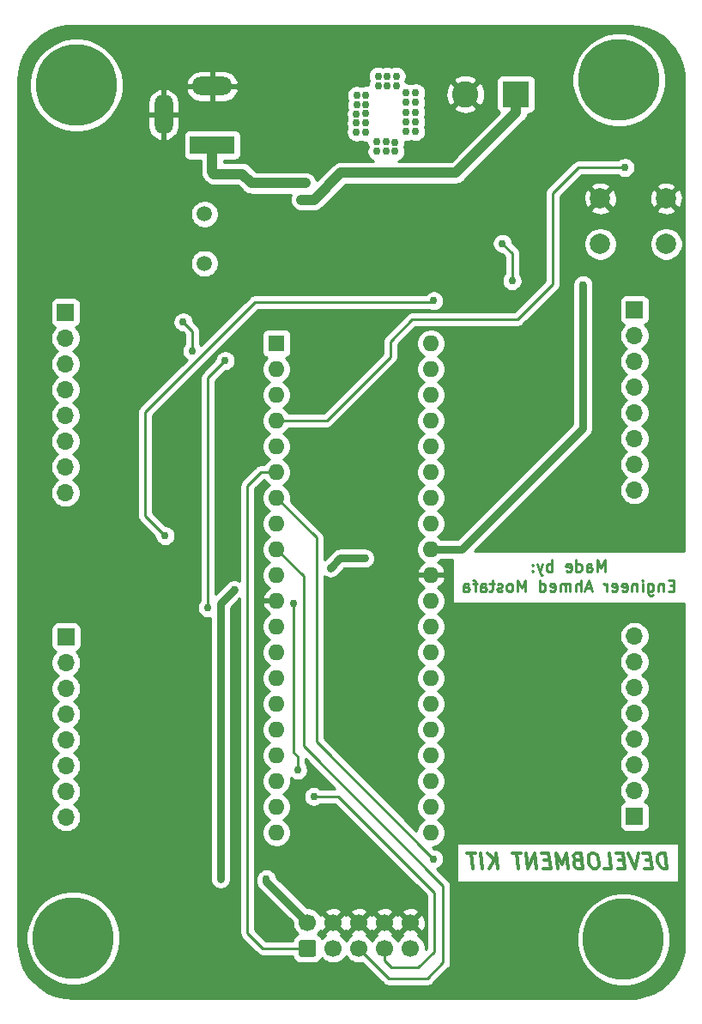
<source format=gbr>
%TF.GenerationSoftware,KiCad,Pcbnew,(5.1.12)-1*%
%TF.CreationDate,2022-02-14T10:56:51+02:00*%
%TF.ProjectId,ATMEGA32A_PU_V1,41544d45-4741-4333-9241-5f50555f5631,V01*%
%TF.SameCoordinates,Original*%
%TF.FileFunction,Copper,L2,Bot*%
%TF.FilePolarity,Positive*%
%FSLAX46Y46*%
G04 Gerber Fmt 4.6, Leading zero omitted, Abs format (unit mm)*
G04 Created by KiCad (PCBNEW (5.1.12)-1) date 2022-02-14 10:56:51*
%MOMM*%
%LPD*%
G01*
G04 APERTURE LIST*
%TA.AperFunction,NonConductor*%
%ADD10C,0.254000*%
%TD*%
%TA.AperFunction,NonConductor*%
%ADD11C,0.300000*%
%TD*%
%TA.AperFunction,ComponentPad*%
%ADD12R,4.400000X1.800000*%
%TD*%
%TA.AperFunction,ComponentPad*%
%ADD13O,4.000000X1.800000*%
%TD*%
%TA.AperFunction,ComponentPad*%
%ADD14O,1.800000X4.000000*%
%TD*%
%TA.AperFunction,ComponentPad*%
%ADD15C,8.000000*%
%TD*%
%TA.AperFunction,ComponentPad*%
%ADD16C,0.900000*%
%TD*%
%TA.AperFunction,ComponentPad*%
%ADD17C,1.700000*%
%TD*%
%TA.AperFunction,ComponentPad*%
%ADD18R,2.600000X2.600000*%
%TD*%
%TA.AperFunction,ComponentPad*%
%ADD19C,2.600000*%
%TD*%
%TA.AperFunction,ComponentPad*%
%ADD20O,1.700000X1.700000*%
%TD*%
%TA.AperFunction,ComponentPad*%
%ADD21R,1.700000X1.700000*%
%TD*%
%TA.AperFunction,ComponentPad*%
%ADD22C,2.000000*%
%TD*%
%TA.AperFunction,ComponentPad*%
%ADD23R,1.600000X1.600000*%
%TD*%
%TA.AperFunction,ComponentPad*%
%ADD24O,1.600000X1.600000*%
%TD*%
%TA.AperFunction,ComponentPad*%
%ADD25C,1.500000*%
%TD*%
%TA.AperFunction,ViaPad*%
%ADD26C,0.762000*%
%TD*%
%TA.AperFunction,Conductor*%
%ADD27C,0.254000*%
%TD*%
%TA.AperFunction,Conductor*%
%ADD28C,1.016000*%
%TD*%
%TA.AperFunction,Conductor*%
%ADD29C,0.762000*%
%TD*%
%TA.AperFunction,Conductor*%
%ADD30C,0.100000*%
%TD*%
G04 APERTURE END LIST*
D10*
X169300071Y-104561821D02*
X169300071Y-103418821D01*
X168919071Y-104235250D01*
X168538071Y-103418821D01*
X168538071Y-104561821D01*
X167503928Y-104561821D02*
X167503928Y-103963107D01*
X167558357Y-103854250D01*
X167667214Y-103799821D01*
X167884928Y-103799821D01*
X167993785Y-103854250D01*
X167503928Y-104507392D02*
X167612785Y-104561821D01*
X167884928Y-104561821D01*
X167993785Y-104507392D01*
X168048214Y-104398535D01*
X168048214Y-104289678D01*
X167993785Y-104180821D01*
X167884928Y-104126392D01*
X167612785Y-104126392D01*
X167503928Y-104071964D01*
X166469785Y-104561821D02*
X166469785Y-103418821D01*
X166469785Y-104507392D02*
X166578642Y-104561821D01*
X166796357Y-104561821D01*
X166905214Y-104507392D01*
X166959642Y-104452964D01*
X167014071Y-104344107D01*
X167014071Y-104017535D01*
X166959642Y-103908678D01*
X166905214Y-103854250D01*
X166796357Y-103799821D01*
X166578642Y-103799821D01*
X166469785Y-103854250D01*
X165490071Y-104507392D02*
X165598928Y-104561821D01*
X165816642Y-104561821D01*
X165925500Y-104507392D01*
X165979928Y-104398535D01*
X165979928Y-103963107D01*
X165925500Y-103854250D01*
X165816642Y-103799821D01*
X165598928Y-103799821D01*
X165490071Y-103854250D01*
X165435642Y-103963107D01*
X165435642Y-104071964D01*
X165979928Y-104180821D01*
X164074928Y-104561821D02*
X164074928Y-103418821D01*
X164074928Y-103854250D02*
X163966071Y-103799821D01*
X163748357Y-103799821D01*
X163639500Y-103854250D01*
X163585071Y-103908678D01*
X163530642Y-104017535D01*
X163530642Y-104344107D01*
X163585071Y-104452964D01*
X163639500Y-104507392D01*
X163748357Y-104561821D01*
X163966071Y-104561821D01*
X164074928Y-104507392D01*
X163149642Y-103799821D02*
X162877500Y-104561821D01*
X162605357Y-103799821D02*
X162877500Y-104561821D01*
X162986357Y-104833964D01*
X163040785Y-104888392D01*
X163149642Y-104942821D01*
X162169928Y-104452964D02*
X162115500Y-104507392D01*
X162169928Y-104561821D01*
X162224357Y-104507392D01*
X162169928Y-104452964D01*
X162169928Y-104561821D01*
X162169928Y-103854250D02*
X162115500Y-103908678D01*
X162169928Y-103963107D01*
X162224357Y-103908678D01*
X162169928Y-103854250D01*
X162169928Y-103963107D01*
X176103642Y-105931607D02*
X175722642Y-105931607D01*
X175559357Y-106530321D02*
X176103642Y-106530321D01*
X176103642Y-105387321D01*
X175559357Y-105387321D01*
X175069500Y-105768321D02*
X175069500Y-106530321D01*
X175069500Y-105877178D02*
X175015071Y-105822750D01*
X174906214Y-105768321D01*
X174742928Y-105768321D01*
X174634071Y-105822750D01*
X174579642Y-105931607D01*
X174579642Y-106530321D01*
X173545500Y-105768321D02*
X173545500Y-106693607D01*
X173599928Y-106802464D01*
X173654357Y-106856892D01*
X173763214Y-106911321D01*
X173926500Y-106911321D01*
X174035357Y-106856892D01*
X173545500Y-106475892D02*
X173654357Y-106530321D01*
X173872071Y-106530321D01*
X173980928Y-106475892D01*
X174035357Y-106421464D01*
X174089785Y-106312607D01*
X174089785Y-105986035D01*
X174035357Y-105877178D01*
X173980928Y-105822750D01*
X173872071Y-105768321D01*
X173654357Y-105768321D01*
X173545500Y-105822750D01*
X173001214Y-106530321D02*
X173001214Y-105768321D01*
X173001214Y-105387321D02*
X173055642Y-105441750D01*
X173001214Y-105496178D01*
X172946785Y-105441750D01*
X173001214Y-105387321D01*
X173001214Y-105496178D01*
X172456928Y-105768321D02*
X172456928Y-106530321D01*
X172456928Y-105877178D02*
X172402500Y-105822750D01*
X172293642Y-105768321D01*
X172130357Y-105768321D01*
X172021500Y-105822750D01*
X171967071Y-105931607D01*
X171967071Y-106530321D01*
X170987357Y-106475892D02*
X171096214Y-106530321D01*
X171313928Y-106530321D01*
X171422785Y-106475892D01*
X171477214Y-106367035D01*
X171477214Y-105931607D01*
X171422785Y-105822750D01*
X171313928Y-105768321D01*
X171096214Y-105768321D01*
X170987357Y-105822750D01*
X170932928Y-105931607D01*
X170932928Y-106040464D01*
X171477214Y-106149321D01*
X170007642Y-106475892D02*
X170116500Y-106530321D01*
X170334214Y-106530321D01*
X170443071Y-106475892D01*
X170497500Y-106367035D01*
X170497500Y-105931607D01*
X170443071Y-105822750D01*
X170334214Y-105768321D01*
X170116500Y-105768321D01*
X170007642Y-105822750D01*
X169953214Y-105931607D01*
X169953214Y-106040464D01*
X170497500Y-106149321D01*
X169463357Y-106530321D02*
X169463357Y-105768321D01*
X169463357Y-105986035D02*
X169408928Y-105877178D01*
X169354500Y-105822750D01*
X169245642Y-105768321D01*
X169136785Y-105768321D01*
X167939357Y-106203750D02*
X167395071Y-106203750D01*
X168048214Y-106530321D02*
X167667214Y-105387321D01*
X167286214Y-106530321D01*
X166905214Y-106530321D02*
X166905214Y-105387321D01*
X166415357Y-106530321D02*
X166415357Y-105931607D01*
X166469785Y-105822750D01*
X166578642Y-105768321D01*
X166741928Y-105768321D01*
X166850785Y-105822750D01*
X166905214Y-105877178D01*
X165871071Y-106530321D02*
X165871071Y-105768321D01*
X165871071Y-105877178D02*
X165816642Y-105822750D01*
X165707785Y-105768321D01*
X165544500Y-105768321D01*
X165435642Y-105822750D01*
X165381214Y-105931607D01*
X165381214Y-106530321D01*
X165381214Y-105931607D02*
X165326785Y-105822750D01*
X165217928Y-105768321D01*
X165054642Y-105768321D01*
X164945785Y-105822750D01*
X164891357Y-105931607D01*
X164891357Y-106530321D01*
X163911642Y-106475892D02*
X164020500Y-106530321D01*
X164238214Y-106530321D01*
X164347071Y-106475892D01*
X164401500Y-106367035D01*
X164401500Y-105931607D01*
X164347071Y-105822750D01*
X164238214Y-105768321D01*
X164020500Y-105768321D01*
X163911642Y-105822750D01*
X163857214Y-105931607D01*
X163857214Y-106040464D01*
X164401500Y-106149321D01*
X162877500Y-106530321D02*
X162877500Y-105387321D01*
X162877500Y-106475892D02*
X162986357Y-106530321D01*
X163204071Y-106530321D01*
X163312928Y-106475892D01*
X163367357Y-106421464D01*
X163421785Y-106312607D01*
X163421785Y-105986035D01*
X163367357Y-105877178D01*
X163312928Y-105822750D01*
X163204071Y-105768321D01*
X162986357Y-105768321D01*
X162877500Y-105822750D01*
X161462357Y-106530321D02*
X161462357Y-105387321D01*
X161081357Y-106203750D01*
X160700357Y-105387321D01*
X160700357Y-106530321D01*
X159992785Y-106530321D02*
X160101642Y-106475892D01*
X160156071Y-106421464D01*
X160210500Y-106312607D01*
X160210500Y-105986035D01*
X160156071Y-105877178D01*
X160101642Y-105822750D01*
X159992785Y-105768321D01*
X159829500Y-105768321D01*
X159720642Y-105822750D01*
X159666214Y-105877178D01*
X159611785Y-105986035D01*
X159611785Y-106312607D01*
X159666214Y-106421464D01*
X159720642Y-106475892D01*
X159829500Y-106530321D01*
X159992785Y-106530321D01*
X159176357Y-106475892D02*
X159067500Y-106530321D01*
X158849785Y-106530321D01*
X158740928Y-106475892D01*
X158686500Y-106367035D01*
X158686500Y-106312607D01*
X158740928Y-106203750D01*
X158849785Y-106149321D01*
X159013071Y-106149321D01*
X159121928Y-106094892D01*
X159176357Y-105986035D01*
X159176357Y-105931607D01*
X159121928Y-105822750D01*
X159013071Y-105768321D01*
X158849785Y-105768321D01*
X158740928Y-105822750D01*
X158359928Y-105768321D02*
X157924500Y-105768321D01*
X158196642Y-105387321D02*
X158196642Y-106367035D01*
X158142214Y-106475892D01*
X158033357Y-106530321D01*
X157924500Y-106530321D01*
X157053642Y-106530321D02*
X157053642Y-105931607D01*
X157108071Y-105822750D01*
X157216928Y-105768321D01*
X157434642Y-105768321D01*
X157543500Y-105822750D01*
X157053642Y-106475892D02*
X157162500Y-106530321D01*
X157434642Y-106530321D01*
X157543500Y-106475892D01*
X157597928Y-106367035D01*
X157597928Y-106258178D01*
X157543500Y-106149321D01*
X157434642Y-106094892D01*
X157162500Y-106094892D01*
X157053642Y-106040464D01*
X156672642Y-105768321D02*
X156237214Y-105768321D01*
X156509357Y-106530321D02*
X156509357Y-105550607D01*
X156454928Y-105441750D01*
X156346071Y-105387321D01*
X156237214Y-105387321D01*
X155366357Y-106530321D02*
X155366357Y-105931607D01*
X155420785Y-105822750D01*
X155529642Y-105768321D01*
X155747357Y-105768321D01*
X155856214Y-105822750D01*
X155366357Y-106475892D02*
X155475214Y-106530321D01*
X155747357Y-106530321D01*
X155856214Y-106475892D01*
X155910642Y-106367035D01*
X155910642Y-106258178D01*
X155856214Y-106149321D01*
X155747357Y-106094892D01*
X155475214Y-106094892D01*
X155366357Y-106040464D01*
D11*
X175442642Y-133838071D02*
X175255142Y-132338071D01*
X174898000Y-132338071D01*
X174692642Y-132409500D01*
X174567642Y-132552357D01*
X174514071Y-132695214D01*
X174478357Y-132980928D01*
X174505142Y-133195214D01*
X174612285Y-133480928D01*
X174701571Y-133623785D01*
X174862285Y-133766642D01*
X175085500Y-133838071D01*
X175442642Y-133838071D01*
X173844428Y-133052357D02*
X173344428Y-133052357D01*
X173228357Y-133838071D02*
X173942642Y-133838071D01*
X173755142Y-132338071D01*
X173040857Y-132338071D01*
X172612285Y-132338071D02*
X172299785Y-133838071D01*
X171612285Y-132338071D01*
X171201571Y-133052357D02*
X170701571Y-133052357D01*
X170585500Y-133838071D02*
X171299785Y-133838071D01*
X171112285Y-132338071D01*
X170398000Y-132338071D01*
X169228357Y-133838071D02*
X169942642Y-133838071D01*
X169755142Y-132338071D01*
X168255142Y-132338071D02*
X167969428Y-132338071D01*
X167835500Y-132409500D01*
X167710500Y-132552357D01*
X167674785Y-132838071D01*
X167737285Y-133338071D01*
X167844428Y-133623785D01*
X168005142Y-133766642D01*
X168156928Y-133838071D01*
X168442642Y-133838071D01*
X168576571Y-133766642D01*
X168701571Y-133623785D01*
X168737285Y-133338071D01*
X168674785Y-132838071D01*
X168567642Y-132552357D01*
X168406928Y-132409500D01*
X168255142Y-132338071D01*
X166558714Y-133052357D02*
X166353357Y-133123785D01*
X166290857Y-133195214D01*
X166237285Y-133338071D01*
X166264071Y-133552357D01*
X166353357Y-133695214D01*
X166433714Y-133766642D01*
X166585500Y-133838071D01*
X167156928Y-133838071D01*
X166969428Y-132338071D01*
X166469428Y-132338071D01*
X166335500Y-132409500D01*
X166273000Y-132480928D01*
X166219428Y-132623785D01*
X166237285Y-132766642D01*
X166326571Y-132909500D01*
X166406928Y-132980928D01*
X166558714Y-133052357D01*
X167058714Y-133052357D01*
X165656928Y-133838071D02*
X165469428Y-132338071D01*
X165103357Y-133409500D01*
X164469428Y-132338071D01*
X164656928Y-133838071D01*
X163844428Y-133052357D02*
X163344428Y-133052357D01*
X163228357Y-133838071D02*
X163942642Y-133838071D01*
X163755142Y-132338071D01*
X163040857Y-132338071D01*
X162585500Y-133838071D02*
X162398000Y-132338071D01*
X161728357Y-133838071D01*
X161540857Y-132338071D01*
X161040857Y-132338071D02*
X160183714Y-132338071D01*
X160799785Y-133838071D02*
X160612285Y-132338071D01*
X158728357Y-133838071D02*
X158540857Y-132338071D01*
X157871214Y-133838071D02*
X158406928Y-132980928D01*
X157683714Y-132338071D02*
X158648000Y-133195214D01*
X157228357Y-133838071D02*
X157040857Y-132338071D01*
X156540857Y-132338071D02*
X155683714Y-132338071D01*
X156299785Y-133838071D02*
X156112285Y-132338071D01*
D12*
%TO.P,J2,1*%
%TO.N,VCCQ*%
X130556000Y-62484000D03*
D13*
%TO.P,J2,2*%
%TO.N,GND*%
X130556000Y-56684000D03*
D14*
%TO.P,J2,3*%
X125756000Y-59484000D03*
%TD*%
D15*
%TO.P,H1,1*%
%TO.N,Net-(H1-Pad1)*%
X116840000Y-140716000D03*
D16*
X119840000Y-140716000D03*
X118961320Y-142837320D03*
X116840000Y-143716000D03*
X114718680Y-142837320D03*
X113840000Y-140716000D03*
X114718680Y-138594680D03*
X116840000Y-137716000D03*
X118961320Y-138594680D03*
%TD*%
%TO.P,H2,1*%
%TO.N,Net-(H2-Pad1)*%
X119278820Y-54457180D03*
X117157500Y-53578500D03*
X115036180Y-54457180D03*
X114157500Y-56578500D03*
X115036180Y-58699820D03*
X117157500Y-59578500D03*
X119278820Y-58699820D03*
X120157500Y-56578500D03*
D15*
X117157500Y-56578500D03*
%TD*%
D16*
%TO.P,H3,1*%
%TO.N,Net-(H3-Pad1)*%
X173253820Y-138721680D03*
X171132500Y-137843000D03*
X169011180Y-138721680D03*
X168132500Y-140843000D03*
X169011180Y-142964320D03*
X171132500Y-143843000D03*
X173253820Y-142964320D03*
X174132500Y-140843000D03*
D15*
X171132500Y-140843000D03*
%TD*%
%TO.P,H4,1*%
%TO.N,Net-(H4-Pad1)*%
X170688000Y-56070500D03*
D16*
X173688000Y-56070500D03*
X172809320Y-58191820D03*
X170688000Y-59070500D03*
X168566680Y-58191820D03*
X167688000Y-56070500D03*
X168566680Y-53949180D03*
X170688000Y-53070500D03*
X172809320Y-53949180D03*
%TD*%
%TO.P,J1,1*%
%TO.N,B5*%
%TA.AperFunction,ComponentPad*%
G36*
G01*
X140554000Y-142582000D02*
X139354000Y-142582000D01*
G75*
G02*
X139104000Y-142332000I0J250000D01*
G01*
X139104000Y-141132000D01*
G75*
G02*
X139354000Y-140882000I250000J0D01*
G01*
X140554000Y-140882000D01*
G75*
G02*
X140804000Y-141132000I0J-250000D01*
G01*
X140804000Y-142332000D01*
G75*
G02*
X140554000Y-142582000I-250000J0D01*
G01*
G37*
%TD.AperFunction*%
D17*
%TO.P,J1,3*%
%TO.N,Net-(J1-Pad3)*%
X142494000Y-141732000D03*
%TO.P,J1,5*%
%TO.N,RESET*%
X145034000Y-141732000D03*
%TO.P,J1,7*%
%TO.N,B7*%
X147574000Y-141732000D03*
%TO.P,J1,9*%
%TO.N,B6*%
X150114000Y-141732000D03*
%TO.P,J1,2*%
%TO.N,VCC*%
X139954000Y-139192000D03*
%TO.P,J1,4*%
%TO.N,GND*%
X142494000Y-139192000D03*
%TO.P,J1,6*%
X145034000Y-139192000D03*
%TO.P,J1,8*%
X147574000Y-139192000D03*
%TO.P,J1,10*%
X150114000Y-139192000D03*
%TD*%
D18*
%TO.P,J3,1*%
%TO.N,VCCQ*%
X160528000Y-57467500D03*
D19*
%TO.P,J3,2*%
%TO.N,GND*%
X155528000Y-57467500D03*
%TD*%
D20*
%TO.P,J4,8*%
%TO.N,A7*%
X172212000Y-96520000D03*
%TO.P,J4,7*%
%TO.N,A6*%
X172212000Y-93980000D03*
%TO.P,J4,6*%
%TO.N,A5*%
X172212000Y-91440000D03*
%TO.P,J4,5*%
%TO.N,A4*%
X172212000Y-88900000D03*
%TO.P,J4,4*%
%TO.N,A3*%
X172212000Y-86360000D03*
%TO.P,J4,3*%
%TO.N,A2*%
X172212000Y-83820000D03*
%TO.P,J4,2*%
%TO.N,A1*%
X172212000Y-81280000D03*
D21*
%TO.P,J4,1*%
%TO.N,A0*%
X172212000Y-78740000D03*
%TD*%
%TO.P,J5,1*%
%TO.N,C0*%
X172212000Y-128714500D03*
D20*
%TO.P,J5,2*%
%TO.N,C1*%
X172212000Y-126174500D03*
%TO.P,J5,3*%
%TO.N,C2*%
X172212000Y-123634500D03*
%TO.P,J5,4*%
%TO.N,C3*%
X172212000Y-121094500D03*
%TO.P,J5,5*%
%TO.N,C4*%
X172212000Y-118554500D03*
%TO.P,J5,6*%
%TO.N,C5*%
X172212000Y-116014500D03*
%TO.P,J5,7*%
%TO.N,C6*%
X172212000Y-113474500D03*
%TO.P,J5,8*%
%TO.N,C7*%
X172212000Y-110934500D03*
%TD*%
%TO.P,J6,8*%
%TO.N,B7*%
X116078000Y-96774000D03*
%TO.P,J6,7*%
%TO.N,B6*%
X116078000Y-94234000D03*
%TO.P,J6,6*%
%TO.N,B5*%
X116078000Y-91694000D03*
%TO.P,J6,5*%
%TO.N,B4*%
X116078000Y-89154000D03*
%TO.P,J6,4*%
%TO.N,B3*%
X116078000Y-86614000D03*
%TO.P,J6,3*%
%TO.N,B2*%
X116078000Y-84074000D03*
%TO.P,J6,2*%
%TO.N,B1*%
X116078000Y-81534000D03*
D21*
%TO.P,J6,1*%
%TO.N,B0*%
X116078000Y-78994000D03*
%TD*%
%TO.P,J7,1*%
%TO.N,D0*%
X116141500Y-110998000D03*
D20*
%TO.P,J7,2*%
%TO.N,D1*%
X116141500Y-113538000D03*
%TO.P,J7,3*%
%TO.N,D2*%
X116141500Y-116078000D03*
%TO.P,J7,4*%
%TO.N,D3*%
X116141500Y-118618000D03*
%TO.P,J7,5*%
%TO.N,D4*%
X116141500Y-121158000D03*
%TO.P,J7,6*%
%TO.N,D5*%
X116141500Y-123698000D03*
%TO.P,J7,7*%
%TO.N,D6*%
X116141500Y-126238000D03*
%TO.P,J7,8*%
%TO.N,D7*%
X116141500Y-128778000D03*
%TD*%
D22*
%TO.P,SW1,2*%
%TO.N,RESET*%
X168846500Y-72254500D03*
%TO.P,SW1,1*%
%TO.N,GND*%
X168846500Y-67754500D03*
%TO.P,SW1,2*%
%TO.N,RESET*%
X175346500Y-72254500D03*
%TO.P,SW1,1*%
%TO.N,GND*%
X175346500Y-67754500D03*
%TD*%
D23*
%TO.P,U1,1*%
%TO.N,B0*%
X136906000Y-82042000D03*
D24*
%TO.P,U1,21*%
%TO.N,D7*%
X152146000Y-130302000D03*
%TO.P,U1,2*%
%TO.N,B1*%
X136906000Y-84582000D03*
%TO.P,U1,22*%
%TO.N,C0*%
X152146000Y-127762000D03*
%TO.P,U1,3*%
%TO.N,B2*%
X136906000Y-87122000D03*
%TO.P,U1,23*%
%TO.N,C1*%
X152146000Y-125222000D03*
%TO.P,U1,4*%
%TO.N,B3*%
X136906000Y-89662000D03*
%TO.P,U1,24*%
%TO.N,C2*%
X152146000Y-122682000D03*
%TO.P,U1,5*%
%TO.N,B4*%
X136906000Y-92202000D03*
%TO.P,U1,25*%
%TO.N,C3*%
X152146000Y-120142000D03*
%TO.P,U1,6*%
%TO.N,B5*%
X136906000Y-94742000D03*
%TO.P,U1,26*%
%TO.N,C4*%
X152146000Y-117602000D03*
%TO.P,U1,7*%
%TO.N,B6*%
X136906000Y-97282000D03*
%TO.P,U1,27*%
%TO.N,C5*%
X152146000Y-115062000D03*
%TO.P,U1,8*%
%TO.N,B7*%
X136906000Y-99822000D03*
%TO.P,U1,28*%
%TO.N,C6*%
X152146000Y-112522000D03*
%TO.P,U1,9*%
%TO.N,RESET*%
X136906000Y-102362000D03*
%TO.P,U1,29*%
%TO.N,C7*%
X152146000Y-109982000D03*
%TO.P,U1,10*%
%TO.N,VCC*%
X136906000Y-104902000D03*
%TO.P,U1,30*%
X152146000Y-107442000D03*
%TO.P,U1,11*%
%TO.N,GND*%
X136906000Y-107442000D03*
%TO.P,U1,31*%
X152146000Y-104902000D03*
%TO.P,U1,12*%
%TO.N,Net-(C2-Pad1)*%
X136906000Y-109982000D03*
%TO.P,U1,32*%
%TO.N,VCC*%
X152146000Y-102362000D03*
%TO.P,U1,13*%
%TO.N,Net-(C1-Pad1)*%
X136906000Y-112522000D03*
%TO.P,U1,33*%
%TO.N,A7*%
X152146000Y-99822000D03*
%TO.P,U1,14*%
%TO.N,D0*%
X136906000Y-115062000D03*
%TO.P,U1,34*%
%TO.N,A6*%
X152146000Y-97282000D03*
%TO.P,U1,15*%
%TO.N,D1*%
X136906000Y-117602000D03*
%TO.P,U1,35*%
%TO.N,A5*%
X152146000Y-94742000D03*
%TO.P,U1,16*%
%TO.N,D2*%
X136906000Y-120142000D03*
%TO.P,U1,36*%
%TO.N,A4*%
X152146000Y-92202000D03*
%TO.P,U1,17*%
%TO.N,D3*%
X136906000Y-122682000D03*
%TO.P,U1,37*%
%TO.N,A3*%
X152146000Y-89662000D03*
%TO.P,U1,18*%
%TO.N,D4*%
X136906000Y-125222000D03*
%TO.P,U1,38*%
%TO.N,A2*%
X152146000Y-87122000D03*
%TO.P,U1,19*%
%TO.N,D5*%
X136906000Y-127762000D03*
%TO.P,U1,39*%
%TO.N,A1*%
X152146000Y-84582000D03*
%TO.P,U1,20*%
%TO.N,D6*%
X136906000Y-130302000D03*
%TO.P,U1,40*%
%TO.N,A0*%
X152146000Y-82042000D03*
%TD*%
D25*
%TO.P,Y1,1*%
%TO.N,Net-(C1-Pad1)*%
X129794000Y-74168000D03*
%TO.P,Y1,2*%
%TO.N,Net-(C2-Pad1)*%
X129794000Y-69288000D03*
%TD*%
D26*
%TO.N,*%
X146939000Y-56642000D03*
X147828000Y-56642000D03*
X148717000Y-56642000D03*
X149669500Y-57340500D03*
X149669500Y-58293000D03*
X149669500Y-59245500D03*
X149669500Y-60198000D03*
X149669500Y-61150500D03*
X148590000Y-62230000D03*
X147701000Y-62166500D03*
X146812000Y-62166500D03*
X146939000Y-55689500D03*
X147828000Y-55689500D03*
X148717000Y-55689500D03*
X150622000Y-57340500D03*
X150622000Y-58293000D03*
X150622000Y-59245500D03*
X150622000Y-60198000D03*
X150622000Y-61150500D03*
X148590000Y-63119000D03*
X147701000Y-63119000D03*
X146812000Y-63119000D03*
X145732500Y-57594500D03*
X145732500Y-58483500D03*
X145669000Y-59372500D03*
X145669000Y-60261500D03*
X145669000Y-61214000D03*
X144843500Y-57594500D03*
X144843500Y-58547000D03*
X144780000Y-59436000D03*
X144780000Y-60325000D03*
X144780000Y-61214000D03*
%TO.N,GND*%
X142621000Y-63881000D03*
%TO.N,Net-(C2-Pad1)*%
X127698500Y-79946500D03*
X128587500Y-82804000D03*
X131826000Y-83756500D03*
X130111500Y-108140500D03*
%TO.N,RESET*%
X125920500Y-101028500D03*
X152400000Y-77851000D03*
X160147000Y-75882500D03*
X159194500Y-72199500D03*
%TO.N,VCCQ*%
X139763500Y-66230500D03*
X139382500Y-67881500D03*
%TO.N,VCC*%
X135890000Y-134874000D03*
X131381500Y-134874000D03*
X132715000Y-106362500D03*
X145605500Y-103251000D03*
X142240000Y-104203500D03*
X167132000Y-76263500D03*
%TO.N,B7*%
X140589000Y-126746000D03*
X139001500Y-124142500D03*
X138620500Y-107696000D03*
%TO.N,B6*%
X152400000Y-132905500D03*
%TO.N,B3*%
X171264173Y-64699958D03*
%TD*%
D27*
%TO.N,Net-(C2-Pad1)*%
X128587500Y-80835500D02*
X128587500Y-82804000D01*
X127698500Y-79946500D02*
X128587500Y-80835500D01*
X130111500Y-85471000D02*
X130111500Y-108140500D01*
X131826000Y-83756500D02*
X130111500Y-85471000D01*
%TO.N,RESET*%
X139573000Y-105029000D02*
X136906000Y-102362000D01*
X139573000Y-121793000D02*
X139573000Y-105029000D01*
X153352500Y-135572500D02*
X139573000Y-121793000D01*
X153352500Y-143129000D02*
X153352500Y-135572500D01*
X151765000Y-144716500D02*
X153352500Y-143129000D01*
X148018500Y-144716500D02*
X151765000Y-144716500D01*
X145034000Y-141732000D02*
X148018500Y-144716500D01*
X125920500Y-101028500D02*
X123952000Y-99060000D01*
X123952000Y-99060000D02*
X123952000Y-88836500D01*
X123952000Y-88836500D02*
X134810500Y-77978000D01*
X152273000Y-77978000D02*
X152400000Y-77851000D01*
X134810500Y-77978000D02*
X152273000Y-77978000D01*
X160147000Y-73152000D02*
X159194500Y-72199500D01*
X160147000Y-75882500D02*
X160147000Y-73152000D01*
D28*
%TO.N,VCCQ*%
X139763500Y-66230500D02*
X134429500Y-66230500D01*
X134429500Y-66230500D02*
X133540500Y-65341500D01*
X133540500Y-65341500D02*
X130746500Y-65341500D01*
X130556000Y-65151000D02*
X130556000Y-62484000D01*
X130746500Y-65341500D02*
X130556000Y-65151000D01*
X160528000Y-57467500D02*
X160528000Y-59309000D01*
X160528000Y-59309000D02*
X154622500Y-65214500D01*
X154622500Y-65214500D02*
X143256000Y-65214500D01*
X140589000Y-67881500D02*
X139382500Y-67881500D01*
X143256000Y-65214500D02*
X140589000Y-67881500D01*
D27*
%TO.N,VCC*%
X135890000Y-135128000D02*
X135890000Y-134874000D01*
D29*
X139954000Y-139192000D02*
X135890000Y-135128000D01*
X131381500Y-107696000D02*
X132715000Y-106362500D01*
X131381500Y-134874000D02*
X131381500Y-107696000D01*
X143192500Y-103251000D02*
X142240000Y-104203500D01*
X145605500Y-103251000D02*
X143192500Y-103251000D01*
X152146000Y-102362000D02*
X155194000Y-102362000D01*
X167132000Y-90424000D02*
X167132000Y-76263500D01*
X155194000Y-102362000D02*
X167132000Y-90424000D01*
D27*
%TO.N,B5*%
X139954000Y-141732000D02*
X135572500Y-141732000D01*
X135572500Y-141732000D02*
X134048500Y-140208000D01*
X135382000Y-94742000D02*
X136906000Y-94742000D01*
X134048500Y-96075500D02*
X135382000Y-94742000D01*
X134048500Y-140208000D02*
X134048500Y-96075500D01*
%TO.N,B7*%
X147574000Y-141732000D02*
X147574000Y-142938500D01*
X147574000Y-142938500D02*
X148272500Y-143637000D01*
X148272500Y-143637000D02*
X150876000Y-143637000D01*
X152463500Y-142049500D02*
X152463500Y-136207500D01*
X150876000Y-143637000D02*
X152463500Y-142049500D01*
X143002000Y-126746000D02*
X140589000Y-126746000D01*
X152463500Y-136207500D02*
X143002000Y-126746000D01*
X139001500Y-124142500D02*
X139001500Y-122809000D01*
X138620500Y-122428000D02*
X138620500Y-107696000D01*
X139001500Y-122809000D02*
X138620500Y-122428000D01*
%TO.N,B6*%
X140843000Y-121348500D02*
X140843000Y-101219000D01*
X140843000Y-101219000D02*
X136906000Y-97282000D01*
X152400000Y-132905500D02*
X140843000Y-121348500D01*
%TO.N,B3*%
X136906000Y-89662000D02*
X141859000Y-89662000D01*
X141859000Y-89662000D02*
X148145500Y-83375500D01*
X148145500Y-83375500D02*
X148145500Y-81851500D01*
X148145500Y-81851500D02*
X150304500Y-79692500D01*
X150304500Y-79692500D02*
X160655000Y-79692500D01*
X160655000Y-79692500D02*
X164147500Y-76200000D01*
X164147500Y-76200000D02*
X164147500Y-67246500D01*
X166694042Y-64699958D02*
X171264173Y-64699958D01*
X164147500Y-67246500D02*
X166694042Y-64699958D01*
%TD*%
%TO.N,GND*%
X172572771Y-50770032D02*
X173419200Y-50977935D01*
X174221490Y-51318487D01*
X174959015Y-51782932D01*
X175612794Y-52359317D01*
X176166017Y-53032819D01*
X176604437Y-53786101D01*
X176916784Y-54599791D01*
X177096204Y-55458627D01*
X177140000Y-56154747D01*
X177140001Y-102523290D01*
X156469550Y-102523290D01*
X167815133Y-91177708D01*
X167853896Y-91145896D01*
X167980860Y-90991190D01*
X168075202Y-90814687D01*
X168133298Y-90623171D01*
X168148000Y-90473902D01*
X168148000Y-90473901D01*
X168152915Y-90424000D01*
X168148000Y-90374098D01*
X168148000Y-77890000D01*
X170723928Y-77890000D01*
X170723928Y-79590000D01*
X170736188Y-79714482D01*
X170772498Y-79834180D01*
X170831463Y-79944494D01*
X170910815Y-80041185D01*
X171007506Y-80120537D01*
X171117820Y-80179502D01*
X171190380Y-80201513D01*
X171058525Y-80333368D01*
X170896010Y-80576589D01*
X170784068Y-80846842D01*
X170727000Y-81133740D01*
X170727000Y-81426260D01*
X170784068Y-81713158D01*
X170896010Y-81983411D01*
X171058525Y-82226632D01*
X171265368Y-82433475D01*
X171439760Y-82550000D01*
X171265368Y-82666525D01*
X171058525Y-82873368D01*
X170896010Y-83116589D01*
X170784068Y-83386842D01*
X170727000Y-83673740D01*
X170727000Y-83966260D01*
X170784068Y-84253158D01*
X170896010Y-84523411D01*
X171058525Y-84766632D01*
X171265368Y-84973475D01*
X171439760Y-85090000D01*
X171265368Y-85206525D01*
X171058525Y-85413368D01*
X170896010Y-85656589D01*
X170784068Y-85926842D01*
X170727000Y-86213740D01*
X170727000Y-86506260D01*
X170784068Y-86793158D01*
X170896010Y-87063411D01*
X171058525Y-87306632D01*
X171265368Y-87513475D01*
X171439760Y-87630000D01*
X171265368Y-87746525D01*
X171058525Y-87953368D01*
X170896010Y-88196589D01*
X170784068Y-88466842D01*
X170727000Y-88753740D01*
X170727000Y-89046260D01*
X170784068Y-89333158D01*
X170896010Y-89603411D01*
X171058525Y-89846632D01*
X171265368Y-90053475D01*
X171439760Y-90170000D01*
X171265368Y-90286525D01*
X171058525Y-90493368D01*
X170896010Y-90736589D01*
X170784068Y-91006842D01*
X170727000Y-91293740D01*
X170727000Y-91586260D01*
X170784068Y-91873158D01*
X170896010Y-92143411D01*
X171058525Y-92386632D01*
X171265368Y-92593475D01*
X171439760Y-92710000D01*
X171265368Y-92826525D01*
X171058525Y-93033368D01*
X170896010Y-93276589D01*
X170784068Y-93546842D01*
X170727000Y-93833740D01*
X170727000Y-94126260D01*
X170784068Y-94413158D01*
X170896010Y-94683411D01*
X171058525Y-94926632D01*
X171265368Y-95133475D01*
X171439760Y-95250000D01*
X171265368Y-95366525D01*
X171058525Y-95573368D01*
X170896010Y-95816589D01*
X170784068Y-96086842D01*
X170727000Y-96373740D01*
X170727000Y-96666260D01*
X170784068Y-96953158D01*
X170896010Y-97223411D01*
X171058525Y-97466632D01*
X171265368Y-97673475D01*
X171508589Y-97835990D01*
X171778842Y-97947932D01*
X172065740Y-98005000D01*
X172358260Y-98005000D01*
X172645158Y-97947932D01*
X172915411Y-97835990D01*
X173158632Y-97673475D01*
X173365475Y-97466632D01*
X173527990Y-97223411D01*
X173639932Y-96953158D01*
X173697000Y-96666260D01*
X173697000Y-96373740D01*
X173639932Y-96086842D01*
X173527990Y-95816589D01*
X173365475Y-95573368D01*
X173158632Y-95366525D01*
X172984240Y-95250000D01*
X173158632Y-95133475D01*
X173365475Y-94926632D01*
X173527990Y-94683411D01*
X173639932Y-94413158D01*
X173697000Y-94126260D01*
X173697000Y-93833740D01*
X173639932Y-93546842D01*
X173527990Y-93276589D01*
X173365475Y-93033368D01*
X173158632Y-92826525D01*
X172984240Y-92710000D01*
X173158632Y-92593475D01*
X173365475Y-92386632D01*
X173527990Y-92143411D01*
X173639932Y-91873158D01*
X173697000Y-91586260D01*
X173697000Y-91293740D01*
X173639932Y-91006842D01*
X173527990Y-90736589D01*
X173365475Y-90493368D01*
X173158632Y-90286525D01*
X172984240Y-90170000D01*
X173158632Y-90053475D01*
X173365475Y-89846632D01*
X173527990Y-89603411D01*
X173639932Y-89333158D01*
X173697000Y-89046260D01*
X173697000Y-88753740D01*
X173639932Y-88466842D01*
X173527990Y-88196589D01*
X173365475Y-87953368D01*
X173158632Y-87746525D01*
X172984240Y-87630000D01*
X173158632Y-87513475D01*
X173365475Y-87306632D01*
X173527990Y-87063411D01*
X173639932Y-86793158D01*
X173697000Y-86506260D01*
X173697000Y-86213740D01*
X173639932Y-85926842D01*
X173527990Y-85656589D01*
X173365475Y-85413368D01*
X173158632Y-85206525D01*
X172984240Y-85090000D01*
X173158632Y-84973475D01*
X173365475Y-84766632D01*
X173527990Y-84523411D01*
X173639932Y-84253158D01*
X173697000Y-83966260D01*
X173697000Y-83673740D01*
X173639932Y-83386842D01*
X173527990Y-83116589D01*
X173365475Y-82873368D01*
X173158632Y-82666525D01*
X172984240Y-82550000D01*
X173158632Y-82433475D01*
X173365475Y-82226632D01*
X173527990Y-81983411D01*
X173639932Y-81713158D01*
X173697000Y-81426260D01*
X173697000Y-81133740D01*
X173639932Y-80846842D01*
X173527990Y-80576589D01*
X173365475Y-80333368D01*
X173233620Y-80201513D01*
X173306180Y-80179502D01*
X173416494Y-80120537D01*
X173513185Y-80041185D01*
X173592537Y-79944494D01*
X173651502Y-79834180D01*
X173687812Y-79714482D01*
X173700072Y-79590000D01*
X173700072Y-77890000D01*
X173687812Y-77765518D01*
X173651502Y-77645820D01*
X173592537Y-77535506D01*
X173513185Y-77438815D01*
X173416494Y-77359463D01*
X173306180Y-77300498D01*
X173186482Y-77264188D01*
X173062000Y-77251928D01*
X171362000Y-77251928D01*
X171237518Y-77264188D01*
X171117820Y-77300498D01*
X171007506Y-77359463D01*
X170910815Y-77438815D01*
X170831463Y-77535506D01*
X170772498Y-77645820D01*
X170736188Y-77765518D01*
X170723928Y-77890000D01*
X168148000Y-77890000D01*
X168148000Y-76163433D01*
X168138213Y-76114229D01*
X168133298Y-76064329D01*
X168118743Y-76016349D01*
X168108956Y-75967144D01*
X168089756Y-75920791D01*
X168075202Y-75872813D01*
X168051567Y-75828595D01*
X168032368Y-75782244D01*
X168004497Y-75740532D01*
X167980860Y-75696310D01*
X167949048Y-75657547D01*
X167921179Y-75615838D01*
X167885708Y-75580367D01*
X167853896Y-75541604D01*
X167815133Y-75509792D01*
X167779662Y-75474321D01*
X167737953Y-75446452D01*
X167699190Y-75414640D01*
X167654968Y-75391003D01*
X167613256Y-75363132D01*
X167566905Y-75343933D01*
X167522687Y-75320298D01*
X167474709Y-75305744D01*
X167428356Y-75286544D01*
X167379151Y-75276757D01*
X167331171Y-75262202D01*
X167281271Y-75257287D01*
X167232067Y-75247500D01*
X167181902Y-75247500D01*
X167132000Y-75242585D01*
X167082098Y-75247500D01*
X167031933Y-75247500D01*
X166982728Y-75257287D01*
X166932830Y-75262202D01*
X166884852Y-75276756D01*
X166835644Y-75286544D01*
X166789289Y-75305745D01*
X166741314Y-75320298D01*
X166697099Y-75343931D01*
X166650744Y-75363132D01*
X166609028Y-75391006D01*
X166564811Y-75414640D01*
X166526053Y-75446448D01*
X166484338Y-75474321D01*
X166448862Y-75509797D01*
X166410105Y-75541604D01*
X166378298Y-75580361D01*
X166342821Y-75615838D01*
X166314947Y-75657554D01*
X166283141Y-75696310D01*
X166259508Y-75740525D01*
X166231632Y-75782244D01*
X166212429Y-75828603D01*
X166188799Y-75872813D01*
X166174248Y-75920782D01*
X166155044Y-75967144D01*
X166145255Y-76016359D01*
X166130703Y-76064329D01*
X166125789Y-76114219D01*
X166116000Y-76163433D01*
X166116000Y-76363567D01*
X166116001Y-76363572D01*
X166116000Y-90003159D01*
X154773160Y-101346000D01*
X153159396Y-101346000D01*
X153060759Y-101247363D01*
X152828241Y-101092000D01*
X153060759Y-100936637D01*
X153260637Y-100736759D01*
X153417680Y-100501727D01*
X153525853Y-100240574D01*
X153581000Y-99963335D01*
X153581000Y-99680665D01*
X153525853Y-99403426D01*
X153417680Y-99142273D01*
X153260637Y-98907241D01*
X153060759Y-98707363D01*
X152828241Y-98552000D01*
X153060759Y-98396637D01*
X153260637Y-98196759D01*
X153417680Y-97961727D01*
X153525853Y-97700574D01*
X153581000Y-97423335D01*
X153581000Y-97140665D01*
X153525853Y-96863426D01*
X153417680Y-96602273D01*
X153260637Y-96367241D01*
X153060759Y-96167363D01*
X152828241Y-96012000D01*
X153060759Y-95856637D01*
X153260637Y-95656759D01*
X153417680Y-95421727D01*
X153525853Y-95160574D01*
X153581000Y-94883335D01*
X153581000Y-94600665D01*
X153525853Y-94323426D01*
X153417680Y-94062273D01*
X153260637Y-93827241D01*
X153060759Y-93627363D01*
X152828241Y-93472000D01*
X153060759Y-93316637D01*
X153260637Y-93116759D01*
X153417680Y-92881727D01*
X153525853Y-92620574D01*
X153581000Y-92343335D01*
X153581000Y-92060665D01*
X153525853Y-91783426D01*
X153417680Y-91522273D01*
X153260637Y-91287241D01*
X153060759Y-91087363D01*
X152828241Y-90932000D01*
X153060759Y-90776637D01*
X153260637Y-90576759D01*
X153417680Y-90341727D01*
X153525853Y-90080574D01*
X153581000Y-89803335D01*
X153581000Y-89520665D01*
X153525853Y-89243426D01*
X153417680Y-88982273D01*
X153260637Y-88747241D01*
X153060759Y-88547363D01*
X152828241Y-88392000D01*
X153060759Y-88236637D01*
X153260637Y-88036759D01*
X153417680Y-87801727D01*
X153525853Y-87540574D01*
X153581000Y-87263335D01*
X153581000Y-86980665D01*
X153525853Y-86703426D01*
X153417680Y-86442273D01*
X153260637Y-86207241D01*
X153060759Y-86007363D01*
X152828241Y-85852000D01*
X153060759Y-85696637D01*
X153260637Y-85496759D01*
X153417680Y-85261727D01*
X153525853Y-85000574D01*
X153581000Y-84723335D01*
X153581000Y-84440665D01*
X153525853Y-84163426D01*
X153417680Y-83902273D01*
X153260637Y-83667241D01*
X153060759Y-83467363D01*
X152828241Y-83312000D01*
X153060759Y-83156637D01*
X153260637Y-82956759D01*
X153417680Y-82721727D01*
X153525853Y-82460574D01*
X153581000Y-82183335D01*
X153581000Y-81900665D01*
X153525853Y-81623426D01*
X153417680Y-81362273D01*
X153260637Y-81127241D01*
X153060759Y-80927363D01*
X152825727Y-80770320D01*
X152564574Y-80662147D01*
X152287335Y-80607000D01*
X152004665Y-80607000D01*
X151727426Y-80662147D01*
X151466273Y-80770320D01*
X151231241Y-80927363D01*
X151031363Y-81127241D01*
X150874320Y-81362273D01*
X150766147Y-81623426D01*
X150711000Y-81900665D01*
X150711000Y-82183335D01*
X150766147Y-82460574D01*
X150874320Y-82721727D01*
X151031363Y-82956759D01*
X151231241Y-83156637D01*
X151463759Y-83312000D01*
X151231241Y-83467363D01*
X151031363Y-83667241D01*
X150874320Y-83902273D01*
X150766147Y-84163426D01*
X150711000Y-84440665D01*
X150711000Y-84723335D01*
X150766147Y-85000574D01*
X150874320Y-85261727D01*
X151031363Y-85496759D01*
X151231241Y-85696637D01*
X151463759Y-85852000D01*
X151231241Y-86007363D01*
X151031363Y-86207241D01*
X150874320Y-86442273D01*
X150766147Y-86703426D01*
X150711000Y-86980665D01*
X150711000Y-87263335D01*
X150766147Y-87540574D01*
X150874320Y-87801727D01*
X151031363Y-88036759D01*
X151231241Y-88236637D01*
X151463759Y-88392000D01*
X151231241Y-88547363D01*
X151031363Y-88747241D01*
X150874320Y-88982273D01*
X150766147Y-89243426D01*
X150711000Y-89520665D01*
X150711000Y-89803335D01*
X150766147Y-90080574D01*
X150874320Y-90341727D01*
X151031363Y-90576759D01*
X151231241Y-90776637D01*
X151463759Y-90932000D01*
X151231241Y-91087363D01*
X151031363Y-91287241D01*
X150874320Y-91522273D01*
X150766147Y-91783426D01*
X150711000Y-92060665D01*
X150711000Y-92343335D01*
X150766147Y-92620574D01*
X150874320Y-92881727D01*
X151031363Y-93116759D01*
X151231241Y-93316637D01*
X151463759Y-93472000D01*
X151231241Y-93627363D01*
X151031363Y-93827241D01*
X150874320Y-94062273D01*
X150766147Y-94323426D01*
X150711000Y-94600665D01*
X150711000Y-94883335D01*
X150766147Y-95160574D01*
X150874320Y-95421727D01*
X151031363Y-95656759D01*
X151231241Y-95856637D01*
X151463759Y-96012000D01*
X151231241Y-96167363D01*
X151031363Y-96367241D01*
X150874320Y-96602273D01*
X150766147Y-96863426D01*
X150711000Y-97140665D01*
X150711000Y-97423335D01*
X150766147Y-97700574D01*
X150874320Y-97961727D01*
X151031363Y-98196759D01*
X151231241Y-98396637D01*
X151463759Y-98552000D01*
X151231241Y-98707363D01*
X151031363Y-98907241D01*
X150874320Y-99142273D01*
X150766147Y-99403426D01*
X150711000Y-99680665D01*
X150711000Y-99963335D01*
X150766147Y-100240574D01*
X150874320Y-100501727D01*
X151031363Y-100736759D01*
X151231241Y-100936637D01*
X151463759Y-101092000D01*
X151231241Y-101247363D01*
X151031363Y-101447241D01*
X150874320Y-101682273D01*
X150766147Y-101943426D01*
X150711000Y-102220665D01*
X150711000Y-102503335D01*
X150766147Y-102780574D01*
X150874320Y-103041727D01*
X151031363Y-103276759D01*
X151231241Y-103476637D01*
X151466273Y-103633680D01*
X151476865Y-103638067D01*
X151290869Y-103749615D01*
X151082481Y-103938586D01*
X150914963Y-104164580D01*
X150794754Y-104418913D01*
X150754096Y-104552961D01*
X150876085Y-104775000D01*
X152019000Y-104775000D01*
X152019000Y-104755000D01*
X152273000Y-104755000D01*
X152273000Y-104775000D01*
X153415915Y-104775000D01*
X153537904Y-104552961D01*
X153497246Y-104418913D01*
X153377037Y-104164580D01*
X153209519Y-103938586D01*
X153001131Y-103749615D01*
X152815135Y-103638067D01*
X152825727Y-103633680D01*
X153060759Y-103476637D01*
X153159396Y-103378000D01*
X154209183Y-103378000D01*
X154209183Y-107730290D01*
X177140001Y-107730290D01*
X177140001Y-141197479D01*
X177067968Y-142092775D01*
X176860065Y-142939199D01*
X176519513Y-143741491D01*
X176055068Y-144479015D01*
X175478680Y-145132798D01*
X174805182Y-145686016D01*
X174051899Y-146124437D01*
X173238209Y-146436784D01*
X172379373Y-146616204D01*
X171683253Y-146660000D01*
X116866508Y-146660000D01*
X115971225Y-146587968D01*
X115124801Y-146380065D01*
X114322509Y-146039513D01*
X113584985Y-145575068D01*
X112931202Y-144998680D01*
X112377984Y-144325182D01*
X111939563Y-143571899D01*
X111627216Y-142758209D01*
X111447796Y-141899373D01*
X111406041Y-141235695D01*
X111407193Y-141224000D01*
X111404000Y-141191581D01*
X111404000Y-140259492D01*
X112205000Y-140259492D01*
X112205000Y-141172508D01*
X112383120Y-142067980D01*
X112732516Y-142911496D01*
X113239760Y-143670640D01*
X113885360Y-144316240D01*
X114644504Y-144823484D01*
X115488020Y-145172880D01*
X116383492Y-145351000D01*
X117296508Y-145351000D01*
X118191980Y-145172880D01*
X119035496Y-144823484D01*
X119794640Y-144316240D01*
X120440240Y-143670640D01*
X120947484Y-142911496D01*
X121296880Y-142067980D01*
X121475000Y-141172508D01*
X121475000Y-140259492D01*
X121296880Y-139364020D01*
X120947484Y-138520504D01*
X120440240Y-137761360D01*
X119794640Y-137115760D01*
X119035496Y-136608516D01*
X118191980Y-136259120D01*
X117296508Y-136081000D01*
X116383492Y-136081000D01*
X115488020Y-136259120D01*
X114644504Y-136608516D01*
X113885360Y-137115760D01*
X113239760Y-137761360D01*
X112732516Y-138520504D01*
X112383120Y-139364020D01*
X112205000Y-140259492D01*
X111404000Y-140259492D01*
X111404000Y-110148000D01*
X114653428Y-110148000D01*
X114653428Y-111848000D01*
X114665688Y-111972482D01*
X114701998Y-112092180D01*
X114760963Y-112202494D01*
X114840315Y-112299185D01*
X114937006Y-112378537D01*
X115047320Y-112437502D01*
X115119880Y-112459513D01*
X114988025Y-112591368D01*
X114825510Y-112834589D01*
X114713568Y-113104842D01*
X114656500Y-113391740D01*
X114656500Y-113684260D01*
X114713568Y-113971158D01*
X114825510Y-114241411D01*
X114988025Y-114484632D01*
X115194868Y-114691475D01*
X115369260Y-114808000D01*
X115194868Y-114924525D01*
X114988025Y-115131368D01*
X114825510Y-115374589D01*
X114713568Y-115644842D01*
X114656500Y-115931740D01*
X114656500Y-116224260D01*
X114713568Y-116511158D01*
X114825510Y-116781411D01*
X114988025Y-117024632D01*
X115194868Y-117231475D01*
X115369260Y-117348000D01*
X115194868Y-117464525D01*
X114988025Y-117671368D01*
X114825510Y-117914589D01*
X114713568Y-118184842D01*
X114656500Y-118471740D01*
X114656500Y-118764260D01*
X114713568Y-119051158D01*
X114825510Y-119321411D01*
X114988025Y-119564632D01*
X115194868Y-119771475D01*
X115369260Y-119888000D01*
X115194868Y-120004525D01*
X114988025Y-120211368D01*
X114825510Y-120454589D01*
X114713568Y-120724842D01*
X114656500Y-121011740D01*
X114656500Y-121304260D01*
X114713568Y-121591158D01*
X114825510Y-121861411D01*
X114988025Y-122104632D01*
X115194868Y-122311475D01*
X115369260Y-122428000D01*
X115194868Y-122544525D01*
X114988025Y-122751368D01*
X114825510Y-122994589D01*
X114713568Y-123264842D01*
X114656500Y-123551740D01*
X114656500Y-123844260D01*
X114713568Y-124131158D01*
X114825510Y-124401411D01*
X114988025Y-124644632D01*
X115194868Y-124851475D01*
X115369260Y-124968000D01*
X115194868Y-125084525D01*
X114988025Y-125291368D01*
X114825510Y-125534589D01*
X114713568Y-125804842D01*
X114656500Y-126091740D01*
X114656500Y-126384260D01*
X114713568Y-126671158D01*
X114825510Y-126941411D01*
X114988025Y-127184632D01*
X115194868Y-127391475D01*
X115369260Y-127508000D01*
X115194868Y-127624525D01*
X114988025Y-127831368D01*
X114825510Y-128074589D01*
X114713568Y-128344842D01*
X114656500Y-128631740D01*
X114656500Y-128924260D01*
X114713568Y-129211158D01*
X114825510Y-129481411D01*
X114988025Y-129724632D01*
X115194868Y-129931475D01*
X115438089Y-130093990D01*
X115708342Y-130205932D01*
X115995240Y-130263000D01*
X116287760Y-130263000D01*
X116574658Y-130205932D01*
X116844911Y-130093990D01*
X117088132Y-129931475D01*
X117294975Y-129724632D01*
X117457490Y-129481411D01*
X117569432Y-129211158D01*
X117626500Y-128924260D01*
X117626500Y-128631740D01*
X117569432Y-128344842D01*
X117457490Y-128074589D01*
X117294975Y-127831368D01*
X117088132Y-127624525D01*
X116913740Y-127508000D01*
X117088132Y-127391475D01*
X117294975Y-127184632D01*
X117457490Y-126941411D01*
X117569432Y-126671158D01*
X117626500Y-126384260D01*
X117626500Y-126091740D01*
X117569432Y-125804842D01*
X117457490Y-125534589D01*
X117294975Y-125291368D01*
X117088132Y-125084525D01*
X116913740Y-124968000D01*
X117088132Y-124851475D01*
X117294975Y-124644632D01*
X117457490Y-124401411D01*
X117569432Y-124131158D01*
X117626500Y-123844260D01*
X117626500Y-123551740D01*
X117569432Y-123264842D01*
X117457490Y-122994589D01*
X117294975Y-122751368D01*
X117088132Y-122544525D01*
X116913740Y-122428000D01*
X117088132Y-122311475D01*
X117294975Y-122104632D01*
X117457490Y-121861411D01*
X117569432Y-121591158D01*
X117626500Y-121304260D01*
X117626500Y-121011740D01*
X117569432Y-120724842D01*
X117457490Y-120454589D01*
X117294975Y-120211368D01*
X117088132Y-120004525D01*
X116913740Y-119888000D01*
X117088132Y-119771475D01*
X117294975Y-119564632D01*
X117457490Y-119321411D01*
X117569432Y-119051158D01*
X117626500Y-118764260D01*
X117626500Y-118471740D01*
X117569432Y-118184842D01*
X117457490Y-117914589D01*
X117294975Y-117671368D01*
X117088132Y-117464525D01*
X116913740Y-117348000D01*
X117088132Y-117231475D01*
X117294975Y-117024632D01*
X117457490Y-116781411D01*
X117569432Y-116511158D01*
X117626500Y-116224260D01*
X117626500Y-115931740D01*
X117569432Y-115644842D01*
X117457490Y-115374589D01*
X117294975Y-115131368D01*
X117088132Y-114924525D01*
X116913740Y-114808000D01*
X117088132Y-114691475D01*
X117294975Y-114484632D01*
X117457490Y-114241411D01*
X117569432Y-113971158D01*
X117626500Y-113684260D01*
X117626500Y-113391740D01*
X117569432Y-113104842D01*
X117457490Y-112834589D01*
X117294975Y-112591368D01*
X117163120Y-112459513D01*
X117235680Y-112437502D01*
X117345994Y-112378537D01*
X117442685Y-112299185D01*
X117522037Y-112202494D01*
X117581002Y-112092180D01*
X117617312Y-111972482D01*
X117629572Y-111848000D01*
X117629572Y-110148000D01*
X117617312Y-110023518D01*
X117581002Y-109903820D01*
X117522037Y-109793506D01*
X117442685Y-109696815D01*
X117345994Y-109617463D01*
X117235680Y-109558498D01*
X117115982Y-109522188D01*
X116991500Y-109509928D01*
X115291500Y-109509928D01*
X115167018Y-109522188D01*
X115047320Y-109558498D01*
X114937006Y-109617463D01*
X114840315Y-109696815D01*
X114760963Y-109793506D01*
X114701998Y-109903820D01*
X114665688Y-110023518D01*
X114653428Y-110148000D01*
X111404000Y-110148000D01*
X111404000Y-108040433D01*
X129095500Y-108040433D01*
X129095500Y-108240567D01*
X129134544Y-108436856D01*
X129211132Y-108621756D01*
X129322321Y-108788162D01*
X129463838Y-108929679D01*
X129630244Y-109040868D01*
X129815144Y-109117456D01*
X130011433Y-109156500D01*
X130211567Y-109156500D01*
X130365501Y-109125881D01*
X130365500Y-134773933D01*
X130365500Y-134974067D01*
X130375287Y-135023272D01*
X130380202Y-135073170D01*
X130394756Y-135121148D01*
X130404544Y-135170356D01*
X130423745Y-135216711D01*
X130438298Y-135264686D01*
X130461931Y-135308902D01*
X130481132Y-135355256D01*
X130509004Y-135396969D01*
X130532640Y-135441190D01*
X130564452Y-135479953D01*
X130592321Y-135521662D01*
X130627792Y-135557133D01*
X130659604Y-135595896D01*
X130698367Y-135627708D01*
X130733838Y-135663179D01*
X130775547Y-135691048D01*
X130814310Y-135722860D01*
X130858532Y-135746497D01*
X130900244Y-135774368D01*
X130946595Y-135793567D01*
X130990813Y-135817202D01*
X131038791Y-135831756D01*
X131085144Y-135850956D01*
X131134349Y-135860743D01*
X131182329Y-135875298D01*
X131232229Y-135880213D01*
X131281433Y-135890000D01*
X131331598Y-135890000D01*
X131381500Y-135894915D01*
X131431402Y-135890000D01*
X131481567Y-135890000D01*
X131530772Y-135880213D01*
X131580670Y-135875298D01*
X131628648Y-135860744D01*
X131677856Y-135850956D01*
X131724211Y-135831755D01*
X131772186Y-135817202D01*
X131816402Y-135793569D01*
X131862756Y-135774368D01*
X131904469Y-135746496D01*
X131948690Y-135722860D01*
X131987453Y-135691048D01*
X132029162Y-135663179D01*
X132064633Y-135627708D01*
X132103396Y-135595896D01*
X132135208Y-135557133D01*
X132170679Y-135521662D01*
X132198548Y-135479953D01*
X132230360Y-135441190D01*
X132253997Y-135396968D01*
X132281868Y-135355256D01*
X132301067Y-135308905D01*
X132324702Y-135264687D01*
X132339256Y-135216709D01*
X132358456Y-135170356D01*
X132368243Y-135121151D01*
X132382798Y-135073171D01*
X132387713Y-135023271D01*
X132397500Y-134974067D01*
X132397500Y-108116840D01*
X133286501Y-107227840D01*
X133286500Y-140170577D01*
X133282814Y-140208000D01*
X133286500Y-140245423D01*
X133286500Y-140245425D01*
X133297526Y-140357377D01*
X133341098Y-140501014D01*
X133344827Y-140507990D01*
X133411855Y-140633392D01*
X133448568Y-140678127D01*
X133507078Y-140749422D01*
X133536154Y-140773284D01*
X135007220Y-142244351D01*
X135031078Y-142273422D01*
X135147108Y-142368645D01*
X135279485Y-142439402D01*
X135423122Y-142482974D01*
X135535074Y-142494000D01*
X135535076Y-142494000D01*
X135572499Y-142497686D01*
X135609922Y-142494000D01*
X138481884Y-142494000D01*
X138482992Y-142505254D01*
X138533528Y-142671850D01*
X138615595Y-142825386D01*
X138726038Y-142959962D01*
X138860614Y-143070405D01*
X139014150Y-143152472D01*
X139180746Y-143203008D01*
X139354000Y-143220072D01*
X140554000Y-143220072D01*
X140727254Y-143203008D01*
X140893850Y-143152472D01*
X141047386Y-143070405D01*
X141181962Y-142959962D01*
X141292405Y-142825386D01*
X141360285Y-142698392D01*
X141547368Y-142885475D01*
X141790589Y-143047990D01*
X142060842Y-143159932D01*
X142347740Y-143217000D01*
X142640260Y-143217000D01*
X142927158Y-143159932D01*
X143197411Y-143047990D01*
X143440632Y-142885475D01*
X143647475Y-142678632D01*
X143764000Y-142504240D01*
X143880525Y-142678632D01*
X144087368Y-142885475D01*
X144330589Y-143047990D01*
X144600842Y-143159932D01*
X144887740Y-143217000D01*
X145180260Y-143217000D01*
X145398049Y-143173679D01*
X147453221Y-145228852D01*
X147477078Y-145257922D01*
X147593108Y-145353145D01*
X147725485Y-145423902D01*
X147869122Y-145467474D01*
X147981074Y-145478500D01*
X147981076Y-145478500D01*
X148018499Y-145482186D01*
X148055922Y-145478500D01*
X151727577Y-145478500D01*
X151765000Y-145482186D01*
X151802423Y-145478500D01*
X151802426Y-145478500D01*
X151914378Y-145467474D01*
X152058015Y-145423902D01*
X152190392Y-145353145D01*
X152306422Y-145257922D01*
X152330284Y-145228846D01*
X153864853Y-143694278D01*
X153893922Y-143670422D01*
X153989145Y-143554392D01*
X154059902Y-143422015D01*
X154103474Y-143278378D01*
X154114500Y-143166426D01*
X154114500Y-143166424D01*
X154118186Y-143129001D01*
X154114500Y-143091578D01*
X154114500Y-140386492D01*
X166497500Y-140386492D01*
X166497500Y-141299508D01*
X166675620Y-142194980D01*
X167025016Y-143038496D01*
X167532260Y-143797640D01*
X168177860Y-144443240D01*
X168937004Y-144950484D01*
X169780520Y-145299880D01*
X170675992Y-145478000D01*
X171589008Y-145478000D01*
X172484480Y-145299880D01*
X173327996Y-144950484D01*
X174087140Y-144443240D01*
X174732740Y-143797640D01*
X175239984Y-143038496D01*
X175589380Y-142194980D01*
X175767500Y-141299508D01*
X175767500Y-140386492D01*
X175589380Y-139491020D01*
X175239984Y-138647504D01*
X174732740Y-137888360D01*
X174087140Y-137242760D01*
X173327996Y-136735516D01*
X172484480Y-136386120D01*
X171589008Y-136208000D01*
X170675992Y-136208000D01*
X169780520Y-136386120D01*
X168937004Y-136735516D01*
X168177860Y-137242760D01*
X167532260Y-137888360D01*
X167025016Y-138647504D01*
X166675620Y-139491020D01*
X166497500Y-140386492D01*
X154114500Y-140386492D01*
X154114500Y-135609923D01*
X154118186Y-135572500D01*
X154111055Y-135500098D01*
X154103474Y-135423122D01*
X154059902Y-135279485D01*
X154011804Y-135189500D01*
X153989145Y-135147107D01*
X153917779Y-135060148D01*
X153893922Y-135031078D01*
X153864852Y-135007221D01*
X152727278Y-133869648D01*
X152881256Y-133805868D01*
X153047662Y-133694679D01*
X153189179Y-133553162D01*
X153300368Y-133386756D01*
X153376956Y-133201856D01*
X153416000Y-133005567D01*
X153416000Y-132805433D01*
X153376956Y-132609144D01*
X153300368Y-132424244D01*
X153189179Y-132257838D01*
X153047662Y-132116321D01*
X152881256Y-132005132D01*
X152696356Y-131928544D01*
X152500067Y-131889500D01*
X152461631Y-131889500D01*
X152305515Y-131733384D01*
X152564574Y-131681853D01*
X152825727Y-131573680D01*
X153060759Y-131416637D01*
X153107896Y-131369500D01*
X154627911Y-131369500D01*
X154627911Y-135189500D01*
X176588090Y-135189500D01*
X176588090Y-131369500D01*
X154627911Y-131369500D01*
X153107896Y-131369500D01*
X153260637Y-131216759D01*
X153417680Y-130981727D01*
X153525853Y-130720574D01*
X153581000Y-130443335D01*
X153581000Y-130160665D01*
X153525853Y-129883426D01*
X153417680Y-129622273D01*
X153260637Y-129387241D01*
X153060759Y-129187363D01*
X152828241Y-129032000D01*
X153060759Y-128876637D01*
X153260637Y-128676759D01*
X153417680Y-128441727D01*
X153525853Y-128180574D01*
X153581000Y-127903335D01*
X153581000Y-127864500D01*
X170723928Y-127864500D01*
X170723928Y-129564500D01*
X170736188Y-129688982D01*
X170772498Y-129808680D01*
X170831463Y-129918994D01*
X170910815Y-130015685D01*
X171007506Y-130095037D01*
X171117820Y-130154002D01*
X171237518Y-130190312D01*
X171362000Y-130202572D01*
X173062000Y-130202572D01*
X173186482Y-130190312D01*
X173306180Y-130154002D01*
X173416494Y-130095037D01*
X173513185Y-130015685D01*
X173592537Y-129918994D01*
X173651502Y-129808680D01*
X173687812Y-129688982D01*
X173700072Y-129564500D01*
X173700072Y-127864500D01*
X173687812Y-127740018D01*
X173651502Y-127620320D01*
X173592537Y-127510006D01*
X173513185Y-127413315D01*
X173416494Y-127333963D01*
X173306180Y-127274998D01*
X173233620Y-127252987D01*
X173365475Y-127121132D01*
X173527990Y-126877911D01*
X173639932Y-126607658D01*
X173697000Y-126320760D01*
X173697000Y-126028240D01*
X173639932Y-125741342D01*
X173527990Y-125471089D01*
X173365475Y-125227868D01*
X173158632Y-125021025D01*
X172984240Y-124904500D01*
X173158632Y-124787975D01*
X173365475Y-124581132D01*
X173527990Y-124337911D01*
X173639932Y-124067658D01*
X173697000Y-123780760D01*
X173697000Y-123488240D01*
X173639932Y-123201342D01*
X173527990Y-122931089D01*
X173365475Y-122687868D01*
X173158632Y-122481025D01*
X172984240Y-122364500D01*
X173158632Y-122247975D01*
X173365475Y-122041132D01*
X173527990Y-121797911D01*
X173639932Y-121527658D01*
X173697000Y-121240760D01*
X173697000Y-120948240D01*
X173639932Y-120661342D01*
X173527990Y-120391089D01*
X173365475Y-120147868D01*
X173158632Y-119941025D01*
X172984240Y-119824500D01*
X173158632Y-119707975D01*
X173365475Y-119501132D01*
X173527990Y-119257911D01*
X173639932Y-118987658D01*
X173697000Y-118700760D01*
X173697000Y-118408240D01*
X173639932Y-118121342D01*
X173527990Y-117851089D01*
X173365475Y-117607868D01*
X173158632Y-117401025D01*
X172984240Y-117284500D01*
X173158632Y-117167975D01*
X173365475Y-116961132D01*
X173527990Y-116717911D01*
X173639932Y-116447658D01*
X173697000Y-116160760D01*
X173697000Y-115868240D01*
X173639932Y-115581342D01*
X173527990Y-115311089D01*
X173365475Y-115067868D01*
X173158632Y-114861025D01*
X172984240Y-114744500D01*
X173158632Y-114627975D01*
X173365475Y-114421132D01*
X173527990Y-114177911D01*
X173639932Y-113907658D01*
X173697000Y-113620760D01*
X173697000Y-113328240D01*
X173639932Y-113041342D01*
X173527990Y-112771089D01*
X173365475Y-112527868D01*
X173158632Y-112321025D01*
X172984240Y-112204500D01*
X173158632Y-112087975D01*
X173365475Y-111881132D01*
X173527990Y-111637911D01*
X173639932Y-111367658D01*
X173697000Y-111080760D01*
X173697000Y-110788240D01*
X173639932Y-110501342D01*
X173527990Y-110231089D01*
X173365475Y-109987868D01*
X173158632Y-109781025D01*
X172915411Y-109618510D01*
X172645158Y-109506568D01*
X172358260Y-109449500D01*
X172065740Y-109449500D01*
X171778842Y-109506568D01*
X171508589Y-109618510D01*
X171265368Y-109781025D01*
X171058525Y-109987868D01*
X170896010Y-110231089D01*
X170784068Y-110501342D01*
X170727000Y-110788240D01*
X170727000Y-111080760D01*
X170784068Y-111367658D01*
X170896010Y-111637911D01*
X171058525Y-111881132D01*
X171265368Y-112087975D01*
X171439760Y-112204500D01*
X171265368Y-112321025D01*
X171058525Y-112527868D01*
X170896010Y-112771089D01*
X170784068Y-113041342D01*
X170727000Y-113328240D01*
X170727000Y-113620760D01*
X170784068Y-113907658D01*
X170896010Y-114177911D01*
X171058525Y-114421132D01*
X171265368Y-114627975D01*
X171439760Y-114744500D01*
X171265368Y-114861025D01*
X171058525Y-115067868D01*
X170896010Y-115311089D01*
X170784068Y-115581342D01*
X170727000Y-115868240D01*
X170727000Y-116160760D01*
X170784068Y-116447658D01*
X170896010Y-116717911D01*
X171058525Y-116961132D01*
X171265368Y-117167975D01*
X171439760Y-117284500D01*
X171265368Y-117401025D01*
X171058525Y-117607868D01*
X170896010Y-117851089D01*
X170784068Y-118121342D01*
X170727000Y-118408240D01*
X170727000Y-118700760D01*
X170784068Y-118987658D01*
X170896010Y-119257911D01*
X171058525Y-119501132D01*
X171265368Y-119707975D01*
X171439760Y-119824500D01*
X171265368Y-119941025D01*
X171058525Y-120147868D01*
X170896010Y-120391089D01*
X170784068Y-120661342D01*
X170727000Y-120948240D01*
X170727000Y-121240760D01*
X170784068Y-121527658D01*
X170896010Y-121797911D01*
X171058525Y-122041132D01*
X171265368Y-122247975D01*
X171439760Y-122364500D01*
X171265368Y-122481025D01*
X171058525Y-122687868D01*
X170896010Y-122931089D01*
X170784068Y-123201342D01*
X170727000Y-123488240D01*
X170727000Y-123780760D01*
X170784068Y-124067658D01*
X170896010Y-124337911D01*
X171058525Y-124581132D01*
X171265368Y-124787975D01*
X171439760Y-124904500D01*
X171265368Y-125021025D01*
X171058525Y-125227868D01*
X170896010Y-125471089D01*
X170784068Y-125741342D01*
X170727000Y-126028240D01*
X170727000Y-126320760D01*
X170784068Y-126607658D01*
X170896010Y-126877911D01*
X171058525Y-127121132D01*
X171190380Y-127252987D01*
X171117820Y-127274998D01*
X171007506Y-127333963D01*
X170910815Y-127413315D01*
X170831463Y-127510006D01*
X170772498Y-127620320D01*
X170736188Y-127740018D01*
X170723928Y-127864500D01*
X153581000Y-127864500D01*
X153581000Y-127620665D01*
X153525853Y-127343426D01*
X153417680Y-127082273D01*
X153260637Y-126847241D01*
X153060759Y-126647363D01*
X152828241Y-126492000D01*
X153060759Y-126336637D01*
X153260637Y-126136759D01*
X153417680Y-125901727D01*
X153525853Y-125640574D01*
X153581000Y-125363335D01*
X153581000Y-125080665D01*
X153525853Y-124803426D01*
X153417680Y-124542273D01*
X153260637Y-124307241D01*
X153060759Y-124107363D01*
X152828241Y-123952000D01*
X153060759Y-123796637D01*
X153260637Y-123596759D01*
X153417680Y-123361727D01*
X153525853Y-123100574D01*
X153581000Y-122823335D01*
X153581000Y-122540665D01*
X153525853Y-122263426D01*
X153417680Y-122002273D01*
X153260637Y-121767241D01*
X153060759Y-121567363D01*
X152828241Y-121412000D01*
X153060759Y-121256637D01*
X153260637Y-121056759D01*
X153417680Y-120821727D01*
X153525853Y-120560574D01*
X153581000Y-120283335D01*
X153581000Y-120000665D01*
X153525853Y-119723426D01*
X153417680Y-119462273D01*
X153260637Y-119227241D01*
X153060759Y-119027363D01*
X152828241Y-118872000D01*
X153060759Y-118716637D01*
X153260637Y-118516759D01*
X153417680Y-118281727D01*
X153525853Y-118020574D01*
X153581000Y-117743335D01*
X153581000Y-117460665D01*
X153525853Y-117183426D01*
X153417680Y-116922273D01*
X153260637Y-116687241D01*
X153060759Y-116487363D01*
X152828241Y-116332000D01*
X153060759Y-116176637D01*
X153260637Y-115976759D01*
X153417680Y-115741727D01*
X153525853Y-115480574D01*
X153581000Y-115203335D01*
X153581000Y-114920665D01*
X153525853Y-114643426D01*
X153417680Y-114382273D01*
X153260637Y-114147241D01*
X153060759Y-113947363D01*
X152828241Y-113792000D01*
X153060759Y-113636637D01*
X153260637Y-113436759D01*
X153417680Y-113201727D01*
X153525853Y-112940574D01*
X153581000Y-112663335D01*
X153581000Y-112380665D01*
X153525853Y-112103426D01*
X153417680Y-111842273D01*
X153260637Y-111607241D01*
X153060759Y-111407363D01*
X152828241Y-111252000D01*
X153060759Y-111096637D01*
X153260637Y-110896759D01*
X153417680Y-110661727D01*
X153525853Y-110400574D01*
X153581000Y-110123335D01*
X153581000Y-109840665D01*
X153525853Y-109563426D01*
X153417680Y-109302273D01*
X153260637Y-109067241D01*
X153060759Y-108867363D01*
X152828241Y-108712000D01*
X153060759Y-108556637D01*
X153260637Y-108356759D01*
X153417680Y-108121727D01*
X153525853Y-107860574D01*
X153581000Y-107583335D01*
X153581000Y-107300665D01*
X153525853Y-107023426D01*
X153417680Y-106762273D01*
X153260637Y-106527241D01*
X153060759Y-106327363D01*
X152825727Y-106170320D01*
X152815135Y-106165933D01*
X153001131Y-106054385D01*
X153209519Y-105865414D01*
X153377037Y-105639420D01*
X153497246Y-105385087D01*
X153537904Y-105251039D01*
X153415915Y-105029000D01*
X152273000Y-105029000D01*
X152273000Y-105049000D01*
X152019000Y-105049000D01*
X152019000Y-105029000D01*
X150876085Y-105029000D01*
X150754096Y-105251039D01*
X150794754Y-105385087D01*
X150914963Y-105639420D01*
X151082481Y-105865414D01*
X151290869Y-106054385D01*
X151476865Y-106165933D01*
X151466273Y-106170320D01*
X151231241Y-106327363D01*
X151031363Y-106527241D01*
X150874320Y-106762273D01*
X150766147Y-107023426D01*
X150711000Y-107300665D01*
X150711000Y-107583335D01*
X150766147Y-107860574D01*
X150874320Y-108121727D01*
X151031363Y-108356759D01*
X151231241Y-108556637D01*
X151463759Y-108712000D01*
X151231241Y-108867363D01*
X151031363Y-109067241D01*
X150874320Y-109302273D01*
X150766147Y-109563426D01*
X150711000Y-109840665D01*
X150711000Y-110123335D01*
X150766147Y-110400574D01*
X150874320Y-110661727D01*
X151031363Y-110896759D01*
X151231241Y-111096637D01*
X151463759Y-111252000D01*
X151231241Y-111407363D01*
X151031363Y-111607241D01*
X150874320Y-111842273D01*
X150766147Y-112103426D01*
X150711000Y-112380665D01*
X150711000Y-112663335D01*
X150766147Y-112940574D01*
X150874320Y-113201727D01*
X151031363Y-113436759D01*
X151231241Y-113636637D01*
X151463759Y-113792000D01*
X151231241Y-113947363D01*
X151031363Y-114147241D01*
X150874320Y-114382273D01*
X150766147Y-114643426D01*
X150711000Y-114920665D01*
X150711000Y-115203335D01*
X150766147Y-115480574D01*
X150874320Y-115741727D01*
X151031363Y-115976759D01*
X151231241Y-116176637D01*
X151463759Y-116332000D01*
X151231241Y-116487363D01*
X151031363Y-116687241D01*
X150874320Y-116922273D01*
X150766147Y-117183426D01*
X150711000Y-117460665D01*
X150711000Y-117743335D01*
X150766147Y-118020574D01*
X150874320Y-118281727D01*
X151031363Y-118516759D01*
X151231241Y-118716637D01*
X151463759Y-118872000D01*
X151231241Y-119027363D01*
X151031363Y-119227241D01*
X150874320Y-119462273D01*
X150766147Y-119723426D01*
X150711000Y-120000665D01*
X150711000Y-120283335D01*
X150766147Y-120560574D01*
X150874320Y-120821727D01*
X151031363Y-121056759D01*
X151231241Y-121256637D01*
X151463759Y-121412000D01*
X151231241Y-121567363D01*
X151031363Y-121767241D01*
X150874320Y-122002273D01*
X150766147Y-122263426D01*
X150711000Y-122540665D01*
X150711000Y-122823335D01*
X150766147Y-123100574D01*
X150874320Y-123361727D01*
X151031363Y-123596759D01*
X151231241Y-123796637D01*
X151463759Y-123952000D01*
X151231241Y-124107363D01*
X151031363Y-124307241D01*
X150874320Y-124542273D01*
X150766147Y-124803426D01*
X150711000Y-125080665D01*
X150711000Y-125363335D01*
X150766147Y-125640574D01*
X150874320Y-125901727D01*
X151031363Y-126136759D01*
X151231241Y-126336637D01*
X151463759Y-126492000D01*
X151231241Y-126647363D01*
X151031363Y-126847241D01*
X150874320Y-127082273D01*
X150766147Y-127343426D01*
X150711000Y-127620665D01*
X150711000Y-127903335D01*
X150766147Y-128180574D01*
X150874320Y-128441727D01*
X151031363Y-128676759D01*
X151231241Y-128876637D01*
X151463759Y-129032000D01*
X151231241Y-129187363D01*
X151031363Y-129387241D01*
X150874320Y-129622273D01*
X150766147Y-129883426D01*
X150714616Y-130142485D01*
X141605000Y-121032870D01*
X141605000Y-105001139D01*
X141634059Y-105020556D01*
X141672811Y-105052359D01*
X141717022Y-105075990D01*
X141758744Y-105103868D01*
X141805104Y-105123071D01*
X141849313Y-105146701D01*
X141897284Y-105161253D01*
X141943644Y-105180456D01*
X141992854Y-105190244D01*
X142040830Y-105204798D01*
X142090728Y-105209713D01*
X142139933Y-105219500D01*
X142190098Y-105219500D01*
X142240000Y-105224415D01*
X142289902Y-105219500D01*
X142340067Y-105219500D01*
X142389272Y-105209713D01*
X142439170Y-105204798D01*
X142487146Y-105190244D01*
X142536356Y-105180456D01*
X142582716Y-105161253D01*
X142630687Y-105146701D01*
X142674896Y-105123071D01*
X142721256Y-105103868D01*
X142762978Y-105075990D01*
X142807189Y-105052359D01*
X142845942Y-105020555D01*
X142887662Y-104992679D01*
X143029179Y-104851162D01*
X143029181Y-104851159D01*
X143613341Y-104267000D01*
X145705567Y-104267000D01*
X145754771Y-104257213D01*
X145804671Y-104252298D01*
X145852651Y-104237743D01*
X145901856Y-104227956D01*
X145948209Y-104208756D01*
X145996187Y-104194202D01*
X146040405Y-104170567D01*
X146086756Y-104151368D01*
X146128468Y-104123497D01*
X146172690Y-104099860D01*
X146211453Y-104068048D01*
X146253162Y-104040179D01*
X146288633Y-104004708D01*
X146327396Y-103972896D01*
X146359208Y-103934133D01*
X146394679Y-103898662D01*
X146422548Y-103856953D01*
X146454360Y-103818190D01*
X146477997Y-103773968D01*
X146505868Y-103732256D01*
X146525067Y-103685905D01*
X146548702Y-103641687D01*
X146563256Y-103593709D01*
X146582456Y-103547356D01*
X146592243Y-103498151D01*
X146606798Y-103450171D01*
X146611713Y-103400271D01*
X146621500Y-103351067D01*
X146621500Y-103300902D01*
X146626415Y-103251000D01*
X146621500Y-103201098D01*
X146621500Y-103150933D01*
X146611713Y-103101729D01*
X146606798Y-103051829D01*
X146592243Y-103003849D01*
X146582456Y-102954644D01*
X146563256Y-102908291D01*
X146548702Y-102860313D01*
X146525067Y-102816095D01*
X146505868Y-102769744D01*
X146477997Y-102728032D01*
X146454360Y-102683810D01*
X146422548Y-102645047D01*
X146394679Y-102603338D01*
X146359208Y-102567867D01*
X146327396Y-102529104D01*
X146288633Y-102497292D01*
X146253162Y-102461821D01*
X146211453Y-102433952D01*
X146172690Y-102402140D01*
X146128468Y-102378503D01*
X146086756Y-102350632D01*
X146040405Y-102331433D01*
X145996187Y-102307798D01*
X145948209Y-102293244D01*
X145901856Y-102274044D01*
X145852651Y-102264257D01*
X145804671Y-102249702D01*
X145754771Y-102244787D01*
X145705567Y-102235000D01*
X143242393Y-102235000D01*
X143192499Y-102230086D01*
X143142605Y-102235000D01*
X143142598Y-102235000D01*
X143012677Y-102247796D01*
X142993328Y-102249702D01*
X142935232Y-102267326D01*
X142801813Y-102307798D01*
X142625310Y-102402140D01*
X142470604Y-102529104D01*
X142438792Y-102567867D01*
X141605000Y-103401660D01*
X141605000Y-101256423D01*
X141608686Y-101219000D01*
X141596343Y-101093680D01*
X141593974Y-101069622D01*
X141550402Y-100925985D01*
X141517465Y-100864364D01*
X141479645Y-100793607D01*
X141408279Y-100706648D01*
X141384422Y-100677578D01*
X141355352Y-100653721D01*
X138305157Y-97603527D01*
X138341000Y-97423335D01*
X138341000Y-97140665D01*
X138285853Y-96863426D01*
X138177680Y-96602273D01*
X138020637Y-96367241D01*
X137820759Y-96167363D01*
X137588241Y-96012000D01*
X137820759Y-95856637D01*
X138020637Y-95656759D01*
X138177680Y-95421727D01*
X138285853Y-95160574D01*
X138341000Y-94883335D01*
X138341000Y-94600665D01*
X138285853Y-94323426D01*
X138177680Y-94062273D01*
X138020637Y-93827241D01*
X137820759Y-93627363D01*
X137588241Y-93472000D01*
X137820759Y-93316637D01*
X138020637Y-93116759D01*
X138177680Y-92881727D01*
X138285853Y-92620574D01*
X138341000Y-92343335D01*
X138341000Y-92060665D01*
X138285853Y-91783426D01*
X138177680Y-91522273D01*
X138020637Y-91287241D01*
X137820759Y-91087363D01*
X137588241Y-90932000D01*
X137820759Y-90776637D01*
X138020637Y-90576759D01*
X138122707Y-90424000D01*
X141821577Y-90424000D01*
X141859000Y-90427686D01*
X141896423Y-90424000D01*
X141896426Y-90424000D01*
X142008378Y-90412974D01*
X142152015Y-90369402D01*
X142284392Y-90298645D01*
X142400422Y-90203422D01*
X142424284Y-90174346D01*
X148657847Y-83940783D01*
X148686922Y-83916922D01*
X148766464Y-83820000D01*
X148782145Y-83800893D01*
X148852901Y-83668516D01*
X148852902Y-83668515D01*
X148896474Y-83524878D01*
X148907500Y-83412926D01*
X148907500Y-83412923D01*
X148911186Y-83375500D01*
X148907500Y-83338077D01*
X148907500Y-82167130D01*
X150620131Y-80454500D01*
X160617577Y-80454500D01*
X160655000Y-80458186D01*
X160692423Y-80454500D01*
X160692426Y-80454500D01*
X160804378Y-80443474D01*
X160948015Y-80399902D01*
X161080392Y-80329145D01*
X161196422Y-80233922D01*
X161220284Y-80204846D01*
X164659853Y-76765278D01*
X164688922Y-76741422D01*
X164716272Y-76708096D01*
X164784145Y-76625393D01*
X164821965Y-76554636D01*
X164854902Y-76493015D01*
X164898474Y-76349378D01*
X164909500Y-76237426D01*
X164909500Y-76237423D01*
X164913186Y-76200000D01*
X164909500Y-76162577D01*
X164909500Y-72093467D01*
X167211500Y-72093467D01*
X167211500Y-72415533D01*
X167274332Y-72731412D01*
X167397582Y-73028963D01*
X167576513Y-73296752D01*
X167804248Y-73524487D01*
X168072037Y-73703418D01*
X168369588Y-73826668D01*
X168685467Y-73889500D01*
X169007533Y-73889500D01*
X169323412Y-73826668D01*
X169620963Y-73703418D01*
X169888752Y-73524487D01*
X170116487Y-73296752D01*
X170295418Y-73028963D01*
X170418668Y-72731412D01*
X170481500Y-72415533D01*
X170481500Y-72093467D01*
X173711500Y-72093467D01*
X173711500Y-72415533D01*
X173774332Y-72731412D01*
X173897582Y-73028963D01*
X174076513Y-73296752D01*
X174304248Y-73524487D01*
X174572037Y-73703418D01*
X174869588Y-73826668D01*
X175185467Y-73889500D01*
X175507533Y-73889500D01*
X175823412Y-73826668D01*
X176120963Y-73703418D01*
X176388752Y-73524487D01*
X176616487Y-73296752D01*
X176795418Y-73028963D01*
X176918668Y-72731412D01*
X176981500Y-72415533D01*
X176981500Y-72093467D01*
X176918668Y-71777588D01*
X176795418Y-71480037D01*
X176616487Y-71212248D01*
X176388752Y-70984513D01*
X176120963Y-70805582D01*
X175823412Y-70682332D01*
X175507533Y-70619500D01*
X175185467Y-70619500D01*
X174869588Y-70682332D01*
X174572037Y-70805582D01*
X174304248Y-70984513D01*
X174076513Y-71212248D01*
X173897582Y-71480037D01*
X173774332Y-71777588D01*
X173711500Y-72093467D01*
X170481500Y-72093467D01*
X170418668Y-71777588D01*
X170295418Y-71480037D01*
X170116487Y-71212248D01*
X169888752Y-70984513D01*
X169620963Y-70805582D01*
X169323412Y-70682332D01*
X169007533Y-70619500D01*
X168685467Y-70619500D01*
X168369588Y-70682332D01*
X168072037Y-70805582D01*
X167804248Y-70984513D01*
X167576513Y-71212248D01*
X167397582Y-71480037D01*
X167274332Y-71777588D01*
X167211500Y-72093467D01*
X164909500Y-72093467D01*
X164909500Y-68889913D01*
X167890692Y-68889913D01*
X167986456Y-69154314D01*
X168276071Y-69295204D01*
X168587608Y-69376884D01*
X168909095Y-69396218D01*
X169228175Y-69352461D01*
X169532588Y-69247295D01*
X169706544Y-69154314D01*
X169802308Y-68889913D01*
X174390692Y-68889913D01*
X174486456Y-69154314D01*
X174776071Y-69295204D01*
X175087608Y-69376884D01*
X175409095Y-69396218D01*
X175728175Y-69352461D01*
X176032588Y-69247295D01*
X176206544Y-69154314D01*
X176302308Y-68889913D01*
X175346500Y-67934105D01*
X174390692Y-68889913D01*
X169802308Y-68889913D01*
X168846500Y-67934105D01*
X167890692Y-68889913D01*
X164909500Y-68889913D01*
X164909500Y-67817095D01*
X167204782Y-67817095D01*
X167248539Y-68136175D01*
X167353705Y-68440588D01*
X167446686Y-68614544D01*
X167711087Y-68710308D01*
X168666895Y-67754500D01*
X169026105Y-67754500D01*
X169981913Y-68710308D01*
X170246314Y-68614544D01*
X170387204Y-68324929D01*
X170468884Y-68013392D01*
X170480689Y-67817095D01*
X173704782Y-67817095D01*
X173748539Y-68136175D01*
X173853705Y-68440588D01*
X173946686Y-68614544D01*
X174211087Y-68710308D01*
X175166895Y-67754500D01*
X175526105Y-67754500D01*
X176481913Y-68710308D01*
X176746314Y-68614544D01*
X176887204Y-68324929D01*
X176968884Y-68013392D01*
X176988218Y-67691905D01*
X176944461Y-67372825D01*
X176839295Y-67068412D01*
X176746314Y-66894456D01*
X176481913Y-66798692D01*
X175526105Y-67754500D01*
X175166895Y-67754500D01*
X174211087Y-66798692D01*
X173946686Y-66894456D01*
X173805796Y-67184071D01*
X173724116Y-67495608D01*
X173704782Y-67817095D01*
X170480689Y-67817095D01*
X170488218Y-67691905D01*
X170444461Y-67372825D01*
X170339295Y-67068412D01*
X170246314Y-66894456D01*
X169981913Y-66798692D01*
X169026105Y-67754500D01*
X168666895Y-67754500D01*
X167711087Y-66798692D01*
X167446686Y-66894456D01*
X167305796Y-67184071D01*
X167224116Y-67495608D01*
X167204782Y-67817095D01*
X164909500Y-67817095D01*
X164909500Y-67562130D01*
X165852543Y-66619087D01*
X167890692Y-66619087D01*
X168846500Y-67574895D01*
X169802308Y-66619087D01*
X174390692Y-66619087D01*
X175346500Y-67574895D01*
X176302308Y-66619087D01*
X176206544Y-66354686D01*
X175916929Y-66213796D01*
X175605392Y-66132116D01*
X175283905Y-66112782D01*
X174964825Y-66156539D01*
X174660412Y-66261705D01*
X174486456Y-66354686D01*
X174390692Y-66619087D01*
X169802308Y-66619087D01*
X169706544Y-66354686D01*
X169416929Y-66213796D01*
X169105392Y-66132116D01*
X168783905Y-66112782D01*
X168464825Y-66156539D01*
X168160412Y-66261705D01*
X167986456Y-66354686D01*
X167890692Y-66619087D01*
X165852543Y-66619087D01*
X167009673Y-65461958D01*
X170589332Y-65461958D01*
X170616511Y-65489137D01*
X170782917Y-65600326D01*
X170967817Y-65676914D01*
X171164106Y-65715958D01*
X171364240Y-65715958D01*
X171560529Y-65676914D01*
X171745429Y-65600326D01*
X171911835Y-65489137D01*
X172053352Y-65347620D01*
X172164541Y-65181214D01*
X172241129Y-64996314D01*
X172280173Y-64800025D01*
X172280173Y-64599891D01*
X172241129Y-64403602D01*
X172164541Y-64218702D01*
X172053352Y-64052296D01*
X171911835Y-63910779D01*
X171745429Y-63799590D01*
X171560529Y-63723002D01*
X171364240Y-63683958D01*
X171164106Y-63683958D01*
X170967817Y-63723002D01*
X170782917Y-63799590D01*
X170616511Y-63910779D01*
X170589332Y-63937958D01*
X166731464Y-63937958D01*
X166694041Y-63934272D01*
X166656618Y-63937958D01*
X166656616Y-63937958D01*
X166544664Y-63948984D01*
X166401027Y-63992556D01*
X166268650Y-64063313D01*
X166152620Y-64158536D01*
X166128763Y-64187606D01*
X163635149Y-66681221D01*
X163606079Y-66705078D01*
X163582222Y-66734148D01*
X163582221Y-66734149D01*
X163510855Y-66821108D01*
X163440099Y-66953485D01*
X163396527Y-67097122D01*
X163381814Y-67246500D01*
X163385501Y-67283933D01*
X163385500Y-75884369D01*
X160339370Y-78930500D01*
X150341922Y-78930500D01*
X150304499Y-78926814D01*
X150267076Y-78930500D01*
X150267074Y-78930500D01*
X150155122Y-78941526D01*
X150011485Y-78985098D01*
X149879108Y-79055855D01*
X149763078Y-79151078D01*
X149739221Y-79180148D01*
X147633149Y-81286221D01*
X147604079Y-81310078D01*
X147580222Y-81339148D01*
X147580221Y-81339149D01*
X147508855Y-81426108D01*
X147438099Y-81558485D01*
X147394527Y-81702122D01*
X147379814Y-81851500D01*
X147383501Y-81888933D01*
X147383500Y-83059870D01*
X141543370Y-88900000D01*
X138122707Y-88900000D01*
X138020637Y-88747241D01*
X137820759Y-88547363D01*
X137588241Y-88392000D01*
X137820759Y-88236637D01*
X138020637Y-88036759D01*
X138177680Y-87801727D01*
X138285853Y-87540574D01*
X138341000Y-87263335D01*
X138341000Y-86980665D01*
X138285853Y-86703426D01*
X138177680Y-86442273D01*
X138020637Y-86207241D01*
X137820759Y-86007363D01*
X137588241Y-85852000D01*
X137820759Y-85696637D01*
X138020637Y-85496759D01*
X138177680Y-85261727D01*
X138285853Y-85000574D01*
X138341000Y-84723335D01*
X138341000Y-84440665D01*
X138285853Y-84163426D01*
X138177680Y-83902273D01*
X138020637Y-83667241D01*
X137822039Y-83468643D01*
X137830482Y-83467812D01*
X137950180Y-83431502D01*
X138060494Y-83372537D01*
X138157185Y-83293185D01*
X138236537Y-83196494D01*
X138295502Y-83086180D01*
X138331812Y-82966482D01*
X138344072Y-82842000D01*
X138344072Y-81242000D01*
X138331812Y-81117518D01*
X138295502Y-80997820D01*
X138236537Y-80887506D01*
X138157185Y-80790815D01*
X138060494Y-80711463D01*
X137950180Y-80652498D01*
X137830482Y-80616188D01*
X137706000Y-80603928D01*
X136106000Y-80603928D01*
X135981518Y-80616188D01*
X135861820Y-80652498D01*
X135751506Y-80711463D01*
X135654815Y-80790815D01*
X135575463Y-80887506D01*
X135516498Y-80997820D01*
X135480188Y-81117518D01*
X135467928Y-81242000D01*
X135467928Y-82842000D01*
X135480188Y-82966482D01*
X135516498Y-83086180D01*
X135575463Y-83196494D01*
X135654815Y-83293185D01*
X135751506Y-83372537D01*
X135861820Y-83431502D01*
X135981518Y-83467812D01*
X135989961Y-83468643D01*
X135791363Y-83667241D01*
X135634320Y-83902273D01*
X135526147Y-84163426D01*
X135471000Y-84440665D01*
X135471000Y-84723335D01*
X135526147Y-85000574D01*
X135634320Y-85261727D01*
X135791363Y-85496759D01*
X135991241Y-85696637D01*
X136223759Y-85852000D01*
X135991241Y-86007363D01*
X135791363Y-86207241D01*
X135634320Y-86442273D01*
X135526147Y-86703426D01*
X135471000Y-86980665D01*
X135471000Y-87263335D01*
X135526147Y-87540574D01*
X135634320Y-87801727D01*
X135791363Y-88036759D01*
X135991241Y-88236637D01*
X136223759Y-88392000D01*
X135991241Y-88547363D01*
X135791363Y-88747241D01*
X135634320Y-88982273D01*
X135526147Y-89243426D01*
X135471000Y-89520665D01*
X135471000Y-89803335D01*
X135526147Y-90080574D01*
X135634320Y-90341727D01*
X135791363Y-90576759D01*
X135991241Y-90776637D01*
X136223759Y-90932000D01*
X135991241Y-91087363D01*
X135791363Y-91287241D01*
X135634320Y-91522273D01*
X135526147Y-91783426D01*
X135471000Y-92060665D01*
X135471000Y-92343335D01*
X135526147Y-92620574D01*
X135634320Y-92881727D01*
X135791363Y-93116759D01*
X135991241Y-93316637D01*
X136223759Y-93472000D01*
X135991241Y-93627363D01*
X135791363Y-93827241D01*
X135689293Y-93980000D01*
X135419423Y-93980000D01*
X135382000Y-93976314D01*
X135344577Y-93980000D01*
X135344574Y-93980000D01*
X135232622Y-93991026D01*
X135088985Y-94034598D01*
X135037209Y-94062273D01*
X134956607Y-94105355D01*
X134873904Y-94173228D01*
X134840578Y-94200578D01*
X134816721Y-94229648D01*
X133536149Y-95510221D01*
X133507079Y-95534078D01*
X133483222Y-95563148D01*
X133483221Y-95563149D01*
X133411855Y-95650108D01*
X133341099Y-95782485D01*
X133297527Y-95926122D01*
X133282814Y-96075500D01*
X133286501Y-96112933D01*
X133286501Y-105517180D01*
X133282189Y-105513641D01*
X133237976Y-105490009D01*
X133196256Y-105462132D01*
X133149902Y-105442931D01*
X133105687Y-105419298D01*
X133057709Y-105404744D01*
X133011356Y-105385544D01*
X132962148Y-105375756D01*
X132914170Y-105361202D01*
X132864272Y-105356287D01*
X132815067Y-105346500D01*
X132764902Y-105346500D01*
X132715000Y-105341585D01*
X132665098Y-105346500D01*
X132614933Y-105346500D01*
X132565729Y-105356287D01*
X132515829Y-105361202D01*
X132467849Y-105375757D01*
X132418644Y-105385544D01*
X132372291Y-105404744D01*
X132324313Y-105419298D01*
X132280097Y-105442932D01*
X132233744Y-105462132D01*
X132192027Y-105490007D01*
X132147810Y-105513641D01*
X132109053Y-105545448D01*
X132067338Y-105573321D01*
X132031865Y-105608794D01*
X130873500Y-106767160D01*
X130873500Y-85786630D01*
X131887631Y-84772500D01*
X131926067Y-84772500D01*
X132122356Y-84733456D01*
X132307256Y-84656868D01*
X132473662Y-84545679D01*
X132615179Y-84404162D01*
X132726368Y-84237756D01*
X132802956Y-84052856D01*
X132842000Y-83856567D01*
X132842000Y-83656433D01*
X132802956Y-83460144D01*
X132726368Y-83275244D01*
X132615179Y-83108838D01*
X132473662Y-82967321D01*
X132307256Y-82856132D01*
X132122356Y-82779544D01*
X131926067Y-82740500D01*
X131725933Y-82740500D01*
X131529644Y-82779544D01*
X131344744Y-82856132D01*
X131178338Y-82967321D01*
X131036821Y-83108838D01*
X130925632Y-83275244D01*
X130849044Y-83460144D01*
X130810000Y-83656433D01*
X130810000Y-83694869D01*
X129599154Y-84905716D01*
X129570078Y-84929578D01*
X129514483Y-84997322D01*
X129474855Y-85045608D01*
X129437035Y-85116365D01*
X129404098Y-85177986D01*
X129360526Y-85321623D01*
X129353793Y-85389990D01*
X129345814Y-85471000D01*
X129349500Y-85508423D01*
X129349501Y-107465658D01*
X129322321Y-107492838D01*
X129211132Y-107659244D01*
X129134544Y-107844144D01*
X129095500Y-108040433D01*
X111404000Y-108040433D01*
X111404000Y-78144000D01*
X114589928Y-78144000D01*
X114589928Y-79844000D01*
X114602188Y-79968482D01*
X114638498Y-80088180D01*
X114697463Y-80198494D01*
X114776815Y-80295185D01*
X114873506Y-80374537D01*
X114983820Y-80433502D01*
X115056380Y-80455513D01*
X114924525Y-80587368D01*
X114762010Y-80830589D01*
X114650068Y-81100842D01*
X114593000Y-81387740D01*
X114593000Y-81680260D01*
X114650068Y-81967158D01*
X114762010Y-82237411D01*
X114924525Y-82480632D01*
X115131368Y-82687475D01*
X115305760Y-82804000D01*
X115131368Y-82920525D01*
X114924525Y-83127368D01*
X114762010Y-83370589D01*
X114650068Y-83640842D01*
X114593000Y-83927740D01*
X114593000Y-84220260D01*
X114650068Y-84507158D01*
X114762010Y-84777411D01*
X114924525Y-85020632D01*
X115131368Y-85227475D01*
X115305760Y-85344000D01*
X115131368Y-85460525D01*
X114924525Y-85667368D01*
X114762010Y-85910589D01*
X114650068Y-86180842D01*
X114593000Y-86467740D01*
X114593000Y-86760260D01*
X114650068Y-87047158D01*
X114762010Y-87317411D01*
X114924525Y-87560632D01*
X115131368Y-87767475D01*
X115305760Y-87884000D01*
X115131368Y-88000525D01*
X114924525Y-88207368D01*
X114762010Y-88450589D01*
X114650068Y-88720842D01*
X114593000Y-89007740D01*
X114593000Y-89300260D01*
X114650068Y-89587158D01*
X114762010Y-89857411D01*
X114924525Y-90100632D01*
X115131368Y-90307475D01*
X115305760Y-90424000D01*
X115131368Y-90540525D01*
X114924525Y-90747368D01*
X114762010Y-90990589D01*
X114650068Y-91260842D01*
X114593000Y-91547740D01*
X114593000Y-91840260D01*
X114650068Y-92127158D01*
X114762010Y-92397411D01*
X114924525Y-92640632D01*
X115131368Y-92847475D01*
X115305760Y-92964000D01*
X115131368Y-93080525D01*
X114924525Y-93287368D01*
X114762010Y-93530589D01*
X114650068Y-93800842D01*
X114593000Y-94087740D01*
X114593000Y-94380260D01*
X114650068Y-94667158D01*
X114762010Y-94937411D01*
X114924525Y-95180632D01*
X115131368Y-95387475D01*
X115305760Y-95504000D01*
X115131368Y-95620525D01*
X114924525Y-95827368D01*
X114762010Y-96070589D01*
X114650068Y-96340842D01*
X114593000Y-96627740D01*
X114593000Y-96920260D01*
X114650068Y-97207158D01*
X114762010Y-97477411D01*
X114924525Y-97720632D01*
X115131368Y-97927475D01*
X115374589Y-98089990D01*
X115644842Y-98201932D01*
X115931740Y-98259000D01*
X116224260Y-98259000D01*
X116511158Y-98201932D01*
X116781411Y-98089990D01*
X117024632Y-97927475D01*
X117231475Y-97720632D01*
X117393990Y-97477411D01*
X117505932Y-97207158D01*
X117563000Y-96920260D01*
X117563000Y-96627740D01*
X117505932Y-96340842D01*
X117393990Y-96070589D01*
X117231475Y-95827368D01*
X117024632Y-95620525D01*
X116850240Y-95504000D01*
X117024632Y-95387475D01*
X117231475Y-95180632D01*
X117393990Y-94937411D01*
X117505932Y-94667158D01*
X117563000Y-94380260D01*
X117563000Y-94087740D01*
X117505932Y-93800842D01*
X117393990Y-93530589D01*
X117231475Y-93287368D01*
X117024632Y-93080525D01*
X116850240Y-92964000D01*
X117024632Y-92847475D01*
X117231475Y-92640632D01*
X117393990Y-92397411D01*
X117505932Y-92127158D01*
X117563000Y-91840260D01*
X117563000Y-91547740D01*
X117505932Y-91260842D01*
X117393990Y-90990589D01*
X117231475Y-90747368D01*
X117024632Y-90540525D01*
X116850240Y-90424000D01*
X117024632Y-90307475D01*
X117231475Y-90100632D01*
X117393990Y-89857411D01*
X117505932Y-89587158D01*
X117563000Y-89300260D01*
X117563000Y-89007740D01*
X117528938Y-88836500D01*
X123186314Y-88836500D01*
X123190001Y-88873933D01*
X123190000Y-99022577D01*
X123186314Y-99060000D01*
X123190000Y-99097423D01*
X123190000Y-99097425D01*
X123201026Y-99209377D01*
X123244598Y-99353014D01*
X123244599Y-99353015D01*
X123315355Y-99485392D01*
X123354983Y-99533678D01*
X123410578Y-99601422D01*
X123439654Y-99625284D01*
X124904500Y-101090131D01*
X124904500Y-101128567D01*
X124943544Y-101324856D01*
X125020132Y-101509756D01*
X125131321Y-101676162D01*
X125272838Y-101817679D01*
X125439244Y-101928868D01*
X125624144Y-102005456D01*
X125820433Y-102044500D01*
X126020567Y-102044500D01*
X126216856Y-102005456D01*
X126401756Y-101928868D01*
X126568162Y-101817679D01*
X126709679Y-101676162D01*
X126820868Y-101509756D01*
X126897456Y-101324856D01*
X126936500Y-101128567D01*
X126936500Y-100928433D01*
X126897456Y-100732144D01*
X126820868Y-100547244D01*
X126709679Y-100380838D01*
X126568162Y-100239321D01*
X126401756Y-100128132D01*
X126216856Y-100051544D01*
X126020567Y-100012500D01*
X125982131Y-100012500D01*
X124714000Y-98744370D01*
X124714000Y-89152130D01*
X135126131Y-78740000D01*
X151901731Y-78740000D01*
X151918744Y-78751368D01*
X152103644Y-78827956D01*
X152299933Y-78867000D01*
X152500067Y-78867000D01*
X152696356Y-78827956D01*
X152881256Y-78751368D01*
X153047662Y-78640179D01*
X153189179Y-78498662D01*
X153300368Y-78332256D01*
X153376956Y-78147356D01*
X153416000Y-77951067D01*
X153416000Y-77750933D01*
X153376956Y-77554644D01*
X153300368Y-77369744D01*
X153189179Y-77203338D01*
X153047662Y-77061821D01*
X152881256Y-76950632D01*
X152696356Y-76874044D01*
X152500067Y-76835000D01*
X152299933Y-76835000D01*
X152103644Y-76874044D01*
X151918744Y-76950632D01*
X151752338Y-77061821D01*
X151610821Y-77203338D01*
X151602361Y-77216000D01*
X134847923Y-77216000D01*
X134810500Y-77212314D01*
X134773077Y-77216000D01*
X134773074Y-77216000D01*
X134661122Y-77227026D01*
X134517485Y-77270598D01*
X134500831Y-77279500D01*
X134385107Y-77341355D01*
X134302404Y-77409228D01*
X134269078Y-77436578D01*
X134245221Y-77465648D01*
X129447917Y-82262953D01*
X129376679Y-82156338D01*
X129349500Y-82129159D01*
X129349500Y-80872923D01*
X129353186Y-80835500D01*
X129348785Y-80790815D01*
X129338474Y-80686122D01*
X129294902Y-80542485D01*
X129261965Y-80480864D01*
X129224145Y-80410107D01*
X129152779Y-80323148D01*
X129128922Y-80294078D01*
X129099853Y-80270222D01*
X128714500Y-79884869D01*
X128714500Y-79846433D01*
X128675456Y-79650144D01*
X128598868Y-79465244D01*
X128487679Y-79298838D01*
X128346162Y-79157321D01*
X128179756Y-79046132D01*
X127994856Y-78969544D01*
X127798567Y-78930500D01*
X127598433Y-78930500D01*
X127402144Y-78969544D01*
X127217244Y-79046132D01*
X127050838Y-79157321D01*
X126909321Y-79298838D01*
X126798132Y-79465244D01*
X126721544Y-79650144D01*
X126682500Y-79846433D01*
X126682500Y-80046567D01*
X126721544Y-80242856D01*
X126798132Y-80427756D01*
X126909321Y-80594162D01*
X127050838Y-80735679D01*
X127217244Y-80846868D01*
X127402144Y-80923456D01*
X127598433Y-80962500D01*
X127636869Y-80962500D01*
X127825500Y-81151131D01*
X127825501Y-82129158D01*
X127798321Y-82156338D01*
X127687132Y-82322744D01*
X127610544Y-82507644D01*
X127571500Y-82703933D01*
X127571500Y-82904067D01*
X127610544Y-83100356D01*
X127687132Y-83285256D01*
X127798321Y-83451662D01*
X127939838Y-83593179D01*
X128046453Y-83664417D01*
X123439649Y-88271221D01*
X123410579Y-88295078D01*
X123386722Y-88324148D01*
X123386721Y-88324149D01*
X123315355Y-88411108D01*
X123244599Y-88543485D01*
X123201027Y-88687122D01*
X123186314Y-88836500D01*
X117528938Y-88836500D01*
X117505932Y-88720842D01*
X117393990Y-88450589D01*
X117231475Y-88207368D01*
X117024632Y-88000525D01*
X116850240Y-87884000D01*
X117024632Y-87767475D01*
X117231475Y-87560632D01*
X117393990Y-87317411D01*
X117505932Y-87047158D01*
X117563000Y-86760260D01*
X117563000Y-86467740D01*
X117505932Y-86180842D01*
X117393990Y-85910589D01*
X117231475Y-85667368D01*
X117024632Y-85460525D01*
X116850240Y-85344000D01*
X117024632Y-85227475D01*
X117231475Y-85020632D01*
X117393990Y-84777411D01*
X117505932Y-84507158D01*
X117563000Y-84220260D01*
X117563000Y-83927740D01*
X117505932Y-83640842D01*
X117393990Y-83370589D01*
X117231475Y-83127368D01*
X117024632Y-82920525D01*
X116850240Y-82804000D01*
X117024632Y-82687475D01*
X117231475Y-82480632D01*
X117393990Y-82237411D01*
X117505932Y-81967158D01*
X117563000Y-81680260D01*
X117563000Y-81387740D01*
X117505932Y-81100842D01*
X117393990Y-80830589D01*
X117231475Y-80587368D01*
X117099620Y-80455513D01*
X117172180Y-80433502D01*
X117282494Y-80374537D01*
X117379185Y-80295185D01*
X117458537Y-80198494D01*
X117517502Y-80088180D01*
X117553812Y-79968482D01*
X117566072Y-79844000D01*
X117566072Y-78144000D01*
X117553812Y-78019518D01*
X117517502Y-77899820D01*
X117458537Y-77789506D01*
X117379185Y-77692815D01*
X117282494Y-77613463D01*
X117172180Y-77554498D01*
X117052482Y-77518188D01*
X116928000Y-77505928D01*
X115228000Y-77505928D01*
X115103518Y-77518188D01*
X114983820Y-77554498D01*
X114873506Y-77613463D01*
X114776815Y-77692815D01*
X114697463Y-77789506D01*
X114638498Y-77899820D01*
X114602188Y-78019518D01*
X114589928Y-78144000D01*
X111404000Y-78144000D01*
X111404000Y-74031589D01*
X128409000Y-74031589D01*
X128409000Y-74304411D01*
X128462225Y-74571989D01*
X128566629Y-74824043D01*
X128718201Y-75050886D01*
X128911114Y-75243799D01*
X129137957Y-75395371D01*
X129390011Y-75499775D01*
X129657589Y-75553000D01*
X129930411Y-75553000D01*
X130197989Y-75499775D01*
X130450043Y-75395371D01*
X130676886Y-75243799D01*
X130869799Y-75050886D01*
X131021371Y-74824043D01*
X131125775Y-74571989D01*
X131179000Y-74304411D01*
X131179000Y-74031589D01*
X131125775Y-73764011D01*
X131021371Y-73511957D01*
X130869799Y-73285114D01*
X130676886Y-73092201D01*
X130450043Y-72940629D01*
X130197989Y-72836225D01*
X129930411Y-72783000D01*
X129657589Y-72783000D01*
X129390011Y-72836225D01*
X129137957Y-72940629D01*
X128911114Y-73092201D01*
X128718201Y-73285114D01*
X128566629Y-73511957D01*
X128462225Y-73764011D01*
X128409000Y-74031589D01*
X111404000Y-74031589D01*
X111404000Y-72099433D01*
X158178500Y-72099433D01*
X158178500Y-72299567D01*
X158217544Y-72495856D01*
X158294132Y-72680756D01*
X158405321Y-72847162D01*
X158546838Y-72988679D01*
X158713244Y-73099868D01*
X158898144Y-73176456D01*
X159094433Y-73215500D01*
X159132869Y-73215500D01*
X159385001Y-73467632D01*
X159385000Y-75207659D01*
X159357821Y-75234838D01*
X159246632Y-75401244D01*
X159170044Y-75586144D01*
X159131000Y-75782433D01*
X159131000Y-75982567D01*
X159170044Y-76178856D01*
X159246632Y-76363756D01*
X159357821Y-76530162D01*
X159499338Y-76671679D01*
X159665744Y-76782868D01*
X159850644Y-76859456D01*
X160046933Y-76898500D01*
X160247067Y-76898500D01*
X160443356Y-76859456D01*
X160628256Y-76782868D01*
X160794662Y-76671679D01*
X160936179Y-76530162D01*
X161047368Y-76363756D01*
X161123956Y-76178856D01*
X161163000Y-75982567D01*
X161163000Y-75782433D01*
X161123956Y-75586144D01*
X161047368Y-75401244D01*
X160936179Y-75234838D01*
X160909000Y-75207659D01*
X160909000Y-73189422D01*
X160912686Y-73151999D01*
X160909000Y-73114574D01*
X160897974Y-73002622D01*
X160854402Y-72858985D01*
X160783645Y-72726608D01*
X160688422Y-72610578D01*
X160659351Y-72586721D01*
X160210500Y-72137869D01*
X160210500Y-72099433D01*
X160171456Y-71903144D01*
X160094868Y-71718244D01*
X159983679Y-71551838D01*
X159842162Y-71410321D01*
X159675756Y-71299132D01*
X159490856Y-71222544D01*
X159294567Y-71183500D01*
X159094433Y-71183500D01*
X158898144Y-71222544D01*
X158713244Y-71299132D01*
X158546838Y-71410321D01*
X158405321Y-71551838D01*
X158294132Y-71718244D01*
X158217544Y-71903144D01*
X158178500Y-72099433D01*
X111404000Y-72099433D01*
X111404000Y-69151589D01*
X128409000Y-69151589D01*
X128409000Y-69424411D01*
X128462225Y-69691989D01*
X128566629Y-69944043D01*
X128718201Y-70170886D01*
X128911114Y-70363799D01*
X129137957Y-70515371D01*
X129390011Y-70619775D01*
X129657589Y-70673000D01*
X129930411Y-70673000D01*
X130197989Y-70619775D01*
X130450043Y-70515371D01*
X130676886Y-70363799D01*
X130869799Y-70170886D01*
X131021371Y-69944043D01*
X131125775Y-69691989D01*
X131179000Y-69424411D01*
X131179000Y-69151589D01*
X131125775Y-68884011D01*
X131021371Y-68631957D01*
X130869799Y-68405114D01*
X130676886Y-68212201D01*
X130450043Y-68060629D01*
X130197989Y-67956225D01*
X129930411Y-67903000D01*
X129657589Y-67903000D01*
X129390011Y-67956225D01*
X129137957Y-68060629D01*
X128911114Y-68212201D01*
X128718201Y-68405114D01*
X128566629Y-68631957D01*
X128462225Y-68884011D01*
X128409000Y-69151589D01*
X111404000Y-69151589D01*
X111404000Y-56160507D01*
X111407098Y-56121992D01*
X112522500Y-56121992D01*
X112522500Y-57035008D01*
X112700620Y-57930480D01*
X113050016Y-58773996D01*
X113557260Y-59533140D01*
X114202860Y-60178740D01*
X114962004Y-60685984D01*
X115805520Y-61035380D01*
X116700992Y-61213500D01*
X117614008Y-61213500D01*
X118509480Y-61035380D01*
X119352996Y-60685984D01*
X120112140Y-60178740D01*
X120679880Y-59611000D01*
X124221000Y-59611000D01*
X124221000Y-60711000D01*
X124275271Y-61008023D01*
X124386446Y-61288751D01*
X124550252Y-61542396D01*
X124760394Y-61759210D01*
X125008796Y-61930862D01*
X125285913Y-62050755D01*
X125391260Y-62075036D01*
X125629000Y-61954378D01*
X125629000Y-59611000D01*
X125883000Y-59611000D01*
X125883000Y-61954378D01*
X126120740Y-62075036D01*
X126226087Y-62050755D01*
X126503204Y-61930862D01*
X126751606Y-61759210D01*
X126921424Y-61584000D01*
X127717928Y-61584000D01*
X127717928Y-63384000D01*
X127730188Y-63508482D01*
X127766498Y-63628180D01*
X127825463Y-63738494D01*
X127904815Y-63835185D01*
X128001506Y-63914537D01*
X128111820Y-63973502D01*
X128231518Y-64009812D01*
X128356000Y-64022072D01*
X129413000Y-64022072D01*
X129413000Y-65094861D01*
X129407471Y-65151000D01*
X129413000Y-65207139D01*
X129413000Y-65207145D01*
X129429539Y-65375066D01*
X129494897Y-65590522D01*
X129601032Y-65789088D01*
X129743867Y-65963133D01*
X129787483Y-65998928D01*
X129898572Y-66110017D01*
X129934367Y-66153633D01*
X130108411Y-66296468D01*
X130306977Y-66402603D01*
X130522433Y-66467961D01*
X130690354Y-66484500D01*
X130690361Y-66484500D01*
X130746500Y-66490029D01*
X130802639Y-66484500D01*
X133067055Y-66484500D01*
X133581577Y-66999023D01*
X133617367Y-67042633D01*
X133791411Y-67185468D01*
X133989977Y-67291603D01*
X134140074Y-67337135D01*
X134205432Y-67356961D01*
X134226017Y-67358988D01*
X134373354Y-67373500D01*
X134373361Y-67373500D01*
X134429500Y-67379029D01*
X134485639Y-67373500D01*
X138357998Y-67373500D01*
X138321397Y-67441977D01*
X138256039Y-67657433D01*
X138233970Y-67881500D01*
X138256039Y-68105567D01*
X138321397Y-68321023D01*
X138427532Y-68519589D01*
X138570367Y-68693633D01*
X138744411Y-68836468D01*
X138942977Y-68942603D01*
X139158433Y-69007961D01*
X139326354Y-69024500D01*
X140532861Y-69024500D01*
X140589000Y-69030029D01*
X140645139Y-69024500D01*
X140645146Y-69024500D01*
X140813067Y-69007961D01*
X141028523Y-68942603D01*
X141227089Y-68836468D01*
X141401133Y-68693633D01*
X141436927Y-68650018D01*
X143729446Y-66357500D01*
X154566361Y-66357500D01*
X154622500Y-66363029D01*
X154678639Y-66357500D01*
X154678646Y-66357500D01*
X154846567Y-66340961D01*
X155062023Y-66275603D01*
X155260589Y-66169468D01*
X155434633Y-66026633D01*
X155470428Y-65983018D01*
X161296523Y-60156923D01*
X161340133Y-60121133D01*
X161482968Y-59947089D01*
X161589103Y-59748523D01*
X161654461Y-59533067D01*
X161667018Y-59405572D01*
X161828000Y-59405572D01*
X161952482Y-59393312D01*
X162072180Y-59357002D01*
X162182494Y-59298037D01*
X162279185Y-59218685D01*
X162358537Y-59121994D01*
X162417502Y-59011680D01*
X162453812Y-58891982D01*
X162466072Y-58767500D01*
X162466072Y-56167500D01*
X162453812Y-56043018D01*
X162417502Y-55923320D01*
X162358537Y-55813006D01*
X162279185Y-55716315D01*
X162182494Y-55636963D01*
X162139519Y-55613992D01*
X166053000Y-55613992D01*
X166053000Y-56527008D01*
X166231120Y-57422480D01*
X166580516Y-58265996D01*
X167087760Y-59025140D01*
X167733360Y-59670740D01*
X168492504Y-60177984D01*
X169336020Y-60527380D01*
X170231492Y-60705500D01*
X171144508Y-60705500D01*
X172039980Y-60527380D01*
X172883496Y-60177984D01*
X173642640Y-59670740D01*
X174288240Y-59025140D01*
X174795484Y-58265996D01*
X175144880Y-57422480D01*
X175323000Y-56527008D01*
X175323000Y-55613992D01*
X175144880Y-54718520D01*
X174795484Y-53875004D01*
X174288240Y-53115860D01*
X173642640Y-52470260D01*
X172883496Y-51963016D01*
X172039980Y-51613620D01*
X171144508Y-51435500D01*
X170231492Y-51435500D01*
X169336020Y-51613620D01*
X168492504Y-51963016D01*
X167733360Y-52470260D01*
X167087760Y-53115860D01*
X166580516Y-53875004D01*
X166231120Y-54718520D01*
X166053000Y-55613992D01*
X162139519Y-55613992D01*
X162072180Y-55577998D01*
X161952482Y-55541688D01*
X161828000Y-55529428D01*
X159228000Y-55529428D01*
X159103518Y-55541688D01*
X158983820Y-55577998D01*
X158873506Y-55636963D01*
X158776815Y-55716315D01*
X158697463Y-55813006D01*
X158638498Y-55923320D01*
X158602188Y-56043018D01*
X158589928Y-56167500D01*
X158589928Y-58767500D01*
X158602188Y-58891982D01*
X158638498Y-59011680D01*
X158697463Y-59121994D01*
X158776815Y-59218685D01*
X158873506Y-59298037D01*
X158905445Y-59315109D01*
X154149055Y-64071500D01*
X148945398Y-64071500D01*
X149071256Y-64019368D01*
X149237662Y-63908179D01*
X149379179Y-63766662D01*
X149490368Y-63600256D01*
X149566956Y-63415356D01*
X149606000Y-63219067D01*
X149606000Y-63018933D01*
X149566956Y-62822644D01*
X149505593Y-62674500D01*
X149566956Y-62526356D01*
X149606000Y-62330067D01*
X149606000Y-62166500D01*
X149769567Y-62166500D01*
X149965856Y-62127456D01*
X150145750Y-62052942D01*
X150325644Y-62127456D01*
X150521933Y-62166500D01*
X150722067Y-62166500D01*
X150918356Y-62127456D01*
X151103256Y-62050868D01*
X151269662Y-61939679D01*
X151411179Y-61798162D01*
X151522368Y-61631756D01*
X151598956Y-61446856D01*
X151638000Y-61250567D01*
X151638000Y-61050433D01*
X151598956Y-60854144D01*
X151524442Y-60674250D01*
X151598956Y-60494356D01*
X151638000Y-60298067D01*
X151638000Y-60097933D01*
X151598956Y-59901644D01*
X151524442Y-59721750D01*
X151598956Y-59541856D01*
X151638000Y-59345567D01*
X151638000Y-59145433D01*
X151598956Y-58949144D01*
X151544107Y-58816724D01*
X154358381Y-58816724D01*
X154490317Y-59111812D01*
X154831045Y-59282659D01*
X155198557Y-59383750D01*
X155578729Y-59411201D01*
X155956951Y-59363957D01*
X156318690Y-59243833D01*
X156565683Y-59111812D01*
X156697619Y-58816724D01*
X155528000Y-57647105D01*
X154358381Y-58816724D01*
X151544107Y-58816724D01*
X151524442Y-58769250D01*
X151598956Y-58589356D01*
X151638000Y-58393067D01*
X151638000Y-58192933D01*
X151598956Y-57996644D01*
X151524442Y-57816750D01*
X151598956Y-57636856D01*
X151622552Y-57518229D01*
X153584299Y-57518229D01*
X153631543Y-57896451D01*
X153751667Y-58258190D01*
X153883688Y-58505183D01*
X154178776Y-58637119D01*
X155348395Y-57467500D01*
X155707605Y-57467500D01*
X156877224Y-58637119D01*
X157172312Y-58505183D01*
X157343159Y-58164455D01*
X157444250Y-57796943D01*
X157471701Y-57416771D01*
X157424457Y-57038549D01*
X157304333Y-56676810D01*
X157172312Y-56429817D01*
X156877224Y-56297881D01*
X155707605Y-57467500D01*
X155348395Y-57467500D01*
X154178776Y-56297881D01*
X153883688Y-56429817D01*
X153712841Y-56770545D01*
X153611750Y-57138057D01*
X153584299Y-57518229D01*
X151622552Y-57518229D01*
X151638000Y-57440567D01*
X151638000Y-57240433D01*
X151598956Y-57044144D01*
X151522368Y-56859244D01*
X151411179Y-56692838D01*
X151269662Y-56551321D01*
X151103256Y-56440132D01*
X150918356Y-56363544D01*
X150722067Y-56324500D01*
X150521933Y-56324500D01*
X150325644Y-56363544D01*
X150145750Y-56438058D01*
X149965856Y-56363544D01*
X149769567Y-56324500D01*
X149685198Y-56324500D01*
X149619442Y-56165750D01*
X149639106Y-56118276D01*
X154358381Y-56118276D01*
X155528000Y-57287895D01*
X156697619Y-56118276D01*
X156565683Y-55823188D01*
X156224955Y-55652341D01*
X155857443Y-55551250D01*
X155477271Y-55523799D01*
X155099049Y-55571043D01*
X154737310Y-55691167D01*
X154490317Y-55823188D01*
X154358381Y-56118276D01*
X149639106Y-56118276D01*
X149693956Y-55985856D01*
X149733000Y-55789567D01*
X149733000Y-55589433D01*
X149693956Y-55393144D01*
X149617368Y-55208244D01*
X149506179Y-55041838D01*
X149364662Y-54900321D01*
X149198256Y-54789132D01*
X149013356Y-54712544D01*
X148817067Y-54673500D01*
X148616933Y-54673500D01*
X148420644Y-54712544D01*
X148272500Y-54773907D01*
X148124356Y-54712544D01*
X147928067Y-54673500D01*
X147727933Y-54673500D01*
X147531644Y-54712544D01*
X147383500Y-54773907D01*
X147235356Y-54712544D01*
X147039067Y-54673500D01*
X146838933Y-54673500D01*
X146642644Y-54712544D01*
X146457744Y-54789132D01*
X146291338Y-54900321D01*
X146149821Y-55041838D01*
X146038632Y-55208244D01*
X145962044Y-55393144D01*
X145923000Y-55589433D01*
X145923000Y-55789567D01*
X145962044Y-55985856D01*
X146036558Y-56165750D01*
X145962044Y-56345644D01*
X145923000Y-56541933D01*
X145923000Y-56596488D01*
X145832567Y-56578500D01*
X145632433Y-56578500D01*
X145436144Y-56617544D01*
X145288000Y-56678907D01*
X145139856Y-56617544D01*
X144943567Y-56578500D01*
X144743433Y-56578500D01*
X144547144Y-56617544D01*
X144362244Y-56694132D01*
X144195838Y-56805321D01*
X144054321Y-56946838D01*
X143943132Y-57113244D01*
X143866544Y-57298144D01*
X143827500Y-57494433D01*
X143827500Y-57694567D01*
X143866544Y-57890856D01*
X143941058Y-58070750D01*
X143866544Y-58250644D01*
X143827500Y-58446933D01*
X143827500Y-58647067D01*
X143866544Y-58843356D01*
X143900035Y-58924209D01*
X143879632Y-58954744D01*
X143803044Y-59139644D01*
X143764000Y-59335933D01*
X143764000Y-59536067D01*
X143803044Y-59732356D01*
X143864407Y-59880500D01*
X143803044Y-60028644D01*
X143764000Y-60224933D01*
X143764000Y-60425067D01*
X143803044Y-60621356D01*
X143864407Y-60769500D01*
X143803044Y-60917644D01*
X143764000Y-61113933D01*
X143764000Y-61314067D01*
X143803044Y-61510356D01*
X143879632Y-61695256D01*
X143990821Y-61861662D01*
X144132338Y-62003179D01*
X144298744Y-62114368D01*
X144483644Y-62190956D01*
X144679933Y-62230000D01*
X144880067Y-62230000D01*
X145076356Y-62190956D01*
X145224500Y-62129593D01*
X145372644Y-62190956D01*
X145568933Y-62230000D01*
X145769067Y-62230000D01*
X145796000Y-62224643D01*
X145796000Y-62266567D01*
X145835044Y-62462856D01*
X145909558Y-62642750D01*
X145835044Y-62822644D01*
X145796000Y-63018933D01*
X145796000Y-63219067D01*
X145835044Y-63415356D01*
X145911632Y-63600256D01*
X146022821Y-63766662D01*
X146164338Y-63908179D01*
X146330744Y-64019368D01*
X146456602Y-64071500D01*
X143312139Y-64071500D01*
X143256000Y-64065971D01*
X143199861Y-64071500D01*
X143199854Y-64071500D01*
X143031933Y-64088039D01*
X142816476Y-64153397D01*
X142747311Y-64190367D01*
X142617911Y-64259532D01*
X142443867Y-64402367D01*
X142408077Y-64445977D01*
X140880107Y-65973948D01*
X140824603Y-65790977D01*
X140718468Y-65592411D01*
X140575633Y-65418367D01*
X140401589Y-65275532D01*
X140203023Y-65169397D01*
X139987567Y-65104039D01*
X139819646Y-65087500D01*
X134902946Y-65087500D01*
X134388427Y-64572982D01*
X134352633Y-64529367D01*
X134178589Y-64386532D01*
X133980023Y-64280397D01*
X133764567Y-64215039D01*
X133596646Y-64198500D01*
X133596639Y-64198500D01*
X133540500Y-64192971D01*
X133484361Y-64198500D01*
X131699000Y-64198500D01*
X131699000Y-64022072D01*
X132756000Y-64022072D01*
X132880482Y-64009812D01*
X133000180Y-63973502D01*
X133110494Y-63914537D01*
X133207185Y-63835185D01*
X133286537Y-63738494D01*
X133345502Y-63628180D01*
X133381812Y-63508482D01*
X133394072Y-63384000D01*
X133394072Y-61584000D01*
X133381812Y-61459518D01*
X133345502Y-61339820D01*
X133286537Y-61229506D01*
X133207185Y-61132815D01*
X133110494Y-61053463D01*
X133000180Y-60994498D01*
X132880482Y-60958188D01*
X132756000Y-60945928D01*
X128356000Y-60945928D01*
X128231518Y-60958188D01*
X128111820Y-60994498D01*
X128001506Y-61053463D01*
X127904815Y-61132815D01*
X127825463Y-61229506D01*
X127766498Y-61339820D01*
X127730188Y-61459518D01*
X127717928Y-61584000D01*
X126921424Y-61584000D01*
X126961748Y-61542396D01*
X127125554Y-61288751D01*
X127236729Y-61008023D01*
X127291000Y-60711000D01*
X127291000Y-59611000D01*
X125883000Y-59611000D01*
X125629000Y-59611000D01*
X124221000Y-59611000D01*
X120679880Y-59611000D01*
X120757740Y-59533140D01*
X121264984Y-58773996D01*
X121479130Y-58257000D01*
X124221000Y-58257000D01*
X124221000Y-59357000D01*
X125629000Y-59357000D01*
X125629000Y-57013622D01*
X125883000Y-57013622D01*
X125883000Y-59357000D01*
X127291000Y-59357000D01*
X127291000Y-58257000D01*
X127236729Y-57959977D01*
X127125554Y-57679249D01*
X126961748Y-57425604D01*
X126751606Y-57208790D01*
X126519994Y-57048740D01*
X127964964Y-57048740D01*
X127989245Y-57154087D01*
X128109138Y-57431204D01*
X128280790Y-57679606D01*
X128497604Y-57889748D01*
X128751249Y-58053554D01*
X129031977Y-58164729D01*
X129329000Y-58219000D01*
X130429000Y-58219000D01*
X130429000Y-56811000D01*
X130683000Y-56811000D01*
X130683000Y-58219000D01*
X131783000Y-58219000D01*
X132080023Y-58164729D01*
X132360751Y-58053554D01*
X132614396Y-57889748D01*
X132831210Y-57679606D01*
X133002862Y-57431204D01*
X133122755Y-57154087D01*
X133147036Y-57048740D01*
X133026378Y-56811000D01*
X130683000Y-56811000D01*
X130429000Y-56811000D01*
X128085622Y-56811000D01*
X127964964Y-57048740D01*
X126519994Y-57048740D01*
X126503204Y-57037138D01*
X126226087Y-56917245D01*
X126120740Y-56892964D01*
X125883000Y-57013622D01*
X125629000Y-57013622D01*
X125391260Y-56892964D01*
X125285913Y-56917245D01*
X125008796Y-57037138D01*
X124760394Y-57208790D01*
X124550252Y-57425604D01*
X124386446Y-57679249D01*
X124275271Y-57959977D01*
X124221000Y-58257000D01*
X121479130Y-58257000D01*
X121614380Y-57930480D01*
X121792500Y-57035008D01*
X121792500Y-56319260D01*
X127964964Y-56319260D01*
X128085622Y-56557000D01*
X130429000Y-56557000D01*
X130429000Y-55149000D01*
X130683000Y-55149000D01*
X130683000Y-56557000D01*
X133026378Y-56557000D01*
X133147036Y-56319260D01*
X133122755Y-56213913D01*
X133002862Y-55936796D01*
X132831210Y-55688394D01*
X132614396Y-55478252D01*
X132360751Y-55314446D01*
X132080023Y-55203271D01*
X131783000Y-55149000D01*
X130683000Y-55149000D01*
X130429000Y-55149000D01*
X129329000Y-55149000D01*
X129031977Y-55203271D01*
X128751249Y-55314446D01*
X128497604Y-55478252D01*
X128280790Y-55688394D01*
X128109138Y-55936796D01*
X127989245Y-56213913D01*
X127964964Y-56319260D01*
X121792500Y-56319260D01*
X121792500Y-56121992D01*
X121614380Y-55226520D01*
X121264984Y-54383004D01*
X120757740Y-53623860D01*
X120112140Y-52978260D01*
X119352996Y-52471016D01*
X118509480Y-52121620D01*
X117614008Y-51943500D01*
X116700992Y-51943500D01*
X115805520Y-52121620D01*
X114962004Y-52471016D01*
X114202860Y-52978260D01*
X113557260Y-53623860D01*
X113050016Y-54383004D01*
X112700620Y-55226520D01*
X112522500Y-56121992D01*
X111407098Y-56121992D01*
X111476032Y-55265229D01*
X111683935Y-54418800D01*
X112024487Y-53616510D01*
X112488932Y-52878985D01*
X113065317Y-52225206D01*
X113738819Y-51671983D01*
X114492101Y-51233563D01*
X115305791Y-50921216D01*
X116164627Y-50741796D01*
X116860747Y-50698000D01*
X171677493Y-50698000D01*
X172572771Y-50770032D01*
%TA.AperFunction,Conductor*%
D30*
G36*
X172572771Y-50770032D02*
G01*
X173419200Y-50977935D01*
X174221490Y-51318487D01*
X174959015Y-51782932D01*
X175612794Y-52359317D01*
X176166017Y-53032819D01*
X176604437Y-53786101D01*
X176916784Y-54599791D01*
X177096204Y-55458627D01*
X177140000Y-56154747D01*
X177140001Y-102523290D01*
X156469550Y-102523290D01*
X167815133Y-91177708D01*
X167853896Y-91145896D01*
X167980860Y-90991190D01*
X168075202Y-90814687D01*
X168133298Y-90623171D01*
X168148000Y-90473902D01*
X168148000Y-90473901D01*
X168152915Y-90424000D01*
X168148000Y-90374098D01*
X168148000Y-77890000D01*
X170723928Y-77890000D01*
X170723928Y-79590000D01*
X170736188Y-79714482D01*
X170772498Y-79834180D01*
X170831463Y-79944494D01*
X170910815Y-80041185D01*
X171007506Y-80120537D01*
X171117820Y-80179502D01*
X171190380Y-80201513D01*
X171058525Y-80333368D01*
X170896010Y-80576589D01*
X170784068Y-80846842D01*
X170727000Y-81133740D01*
X170727000Y-81426260D01*
X170784068Y-81713158D01*
X170896010Y-81983411D01*
X171058525Y-82226632D01*
X171265368Y-82433475D01*
X171439760Y-82550000D01*
X171265368Y-82666525D01*
X171058525Y-82873368D01*
X170896010Y-83116589D01*
X170784068Y-83386842D01*
X170727000Y-83673740D01*
X170727000Y-83966260D01*
X170784068Y-84253158D01*
X170896010Y-84523411D01*
X171058525Y-84766632D01*
X171265368Y-84973475D01*
X171439760Y-85090000D01*
X171265368Y-85206525D01*
X171058525Y-85413368D01*
X170896010Y-85656589D01*
X170784068Y-85926842D01*
X170727000Y-86213740D01*
X170727000Y-86506260D01*
X170784068Y-86793158D01*
X170896010Y-87063411D01*
X171058525Y-87306632D01*
X171265368Y-87513475D01*
X171439760Y-87630000D01*
X171265368Y-87746525D01*
X171058525Y-87953368D01*
X170896010Y-88196589D01*
X170784068Y-88466842D01*
X170727000Y-88753740D01*
X170727000Y-89046260D01*
X170784068Y-89333158D01*
X170896010Y-89603411D01*
X171058525Y-89846632D01*
X171265368Y-90053475D01*
X171439760Y-90170000D01*
X171265368Y-90286525D01*
X171058525Y-90493368D01*
X170896010Y-90736589D01*
X170784068Y-91006842D01*
X170727000Y-91293740D01*
X170727000Y-91586260D01*
X170784068Y-91873158D01*
X170896010Y-92143411D01*
X171058525Y-92386632D01*
X171265368Y-92593475D01*
X171439760Y-92710000D01*
X171265368Y-92826525D01*
X171058525Y-93033368D01*
X170896010Y-93276589D01*
X170784068Y-93546842D01*
X170727000Y-93833740D01*
X170727000Y-94126260D01*
X170784068Y-94413158D01*
X170896010Y-94683411D01*
X171058525Y-94926632D01*
X171265368Y-95133475D01*
X171439760Y-95250000D01*
X171265368Y-95366525D01*
X171058525Y-95573368D01*
X170896010Y-95816589D01*
X170784068Y-96086842D01*
X170727000Y-96373740D01*
X170727000Y-96666260D01*
X170784068Y-96953158D01*
X170896010Y-97223411D01*
X171058525Y-97466632D01*
X171265368Y-97673475D01*
X171508589Y-97835990D01*
X171778842Y-97947932D01*
X172065740Y-98005000D01*
X172358260Y-98005000D01*
X172645158Y-97947932D01*
X172915411Y-97835990D01*
X173158632Y-97673475D01*
X173365475Y-97466632D01*
X173527990Y-97223411D01*
X173639932Y-96953158D01*
X173697000Y-96666260D01*
X173697000Y-96373740D01*
X173639932Y-96086842D01*
X173527990Y-95816589D01*
X173365475Y-95573368D01*
X173158632Y-95366525D01*
X172984240Y-95250000D01*
X173158632Y-95133475D01*
X173365475Y-94926632D01*
X173527990Y-94683411D01*
X173639932Y-94413158D01*
X173697000Y-94126260D01*
X173697000Y-93833740D01*
X173639932Y-93546842D01*
X173527990Y-93276589D01*
X173365475Y-93033368D01*
X173158632Y-92826525D01*
X172984240Y-92710000D01*
X173158632Y-92593475D01*
X173365475Y-92386632D01*
X173527990Y-92143411D01*
X173639932Y-91873158D01*
X173697000Y-91586260D01*
X173697000Y-91293740D01*
X173639932Y-91006842D01*
X173527990Y-90736589D01*
X173365475Y-90493368D01*
X173158632Y-90286525D01*
X172984240Y-90170000D01*
X173158632Y-90053475D01*
X173365475Y-89846632D01*
X173527990Y-89603411D01*
X173639932Y-89333158D01*
X173697000Y-89046260D01*
X173697000Y-88753740D01*
X173639932Y-88466842D01*
X173527990Y-88196589D01*
X173365475Y-87953368D01*
X173158632Y-87746525D01*
X172984240Y-87630000D01*
X173158632Y-87513475D01*
X173365475Y-87306632D01*
X173527990Y-87063411D01*
X173639932Y-86793158D01*
X173697000Y-86506260D01*
X173697000Y-86213740D01*
X173639932Y-85926842D01*
X173527990Y-85656589D01*
X173365475Y-85413368D01*
X173158632Y-85206525D01*
X172984240Y-85090000D01*
X173158632Y-84973475D01*
X173365475Y-84766632D01*
X173527990Y-84523411D01*
X173639932Y-84253158D01*
X173697000Y-83966260D01*
X173697000Y-83673740D01*
X173639932Y-83386842D01*
X173527990Y-83116589D01*
X173365475Y-82873368D01*
X173158632Y-82666525D01*
X172984240Y-82550000D01*
X173158632Y-82433475D01*
X173365475Y-82226632D01*
X173527990Y-81983411D01*
X173639932Y-81713158D01*
X173697000Y-81426260D01*
X173697000Y-81133740D01*
X173639932Y-80846842D01*
X173527990Y-80576589D01*
X173365475Y-80333368D01*
X173233620Y-80201513D01*
X173306180Y-80179502D01*
X173416494Y-80120537D01*
X173513185Y-80041185D01*
X173592537Y-79944494D01*
X173651502Y-79834180D01*
X173687812Y-79714482D01*
X173700072Y-79590000D01*
X173700072Y-77890000D01*
X173687812Y-77765518D01*
X173651502Y-77645820D01*
X173592537Y-77535506D01*
X173513185Y-77438815D01*
X173416494Y-77359463D01*
X173306180Y-77300498D01*
X173186482Y-77264188D01*
X173062000Y-77251928D01*
X171362000Y-77251928D01*
X171237518Y-77264188D01*
X171117820Y-77300498D01*
X171007506Y-77359463D01*
X170910815Y-77438815D01*
X170831463Y-77535506D01*
X170772498Y-77645820D01*
X170736188Y-77765518D01*
X170723928Y-77890000D01*
X168148000Y-77890000D01*
X168148000Y-76163433D01*
X168138213Y-76114229D01*
X168133298Y-76064329D01*
X168118743Y-76016349D01*
X168108956Y-75967144D01*
X168089756Y-75920791D01*
X168075202Y-75872813D01*
X168051567Y-75828595D01*
X168032368Y-75782244D01*
X168004497Y-75740532D01*
X167980860Y-75696310D01*
X167949048Y-75657547D01*
X167921179Y-75615838D01*
X167885708Y-75580367D01*
X167853896Y-75541604D01*
X167815133Y-75509792D01*
X167779662Y-75474321D01*
X167737953Y-75446452D01*
X167699190Y-75414640D01*
X167654968Y-75391003D01*
X167613256Y-75363132D01*
X167566905Y-75343933D01*
X167522687Y-75320298D01*
X167474709Y-75305744D01*
X167428356Y-75286544D01*
X167379151Y-75276757D01*
X167331171Y-75262202D01*
X167281271Y-75257287D01*
X167232067Y-75247500D01*
X167181902Y-75247500D01*
X167132000Y-75242585D01*
X167082098Y-75247500D01*
X167031933Y-75247500D01*
X166982728Y-75257287D01*
X166932830Y-75262202D01*
X166884852Y-75276756D01*
X166835644Y-75286544D01*
X166789289Y-75305745D01*
X166741314Y-75320298D01*
X166697099Y-75343931D01*
X166650744Y-75363132D01*
X166609028Y-75391006D01*
X166564811Y-75414640D01*
X166526053Y-75446448D01*
X166484338Y-75474321D01*
X166448862Y-75509797D01*
X166410105Y-75541604D01*
X166378298Y-75580361D01*
X166342821Y-75615838D01*
X166314947Y-75657554D01*
X166283141Y-75696310D01*
X166259508Y-75740525D01*
X166231632Y-75782244D01*
X166212429Y-75828603D01*
X166188799Y-75872813D01*
X166174248Y-75920782D01*
X166155044Y-75967144D01*
X166145255Y-76016359D01*
X166130703Y-76064329D01*
X166125789Y-76114219D01*
X166116000Y-76163433D01*
X166116000Y-76363567D01*
X166116001Y-76363572D01*
X166116000Y-90003159D01*
X154773160Y-101346000D01*
X153159396Y-101346000D01*
X153060759Y-101247363D01*
X152828241Y-101092000D01*
X153060759Y-100936637D01*
X153260637Y-100736759D01*
X153417680Y-100501727D01*
X153525853Y-100240574D01*
X153581000Y-99963335D01*
X153581000Y-99680665D01*
X153525853Y-99403426D01*
X153417680Y-99142273D01*
X153260637Y-98907241D01*
X153060759Y-98707363D01*
X152828241Y-98552000D01*
X153060759Y-98396637D01*
X153260637Y-98196759D01*
X153417680Y-97961727D01*
X153525853Y-97700574D01*
X153581000Y-97423335D01*
X153581000Y-97140665D01*
X153525853Y-96863426D01*
X153417680Y-96602273D01*
X153260637Y-96367241D01*
X153060759Y-96167363D01*
X152828241Y-96012000D01*
X153060759Y-95856637D01*
X153260637Y-95656759D01*
X153417680Y-95421727D01*
X153525853Y-95160574D01*
X153581000Y-94883335D01*
X153581000Y-94600665D01*
X153525853Y-94323426D01*
X153417680Y-94062273D01*
X153260637Y-93827241D01*
X153060759Y-93627363D01*
X152828241Y-93472000D01*
X153060759Y-93316637D01*
X153260637Y-93116759D01*
X153417680Y-92881727D01*
X153525853Y-92620574D01*
X153581000Y-92343335D01*
X153581000Y-92060665D01*
X153525853Y-91783426D01*
X153417680Y-91522273D01*
X153260637Y-91287241D01*
X153060759Y-91087363D01*
X152828241Y-90932000D01*
X153060759Y-90776637D01*
X153260637Y-90576759D01*
X153417680Y-90341727D01*
X153525853Y-90080574D01*
X153581000Y-89803335D01*
X153581000Y-89520665D01*
X153525853Y-89243426D01*
X153417680Y-88982273D01*
X153260637Y-88747241D01*
X153060759Y-88547363D01*
X152828241Y-88392000D01*
X153060759Y-88236637D01*
X153260637Y-88036759D01*
X153417680Y-87801727D01*
X153525853Y-87540574D01*
X153581000Y-87263335D01*
X153581000Y-86980665D01*
X153525853Y-86703426D01*
X153417680Y-86442273D01*
X153260637Y-86207241D01*
X153060759Y-86007363D01*
X152828241Y-85852000D01*
X153060759Y-85696637D01*
X153260637Y-85496759D01*
X153417680Y-85261727D01*
X153525853Y-85000574D01*
X153581000Y-84723335D01*
X153581000Y-84440665D01*
X153525853Y-84163426D01*
X153417680Y-83902273D01*
X153260637Y-83667241D01*
X153060759Y-83467363D01*
X152828241Y-83312000D01*
X153060759Y-83156637D01*
X153260637Y-82956759D01*
X153417680Y-82721727D01*
X153525853Y-82460574D01*
X153581000Y-82183335D01*
X153581000Y-81900665D01*
X153525853Y-81623426D01*
X153417680Y-81362273D01*
X153260637Y-81127241D01*
X153060759Y-80927363D01*
X152825727Y-80770320D01*
X152564574Y-80662147D01*
X152287335Y-80607000D01*
X152004665Y-80607000D01*
X151727426Y-80662147D01*
X151466273Y-80770320D01*
X151231241Y-80927363D01*
X151031363Y-81127241D01*
X150874320Y-81362273D01*
X150766147Y-81623426D01*
X150711000Y-81900665D01*
X150711000Y-82183335D01*
X150766147Y-82460574D01*
X150874320Y-82721727D01*
X151031363Y-82956759D01*
X151231241Y-83156637D01*
X151463759Y-83312000D01*
X151231241Y-83467363D01*
X151031363Y-83667241D01*
X150874320Y-83902273D01*
X150766147Y-84163426D01*
X150711000Y-84440665D01*
X150711000Y-84723335D01*
X150766147Y-85000574D01*
X150874320Y-85261727D01*
X151031363Y-85496759D01*
X151231241Y-85696637D01*
X151463759Y-85852000D01*
X151231241Y-86007363D01*
X151031363Y-86207241D01*
X150874320Y-86442273D01*
X150766147Y-86703426D01*
X150711000Y-86980665D01*
X150711000Y-87263335D01*
X150766147Y-87540574D01*
X150874320Y-87801727D01*
X151031363Y-88036759D01*
X151231241Y-88236637D01*
X151463759Y-88392000D01*
X151231241Y-88547363D01*
X151031363Y-88747241D01*
X150874320Y-88982273D01*
X150766147Y-89243426D01*
X150711000Y-89520665D01*
X150711000Y-89803335D01*
X150766147Y-90080574D01*
X150874320Y-90341727D01*
X151031363Y-90576759D01*
X151231241Y-90776637D01*
X151463759Y-90932000D01*
X151231241Y-91087363D01*
X151031363Y-91287241D01*
X150874320Y-91522273D01*
X150766147Y-91783426D01*
X150711000Y-92060665D01*
X150711000Y-92343335D01*
X150766147Y-92620574D01*
X150874320Y-92881727D01*
X151031363Y-93116759D01*
X151231241Y-93316637D01*
X151463759Y-93472000D01*
X151231241Y-93627363D01*
X151031363Y-93827241D01*
X150874320Y-94062273D01*
X150766147Y-94323426D01*
X150711000Y-94600665D01*
X150711000Y-94883335D01*
X150766147Y-95160574D01*
X150874320Y-95421727D01*
X151031363Y-95656759D01*
X151231241Y-95856637D01*
X151463759Y-96012000D01*
X151231241Y-96167363D01*
X151031363Y-96367241D01*
X150874320Y-96602273D01*
X150766147Y-96863426D01*
X150711000Y-97140665D01*
X150711000Y-97423335D01*
X150766147Y-97700574D01*
X150874320Y-97961727D01*
X151031363Y-98196759D01*
X151231241Y-98396637D01*
X151463759Y-98552000D01*
X151231241Y-98707363D01*
X151031363Y-98907241D01*
X150874320Y-99142273D01*
X150766147Y-99403426D01*
X150711000Y-99680665D01*
X150711000Y-99963335D01*
X150766147Y-100240574D01*
X150874320Y-100501727D01*
X151031363Y-100736759D01*
X151231241Y-100936637D01*
X151463759Y-101092000D01*
X151231241Y-101247363D01*
X151031363Y-101447241D01*
X150874320Y-101682273D01*
X150766147Y-101943426D01*
X150711000Y-102220665D01*
X150711000Y-102503335D01*
X150766147Y-102780574D01*
X150874320Y-103041727D01*
X151031363Y-103276759D01*
X151231241Y-103476637D01*
X151466273Y-103633680D01*
X151476865Y-103638067D01*
X151290869Y-103749615D01*
X151082481Y-103938586D01*
X150914963Y-104164580D01*
X150794754Y-104418913D01*
X150754096Y-104552961D01*
X150876085Y-104775000D01*
X152019000Y-104775000D01*
X152019000Y-104755000D01*
X152273000Y-104755000D01*
X152273000Y-104775000D01*
X153415915Y-104775000D01*
X153537904Y-104552961D01*
X153497246Y-104418913D01*
X153377037Y-104164580D01*
X153209519Y-103938586D01*
X153001131Y-103749615D01*
X152815135Y-103638067D01*
X152825727Y-103633680D01*
X153060759Y-103476637D01*
X153159396Y-103378000D01*
X154209183Y-103378000D01*
X154209183Y-107730290D01*
X177140001Y-107730290D01*
X177140001Y-141197479D01*
X177067968Y-142092775D01*
X176860065Y-142939199D01*
X176519513Y-143741491D01*
X176055068Y-144479015D01*
X175478680Y-145132798D01*
X174805182Y-145686016D01*
X174051899Y-146124437D01*
X173238209Y-146436784D01*
X172379373Y-146616204D01*
X171683253Y-146660000D01*
X116866508Y-146660000D01*
X115971225Y-146587968D01*
X115124801Y-146380065D01*
X114322509Y-146039513D01*
X113584985Y-145575068D01*
X112931202Y-144998680D01*
X112377984Y-144325182D01*
X111939563Y-143571899D01*
X111627216Y-142758209D01*
X111447796Y-141899373D01*
X111406041Y-141235695D01*
X111407193Y-141224000D01*
X111404000Y-141191581D01*
X111404000Y-140259492D01*
X112205000Y-140259492D01*
X112205000Y-141172508D01*
X112383120Y-142067980D01*
X112732516Y-142911496D01*
X113239760Y-143670640D01*
X113885360Y-144316240D01*
X114644504Y-144823484D01*
X115488020Y-145172880D01*
X116383492Y-145351000D01*
X117296508Y-145351000D01*
X118191980Y-145172880D01*
X119035496Y-144823484D01*
X119794640Y-144316240D01*
X120440240Y-143670640D01*
X120947484Y-142911496D01*
X121296880Y-142067980D01*
X121475000Y-141172508D01*
X121475000Y-140259492D01*
X121296880Y-139364020D01*
X120947484Y-138520504D01*
X120440240Y-137761360D01*
X119794640Y-137115760D01*
X119035496Y-136608516D01*
X118191980Y-136259120D01*
X117296508Y-136081000D01*
X116383492Y-136081000D01*
X115488020Y-136259120D01*
X114644504Y-136608516D01*
X113885360Y-137115760D01*
X113239760Y-137761360D01*
X112732516Y-138520504D01*
X112383120Y-139364020D01*
X112205000Y-140259492D01*
X111404000Y-140259492D01*
X111404000Y-110148000D01*
X114653428Y-110148000D01*
X114653428Y-111848000D01*
X114665688Y-111972482D01*
X114701998Y-112092180D01*
X114760963Y-112202494D01*
X114840315Y-112299185D01*
X114937006Y-112378537D01*
X115047320Y-112437502D01*
X115119880Y-112459513D01*
X114988025Y-112591368D01*
X114825510Y-112834589D01*
X114713568Y-113104842D01*
X114656500Y-113391740D01*
X114656500Y-113684260D01*
X114713568Y-113971158D01*
X114825510Y-114241411D01*
X114988025Y-114484632D01*
X115194868Y-114691475D01*
X115369260Y-114808000D01*
X115194868Y-114924525D01*
X114988025Y-115131368D01*
X114825510Y-115374589D01*
X114713568Y-115644842D01*
X114656500Y-115931740D01*
X114656500Y-116224260D01*
X114713568Y-116511158D01*
X114825510Y-116781411D01*
X114988025Y-117024632D01*
X115194868Y-117231475D01*
X115369260Y-117348000D01*
X115194868Y-117464525D01*
X114988025Y-117671368D01*
X114825510Y-117914589D01*
X114713568Y-118184842D01*
X114656500Y-118471740D01*
X114656500Y-118764260D01*
X114713568Y-119051158D01*
X114825510Y-119321411D01*
X114988025Y-119564632D01*
X115194868Y-119771475D01*
X115369260Y-119888000D01*
X115194868Y-120004525D01*
X114988025Y-120211368D01*
X114825510Y-120454589D01*
X114713568Y-120724842D01*
X114656500Y-121011740D01*
X114656500Y-121304260D01*
X114713568Y-121591158D01*
X114825510Y-121861411D01*
X114988025Y-122104632D01*
X115194868Y-122311475D01*
X115369260Y-122428000D01*
X115194868Y-122544525D01*
X114988025Y-122751368D01*
X114825510Y-122994589D01*
X114713568Y-123264842D01*
X114656500Y-123551740D01*
X114656500Y-123844260D01*
X114713568Y-124131158D01*
X114825510Y-124401411D01*
X114988025Y-124644632D01*
X115194868Y-124851475D01*
X115369260Y-124968000D01*
X115194868Y-125084525D01*
X114988025Y-125291368D01*
X114825510Y-125534589D01*
X114713568Y-125804842D01*
X114656500Y-126091740D01*
X114656500Y-126384260D01*
X114713568Y-126671158D01*
X114825510Y-126941411D01*
X114988025Y-127184632D01*
X115194868Y-127391475D01*
X115369260Y-127508000D01*
X115194868Y-127624525D01*
X114988025Y-127831368D01*
X114825510Y-128074589D01*
X114713568Y-128344842D01*
X114656500Y-128631740D01*
X114656500Y-128924260D01*
X114713568Y-129211158D01*
X114825510Y-129481411D01*
X114988025Y-129724632D01*
X115194868Y-129931475D01*
X115438089Y-130093990D01*
X115708342Y-130205932D01*
X115995240Y-130263000D01*
X116287760Y-130263000D01*
X116574658Y-130205932D01*
X116844911Y-130093990D01*
X117088132Y-129931475D01*
X117294975Y-129724632D01*
X117457490Y-129481411D01*
X117569432Y-129211158D01*
X117626500Y-128924260D01*
X117626500Y-128631740D01*
X117569432Y-128344842D01*
X117457490Y-128074589D01*
X117294975Y-127831368D01*
X117088132Y-127624525D01*
X116913740Y-127508000D01*
X117088132Y-127391475D01*
X117294975Y-127184632D01*
X117457490Y-126941411D01*
X117569432Y-126671158D01*
X117626500Y-126384260D01*
X117626500Y-126091740D01*
X117569432Y-125804842D01*
X117457490Y-125534589D01*
X117294975Y-125291368D01*
X117088132Y-125084525D01*
X116913740Y-124968000D01*
X117088132Y-124851475D01*
X117294975Y-124644632D01*
X117457490Y-124401411D01*
X117569432Y-124131158D01*
X117626500Y-123844260D01*
X117626500Y-123551740D01*
X117569432Y-123264842D01*
X117457490Y-122994589D01*
X117294975Y-122751368D01*
X117088132Y-122544525D01*
X116913740Y-122428000D01*
X117088132Y-122311475D01*
X117294975Y-122104632D01*
X117457490Y-121861411D01*
X117569432Y-121591158D01*
X117626500Y-121304260D01*
X117626500Y-121011740D01*
X117569432Y-120724842D01*
X117457490Y-120454589D01*
X117294975Y-120211368D01*
X117088132Y-120004525D01*
X116913740Y-119888000D01*
X117088132Y-119771475D01*
X117294975Y-119564632D01*
X117457490Y-119321411D01*
X117569432Y-119051158D01*
X117626500Y-118764260D01*
X117626500Y-118471740D01*
X117569432Y-118184842D01*
X117457490Y-117914589D01*
X117294975Y-117671368D01*
X117088132Y-117464525D01*
X116913740Y-117348000D01*
X117088132Y-117231475D01*
X117294975Y-117024632D01*
X117457490Y-116781411D01*
X117569432Y-116511158D01*
X117626500Y-116224260D01*
X117626500Y-115931740D01*
X117569432Y-115644842D01*
X117457490Y-115374589D01*
X117294975Y-115131368D01*
X117088132Y-114924525D01*
X116913740Y-114808000D01*
X117088132Y-114691475D01*
X117294975Y-114484632D01*
X117457490Y-114241411D01*
X117569432Y-113971158D01*
X117626500Y-113684260D01*
X117626500Y-113391740D01*
X117569432Y-113104842D01*
X117457490Y-112834589D01*
X117294975Y-112591368D01*
X117163120Y-112459513D01*
X117235680Y-112437502D01*
X117345994Y-112378537D01*
X117442685Y-112299185D01*
X117522037Y-112202494D01*
X117581002Y-112092180D01*
X117617312Y-111972482D01*
X117629572Y-111848000D01*
X117629572Y-110148000D01*
X117617312Y-110023518D01*
X117581002Y-109903820D01*
X117522037Y-109793506D01*
X117442685Y-109696815D01*
X117345994Y-109617463D01*
X117235680Y-109558498D01*
X117115982Y-109522188D01*
X116991500Y-109509928D01*
X115291500Y-109509928D01*
X115167018Y-109522188D01*
X115047320Y-109558498D01*
X114937006Y-109617463D01*
X114840315Y-109696815D01*
X114760963Y-109793506D01*
X114701998Y-109903820D01*
X114665688Y-110023518D01*
X114653428Y-110148000D01*
X111404000Y-110148000D01*
X111404000Y-108040433D01*
X129095500Y-108040433D01*
X129095500Y-108240567D01*
X129134544Y-108436856D01*
X129211132Y-108621756D01*
X129322321Y-108788162D01*
X129463838Y-108929679D01*
X129630244Y-109040868D01*
X129815144Y-109117456D01*
X130011433Y-109156500D01*
X130211567Y-109156500D01*
X130365501Y-109125881D01*
X130365500Y-134773933D01*
X130365500Y-134974067D01*
X130375287Y-135023272D01*
X130380202Y-135073170D01*
X130394756Y-135121148D01*
X130404544Y-135170356D01*
X130423745Y-135216711D01*
X130438298Y-135264686D01*
X130461931Y-135308902D01*
X130481132Y-135355256D01*
X130509004Y-135396969D01*
X130532640Y-135441190D01*
X130564452Y-135479953D01*
X130592321Y-135521662D01*
X130627792Y-135557133D01*
X130659604Y-135595896D01*
X130698367Y-135627708D01*
X130733838Y-135663179D01*
X130775547Y-135691048D01*
X130814310Y-135722860D01*
X130858532Y-135746497D01*
X130900244Y-135774368D01*
X130946595Y-135793567D01*
X130990813Y-135817202D01*
X131038791Y-135831756D01*
X131085144Y-135850956D01*
X131134349Y-135860743D01*
X131182329Y-135875298D01*
X131232229Y-135880213D01*
X131281433Y-135890000D01*
X131331598Y-135890000D01*
X131381500Y-135894915D01*
X131431402Y-135890000D01*
X131481567Y-135890000D01*
X131530772Y-135880213D01*
X131580670Y-135875298D01*
X131628648Y-135860744D01*
X131677856Y-135850956D01*
X131724211Y-135831755D01*
X131772186Y-135817202D01*
X131816402Y-135793569D01*
X131862756Y-135774368D01*
X131904469Y-135746496D01*
X131948690Y-135722860D01*
X131987453Y-135691048D01*
X132029162Y-135663179D01*
X132064633Y-135627708D01*
X132103396Y-135595896D01*
X132135208Y-135557133D01*
X132170679Y-135521662D01*
X132198548Y-135479953D01*
X132230360Y-135441190D01*
X132253997Y-135396968D01*
X132281868Y-135355256D01*
X132301067Y-135308905D01*
X132324702Y-135264687D01*
X132339256Y-135216709D01*
X132358456Y-135170356D01*
X132368243Y-135121151D01*
X132382798Y-135073171D01*
X132387713Y-135023271D01*
X132397500Y-134974067D01*
X132397500Y-108116840D01*
X133286501Y-107227840D01*
X133286500Y-140170577D01*
X133282814Y-140208000D01*
X133286500Y-140245423D01*
X133286500Y-140245425D01*
X133297526Y-140357377D01*
X133341098Y-140501014D01*
X133344827Y-140507990D01*
X133411855Y-140633392D01*
X133448568Y-140678127D01*
X133507078Y-140749422D01*
X133536154Y-140773284D01*
X135007220Y-142244351D01*
X135031078Y-142273422D01*
X135147108Y-142368645D01*
X135279485Y-142439402D01*
X135423122Y-142482974D01*
X135535074Y-142494000D01*
X135535076Y-142494000D01*
X135572499Y-142497686D01*
X135609922Y-142494000D01*
X138481884Y-142494000D01*
X138482992Y-142505254D01*
X138533528Y-142671850D01*
X138615595Y-142825386D01*
X138726038Y-142959962D01*
X138860614Y-143070405D01*
X139014150Y-143152472D01*
X139180746Y-143203008D01*
X139354000Y-143220072D01*
X140554000Y-143220072D01*
X140727254Y-143203008D01*
X140893850Y-143152472D01*
X141047386Y-143070405D01*
X141181962Y-142959962D01*
X141292405Y-142825386D01*
X141360285Y-142698392D01*
X141547368Y-142885475D01*
X141790589Y-143047990D01*
X142060842Y-143159932D01*
X142347740Y-143217000D01*
X142640260Y-143217000D01*
X142927158Y-143159932D01*
X143197411Y-143047990D01*
X143440632Y-142885475D01*
X143647475Y-142678632D01*
X143764000Y-142504240D01*
X143880525Y-142678632D01*
X144087368Y-142885475D01*
X144330589Y-143047990D01*
X144600842Y-143159932D01*
X144887740Y-143217000D01*
X145180260Y-143217000D01*
X145398049Y-143173679D01*
X147453221Y-145228852D01*
X147477078Y-145257922D01*
X147593108Y-145353145D01*
X147725485Y-145423902D01*
X147869122Y-145467474D01*
X147981074Y-145478500D01*
X147981076Y-145478500D01*
X148018499Y-145482186D01*
X148055922Y-145478500D01*
X151727577Y-145478500D01*
X151765000Y-145482186D01*
X151802423Y-145478500D01*
X151802426Y-145478500D01*
X151914378Y-145467474D01*
X152058015Y-145423902D01*
X152190392Y-145353145D01*
X152306422Y-145257922D01*
X152330284Y-145228846D01*
X153864853Y-143694278D01*
X153893922Y-143670422D01*
X153989145Y-143554392D01*
X154059902Y-143422015D01*
X154103474Y-143278378D01*
X154114500Y-143166426D01*
X154114500Y-143166424D01*
X154118186Y-143129001D01*
X154114500Y-143091578D01*
X154114500Y-140386492D01*
X166497500Y-140386492D01*
X166497500Y-141299508D01*
X166675620Y-142194980D01*
X167025016Y-143038496D01*
X167532260Y-143797640D01*
X168177860Y-144443240D01*
X168937004Y-144950484D01*
X169780520Y-145299880D01*
X170675992Y-145478000D01*
X171589008Y-145478000D01*
X172484480Y-145299880D01*
X173327996Y-144950484D01*
X174087140Y-144443240D01*
X174732740Y-143797640D01*
X175239984Y-143038496D01*
X175589380Y-142194980D01*
X175767500Y-141299508D01*
X175767500Y-140386492D01*
X175589380Y-139491020D01*
X175239984Y-138647504D01*
X174732740Y-137888360D01*
X174087140Y-137242760D01*
X173327996Y-136735516D01*
X172484480Y-136386120D01*
X171589008Y-136208000D01*
X170675992Y-136208000D01*
X169780520Y-136386120D01*
X168937004Y-136735516D01*
X168177860Y-137242760D01*
X167532260Y-137888360D01*
X167025016Y-138647504D01*
X166675620Y-139491020D01*
X166497500Y-140386492D01*
X154114500Y-140386492D01*
X154114500Y-135609923D01*
X154118186Y-135572500D01*
X154111055Y-135500098D01*
X154103474Y-135423122D01*
X154059902Y-135279485D01*
X154011804Y-135189500D01*
X153989145Y-135147107D01*
X153917779Y-135060148D01*
X153893922Y-135031078D01*
X153864852Y-135007221D01*
X152727278Y-133869648D01*
X152881256Y-133805868D01*
X153047662Y-133694679D01*
X153189179Y-133553162D01*
X153300368Y-133386756D01*
X153376956Y-133201856D01*
X153416000Y-133005567D01*
X153416000Y-132805433D01*
X153376956Y-132609144D01*
X153300368Y-132424244D01*
X153189179Y-132257838D01*
X153047662Y-132116321D01*
X152881256Y-132005132D01*
X152696356Y-131928544D01*
X152500067Y-131889500D01*
X152461631Y-131889500D01*
X152305515Y-131733384D01*
X152564574Y-131681853D01*
X152825727Y-131573680D01*
X153060759Y-131416637D01*
X153107896Y-131369500D01*
X154627911Y-131369500D01*
X154627911Y-135189500D01*
X176588090Y-135189500D01*
X176588090Y-131369500D01*
X154627911Y-131369500D01*
X153107896Y-131369500D01*
X153260637Y-131216759D01*
X153417680Y-130981727D01*
X153525853Y-130720574D01*
X153581000Y-130443335D01*
X153581000Y-130160665D01*
X153525853Y-129883426D01*
X153417680Y-129622273D01*
X153260637Y-129387241D01*
X153060759Y-129187363D01*
X152828241Y-129032000D01*
X153060759Y-128876637D01*
X153260637Y-128676759D01*
X153417680Y-128441727D01*
X153525853Y-128180574D01*
X153581000Y-127903335D01*
X153581000Y-127864500D01*
X170723928Y-127864500D01*
X170723928Y-129564500D01*
X170736188Y-129688982D01*
X170772498Y-129808680D01*
X170831463Y-129918994D01*
X170910815Y-130015685D01*
X171007506Y-130095037D01*
X171117820Y-130154002D01*
X171237518Y-130190312D01*
X171362000Y-130202572D01*
X173062000Y-130202572D01*
X173186482Y-130190312D01*
X173306180Y-130154002D01*
X173416494Y-130095037D01*
X173513185Y-130015685D01*
X173592537Y-129918994D01*
X173651502Y-129808680D01*
X173687812Y-129688982D01*
X173700072Y-129564500D01*
X173700072Y-127864500D01*
X173687812Y-127740018D01*
X173651502Y-127620320D01*
X173592537Y-127510006D01*
X173513185Y-127413315D01*
X173416494Y-127333963D01*
X173306180Y-127274998D01*
X173233620Y-127252987D01*
X173365475Y-127121132D01*
X173527990Y-126877911D01*
X173639932Y-126607658D01*
X173697000Y-126320760D01*
X173697000Y-126028240D01*
X173639932Y-125741342D01*
X173527990Y-125471089D01*
X173365475Y-125227868D01*
X173158632Y-125021025D01*
X172984240Y-124904500D01*
X173158632Y-124787975D01*
X173365475Y-124581132D01*
X173527990Y-124337911D01*
X173639932Y-124067658D01*
X173697000Y-123780760D01*
X173697000Y-123488240D01*
X173639932Y-123201342D01*
X173527990Y-122931089D01*
X173365475Y-122687868D01*
X173158632Y-122481025D01*
X172984240Y-122364500D01*
X173158632Y-122247975D01*
X173365475Y-122041132D01*
X173527990Y-121797911D01*
X173639932Y-121527658D01*
X173697000Y-121240760D01*
X173697000Y-120948240D01*
X173639932Y-120661342D01*
X173527990Y-120391089D01*
X173365475Y-120147868D01*
X173158632Y-119941025D01*
X172984240Y-119824500D01*
X173158632Y-119707975D01*
X173365475Y-119501132D01*
X173527990Y-119257911D01*
X173639932Y-118987658D01*
X173697000Y-118700760D01*
X173697000Y-118408240D01*
X173639932Y-118121342D01*
X173527990Y-117851089D01*
X173365475Y-117607868D01*
X173158632Y-117401025D01*
X172984240Y-117284500D01*
X173158632Y-117167975D01*
X173365475Y-116961132D01*
X173527990Y-116717911D01*
X173639932Y-116447658D01*
X173697000Y-116160760D01*
X173697000Y-115868240D01*
X173639932Y-115581342D01*
X173527990Y-115311089D01*
X173365475Y-115067868D01*
X173158632Y-114861025D01*
X172984240Y-114744500D01*
X173158632Y-114627975D01*
X173365475Y-114421132D01*
X173527990Y-114177911D01*
X173639932Y-113907658D01*
X173697000Y-113620760D01*
X173697000Y-113328240D01*
X173639932Y-113041342D01*
X173527990Y-112771089D01*
X173365475Y-112527868D01*
X173158632Y-112321025D01*
X172984240Y-112204500D01*
X173158632Y-112087975D01*
X173365475Y-111881132D01*
X173527990Y-111637911D01*
X173639932Y-111367658D01*
X173697000Y-111080760D01*
X173697000Y-110788240D01*
X173639932Y-110501342D01*
X173527990Y-110231089D01*
X173365475Y-109987868D01*
X173158632Y-109781025D01*
X172915411Y-109618510D01*
X172645158Y-109506568D01*
X172358260Y-109449500D01*
X172065740Y-109449500D01*
X171778842Y-109506568D01*
X171508589Y-109618510D01*
X171265368Y-109781025D01*
X171058525Y-109987868D01*
X170896010Y-110231089D01*
X170784068Y-110501342D01*
X170727000Y-110788240D01*
X170727000Y-111080760D01*
X170784068Y-111367658D01*
X170896010Y-111637911D01*
X171058525Y-111881132D01*
X171265368Y-112087975D01*
X171439760Y-112204500D01*
X171265368Y-112321025D01*
X171058525Y-112527868D01*
X170896010Y-112771089D01*
X170784068Y-113041342D01*
X170727000Y-113328240D01*
X170727000Y-113620760D01*
X170784068Y-113907658D01*
X170896010Y-114177911D01*
X171058525Y-114421132D01*
X171265368Y-114627975D01*
X171439760Y-114744500D01*
X171265368Y-114861025D01*
X171058525Y-115067868D01*
X170896010Y-115311089D01*
X170784068Y-115581342D01*
X170727000Y-115868240D01*
X170727000Y-116160760D01*
X170784068Y-116447658D01*
X170896010Y-116717911D01*
X171058525Y-116961132D01*
X171265368Y-117167975D01*
X171439760Y-117284500D01*
X171265368Y-117401025D01*
X171058525Y-117607868D01*
X170896010Y-117851089D01*
X170784068Y-118121342D01*
X170727000Y-118408240D01*
X170727000Y-118700760D01*
X170784068Y-118987658D01*
X170896010Y-119257911D01*
X171058525Y-119501132D01*
X171265368Y-119707975D01*
X171439760Y-119824500D01*
X171265368Y-119941025D01*
X171058525Y-120147868D01*
X170896010Y-120391089D01*
X170784068Y-120661342D01*
X170727000Y-120948240D01*
X170727000Y-121240760D01*
X170784068Y-121527658D01*
X170896010Y-121797911D01*
X171058525Y-122041132D01*
X171265368Y-122247975D01*
X171439760Y-122364500D01*
X171265368Y-122481025D01*
X171058525Y-122687868D01*
X170896010Y-122931089D01*
X170784068Y-123201342D01*
X170727000Y-123488240D01*
X170727000Y-123780760D01*
X170784068Y-124067658D01*
X170896010Y-124337911D01*
X171058525Y-124581132D01*
X171265368Y-124787975D01*
X171439760Y-124904500D01*
X171265368Y-125021025D01*
X171058525Y-125227868D01*
X170896010Y-125471089D01*
X170784068Y-125741342D01*
X170727000Y-126028240D01*
X170727000Y-126320760D01*
X170784068Y-126607658D01*
X170896010Y-126877911D01*
X171058525Y-127121132D01*
X171190380Y-127252987D01*
X171117820Y-127274998D01*
X171007506Y-127333963D01*
X170910815Y-127413315D01*
X170831463Y-127510006D01*
X170772498Y-127620320D01*
X170736188Y-127740018D01*
X170723928Y-127864500D01*
X153581000Y-127864500D01*
X153581000Y-127620665D01*
X153525853Y-127343426D01*
X153417680Y-127082273D01*
X153260637Y-126847241D01*
X153060759Y-126647363D01*
X152828241Y-126492000D01*
X153060759Y-126336637D01*
X153260637Y-126136759D01*
X153417680Y-125901727D01*
X153525853Y-125640574D01*
X153581000Y-125363335D01*
X153581000Y-125080665D01*
X153525853Y-124803426D01*
X153417680Y-124542273D01*
X153260637Y-124307241D01*
X153060759Y-124107363D01*
X152828241Y-123952000D01*
X153060759Y-123796637D01*
X153260637Y-123596759D01*
X153417680Y-123361727D01*
X153525853Y-123100574D01*
X153581000Y-122823335D01*
X153581000Y-122540665D01*
X153525853Y-122263426D01*
X153417680Y-122002273D01*
X153260637Y-121767241D01*
X153060759Y-121567363D01*
X152828241Y-121412000D01*
X153060759Y-121256637D01*
X153260637Y-121056759D01*
X153417680Y-120821727D01*
X153525853Y-120560574D01*
X153581000Y-120283335D01*
X153581000Y-120000665D01*
X153525853Y-119723426D01*
X153417680Y-119462273D01*
X153260637Y-119227241D01*
X153060759Y-119027363D01*
X152828241Y-118872000D01*
X153060759Y-118716637D01*
X153260637Y-118516759D01*
X153417680Y-118281727D01*
X153525853Y-118020574D01*
X153581000Y-117743335D01*
X153581000Y-117460665D01*
X153525853Y-117183426D01*
X153417680Y-116922273D01*
X153260637Y-116687241D01*
X153060759Y-116487363D01*
X152828241Y-116332000D01*
X153060759Y-116176637D01*
X153260637Y-115976759D01*
X153417680Y-115741727D01*
X153525853Y-115480574D01*
X153581000Y-115203335D01*
X153581000Y-114920665D01*
X153525853Y-114643426D01*
X153417680Y-114382273D01*
X153260637Y-114147241D01*
X153060759Y-113947363D01*
X152828241Y-113792000D01*
X153060759Y-113636637D01*
X153260637Y-113436759D01*
X153417680Y-113201727D01*
X153525853Y-112940574D01*
X153581000Y-112663335D01*
X153581000Y-112380665D01*
X153525853Y-112103426D01*
X153417680Y-111842273D01*
X153260637Y-111607241D01*
X153060759Y-111407363D01*
X152828241Y-111252000D01*
X153060759Y-111096637D01*
X153260637Y-110896759D01*
X153417680Y-110661727D01*
X153525853Y-110400574D01*
X153581000Y-110123335D01*
X153581000Y-109840665D01*
X153525853Y-109563426D01*
X153417680Y-109302273D01*
X153260637Y-109067241D01*
X153060759Y-108867363D01*
X152828241Y-108712000D01*
X153060759Y-108556637D01*
X153260637Y-108356759D01*
X153417680Y-108121727D01*
X153525853Y-107860574D01*
X153581000Y-107583335D01*
X153581000Y-107300665D01*
X153525853Y-107023426D01*
X153417680Y-106762273D01*
X153260637Y-106527241D01*
X153060759Y-106327363D01*
X152825727Y-106170320D01*
X152815135Y-106165933D01*
X153001131Y-106054385D01*
X153209519Y-105865414D01*
X153377037Y-105639420D01*
X153497246Y-105385087D01*
X153537904Y-105251039D01*
X153415915Y-105029000D01*
X152273000Y-105029000D01*
X152273000Y-105049000D01*
X152019000Y-105049000D01*
X152019000Y-105029000D01*
X150876085Y-105029000D01*
X150754096Y-105251039D01*
X150794754Y-105385087D01*
X150914963Y-105639420D01*
X151082481Y-105865414D01*
X151290869Y-106054385D01*
X151476865Y-106165933D01*
X151466273Y-106170320D01*
X151231241Y-106327363D01*
X151031363Y-106527241D01*
X150874320Y-106762273D01*
X150766147Y-107023426D01*
X150711000Y-107300665D01*
X150711000Y-107583335D01*
X150766147Y-107860574D01*
X150874320Y-108121727D01*
X151031363Y-108356759D01*
X151231241Y-108556637D01*
X151463759Y-108712000D01*
X151231241Y-108867363D01*
X151031363Y-109067241D01*
X150874320Y-109302273D01*
X150766147Y-109563426D01*
X150711000Y-109840665D01*
X150711000Y-110123335D01*
X150766147Y-110400574D01*
X150874320Y-110661727D01*
X151031363Y-110896759D01*
X151231241Y-111096637D01*
X151463759Y-111252000D01*
X151231241Y-111407363D01*
X151031363Y-111607241D01*
X150874320Y-111842273D01*
X150766147Y-112103426D01*
X150711000Y-112380665D01*
X150711000Y-112663335D01*
X150766147Y-112940574D01*
X150874320Y-113201727D01*
X151031363Y-113436759D01*
X151231241Y-113636637D01*
X151463759Y-113792000D01*
X151231241Y-113947363D01*
X151031363Y-114147241D01*
X150874320Y-114382273D01*
X150766147Y-114643426D01*
X150711000Y-114920665D01*
X150711000Y-115203335D01*
X150766147Y-115480574D01*
X150874320Y-115741727D01*
X151031363Y-115976759D01*
X151231241Y-116176637D01*
X151463759Y-116332000D01*
X151231241Y-116487363D01*
X151031363Y-116687241D01*
X150874320Y-116922273D01*
X150766147Y-117183426D01*
X150711000Y-117460665D01*
X150711000Y-117743335D01*
X150766147Y-118020574D01*
X150874320Y-118281727D01*
X151031363Y-118516759D01*
X151231241Y-118716637D01*
X151463759Y-118872000D01*
X151231241Y-119027363D01*
X151031363Y-119227241D01*
X150874320Y-119462273D01*
X150766147Y-119723426D01*
X150711000Y-120000665D01*
X150711000Y-120283335D01*
X150766147Y-120560574D01*
X150874320Y-120821727D01*
X151031363Y-121056759D01*
X151231241Y-121256637D01*
X151463759Y-121412000D01*
X151231241Y-121567363D01*
X151031363Y-121767241D01*
X150874320Y-122002273D01*
X150766147Y-122263426D01*
X150711000Y-122540665D01*
X150711000Y-122823335D01*
X150766147Y-123100574D01*
X150874320Y-123361727D01*
X151031363Y-123596759D01*
X151231241Y-123796637D01*
X151463759Y-123952000D01*
X151231241Y-124107363D01*
X151031363Y-124307241D01*
X150874320Y-124542273D01*
X150766147Y-124803426D01*
X150711000Y-125080665D01*
X150711000Y-125363335D01*
X150766147Y-125640574D01*
X150874320Y-125901727D01*
X151031363Y-126136759D01*
X151231241Y-126336637D01*
X151463759Y-126492000D01*
X151231241Y-126647363D01*
X151031363Y-126847241D01*
X150874320Y-127082273D01*
X150766147Y-127343426D01*
X150711000Y-127620665D01*
X150711000Y-127903335D01*
X150766147Y-128180574D01*
X150874320Y-128441727D01*
X151031363Y-128676759D01*
X151231241Y-128876637D01*
X151463759Y-129032000D01*
X151231241Y-129187363D01*
X151031363Y-129387241D01*
X150874320Y-129622273D01*
X150766147Y-129883426D01*
X150714616Y-130142485D01*
X141605000Y-121032870D01*
X141605000Y-105001139D01*
X141634059Y-105020556D01*
X141672811Y-105052359D01*
X141717022Y-105075990D01*
X141758744Y-105103868D01*
X141805104Y-105123071D01*
X141849313Y-105146701D01*
X141897284Y-105161253D01*
X141943644Y-105180456D01*
X141992854Y-105190244D01*
X142040830Y-105204798D01*
X142090728Y-105209713D01*
X142139933Y-105219500D01*
X142190098Y-105219500D01*
X142240000Y-105224415D01*
X142289902Y-105219500D01*
X142340067Y-105219500D01*
X142389272Y-105209713D01*
X142439170Y-105204798D01*
X142487146Y-105190244D01*
X142536356Y-105180456D01*
X142582716Y-105161253D01*
X142630687Y-105146701D01*
X142674896Y-105123071D01*
X142721256Y-105103868D01*
X142762978Y-105075990D01*
X142807189Y-105052359D01*
X142845942Y-105020555D01*
X142887662Y-104992679D01*
X143029179Y-104851162D01*
X143029181Y-104851159D01*
X143613341Y-104267000D01*
X145705567Y-104267000D01*
X145754771Y-104257213D01*
X145804671Y-104252298D01*
X145852651Y-104237743D01*
X145901856Y-104227956D01*
X145948209Y-104208756D01*
X145996187Y-104194202D01*
X146040405Y-104170567D01*
X146086756Y-104151368D01*
X146128468Y-104123497D01*
X146172690Y-104099860D01*
X146211453Y-104068048D01*
X146253162Y-104040179D01*
X146288633Y-104004708D01*
X146327396Y-103972896D01*
X146359208Y-103934133D01*
X146394679Y-103898662D01*
X146422548Y-103856953D01*
X146454360Y-103818190D01*
X146477997Y-103773968D01*
X146505868Y-103732256D01*
X146525067Y-103685905D01*
X146548702Y-103641687D01*
X146563256Y-103593709D01*
X146582456Y-103547356D01*
X146592243Y-103498151D01*
X146606798Y-103450171D01*
X146611713Y-103400271D01*
X146621500Y-103351067D01*
X146621500Y-103300902D01*
X146626415Y-103251000D01*
X146621500Y-103201098D01*
X146621500Y-103150933D01*
X146611713Y-103101729D01*
X146606798Y-103051829D01*
X146592243Y-103003849D01*
X146582456Y-102954644D01*
X146563256Y-102908291D01*
X146548702Y-102860313D01*
X146525067Y-102816095D01*
X146505868Y-102769744D01*
X146477997Y-102728032D01*
X146454360Y-102683810D01*
X146422548Y-102645047D01*
X146394679Y-102603338D01*
X146359208Y-102567867D01*
X146327396Y-102529104D01*
X146288633Y-102497292D01*
X146253162Y-102461821D01*
X146211453Y-102433952D01*
X146172690Y-102402140D01*
X146128468Y-102378503D01*
X146086756Y-102350632D01*
X146040405Y-102331433D01*
X145996187Y-102307798D01*
X145948209Y-102293244D01*
X145901856Y-102274044D01*
X145852651Y-102264257D01*
X145804671Y-102249702D01*
X145754771Y-102244787D01*
X145705567Y-102235000D01*
X143242393Y-102235000D01*
X143192499Y-102230086D01*
X143142605Y-102235000D01*
X143142598Y-102235000D01*
X143012677Y-102247796D01*
X142993328Y-102249702D01*
X142935232Y-102267326D01*
X142801813Y-102307798D01*
X142625310Y-102402140D01*
X142470604Y-102529104D01*
X142438792Y-102567867D01*
X141605000Y-103401660D01*
X141605000Y-101256423D01*
X141608686Y-101219000D01*
X141596343Y-101093680D01*
X141593974Y-101069622D01*
X141550402Y-100925985D01*
X141517465Y-100864364D01*
X141479645Y-100793607D01*
X141408279Y-100706648D01*
X141384422Y-100677578D01*
X141355352Y-100653721D01*
X138305157Y-97603527D01*
X138341000Y-97423335D01*
X138341000Y-97140665D01*
X138285853Y-96863426D01*
X138177680Y-96602273D01*
X138020637Y-96367241D01*
X137820759Y-96167363D01*
X137588241Y-96012000D01*
X137820759Y-95856637D01*
X138020637Y-95656759D01*
X138177680Y-95421727D01*
X138285853Y-95160574D01*
X138341000Y-94883335D01*
X138341000Y-94600665D01*
X138285853Y-94323426D01*
X138177680Y-94062273D01*
X138020637Y-93827241D01*
X137820759Y-93627363D01*
X137588241Y-93472000D01*
X137820759Y-93316637D01*
X138020637Y-93116759D01*
X138177680Y-92881727D01*
X138285853Y-92620574D01*
X138341000Y-92343335D01*
X138341000Y-92060665D01*
X138285853Y-91783426D01*
X138177680Y-91522273D01*
X138020637Y-91287241D01*
X137820759Y-91087363D01*
X137588241Y-90932000D01*
X137820759Y-90776637D01*
X138020637Y-90576759D01*
X138122707Y-90424000D01*
X141821577Y-90424000D01*
X141859000Y-90427686D01*
X141896423Y-90424000D01*
X141896426Y-90424000D01*
X142008378Y-90412974D01*
X142152015Y-90369402D01*
X142284392Y-90298645D01*
X142400422Y-90203422D01*
X142424284Y-90174346D01*
X148657847Y-83940783D01*
X148686922Y-83916922D01*
X148766464Y-83820000D01*
X148782145Y-83800893D01*
X148852901Y-83668516D01*
X148852902Y-83668515D01*
X148896474Y-83524878D01*
X148907500Y-83412926D01*
X148907500Y-83412923D01*
X148911186Y-83375500D01*
X148907500Y-83338077D01*
X148907500Y-82167130D01*
X150620131Y-80454500D01*
X160617577Y-80454500D01*
X160655000Y-80458186D01*
X160692423Y-80454500D01*
X160692426Y-80454500D01*
X160804378Y-80443474D01*
X160948015Y-80399902D01*
X161080392Y-80329145D01*
X161196422Y-80233922D01*
X161220284Y-80204846D01*
X164659853Y-76765278D01*
X164688922Y-76741422D01*
X164716272Y-76708096D01*
X164784145Y-76625393D01*
X164821965Y-76554636D01*
X164854902Y-76493015D01*
X164898474Y-76349378D01*
X164909500Y-76237426D01*
X164909500Y-76237423D01*
X164913186Y-76200000D01*
X164909500Y-76162577D01*
X164909500Y-72093467D01*
X167211500Y-72093467D01*
X167211500Y-72415533D01*
X167274332Y-72731412D01*
X167397582Y-73028963D01*
X167576513Y-73296752D01*
X167804248Y-73524487D01*
X168072037Y-73703418D01*
X168369588Y-73826668D01*
X168685467Y-73889500D01*
X169007533Y-73889500D01*
X169323412Y-73826668D01*
X169620963Y-73703418D01*
X169888752Y-73524487D01*
X170116487Y-73296752D01*
X170295418Y-73028963D01*
X170418668Y-72731412D01*
X170481500Y-72415533D01*
X170481500Y-72093467D01*
X173711500Y-72093467D01*
X173711500Y-72415533D01*
X173774332Y-72731412D01*
X173897582Y-73028963D01*
X174076513Y-73296752D01*
X174304248Y-73524487D01*
X174572037Y-73703418D01*
X174869588Y-73826668D01*
X175185467Y-73889500D01*
X175507533Y-73889500D01*
X175823412Y-73826668D01*
X176120963Y-73703418D01*
X176388752Y-73524487D01*
X176616487Y-73296752D01*
X176795418Y-73028963D01*
X176918668Y-72731412D01*
X176981500Y-72415533D01*
X176981500Y-72093467D01*
X176918668Y-71777588D01*
X176795418Y-71480037D01*
X176616487Y-71212248D01*
X176388752Y-70984513D01*
X176120963Y-70805582D01*
X175823412Y-70682332D01*
X175507533Y-70619500D01*
X175185467Y-70619500D01*
X174869588Y-70682332D01*
X174572037Y-70805582D01*
X174304248Y-70984513D01*
X174076513Y-71212248D01*
X173897582Y-71480037D01*
X173774332Y-71777588D01*
X173711500Y-72093467D01*
X170481500Y-72093467D01*
X170418668Y-71777588D01*
X170295418Y-71480037D01*
X170116487Y-71212248D01*
X169888752Y-70984513D01*
X169620963Y-70805582D01*
X169323412Y-70682332D01*
X169007533Y-70619500D01*
X168685467Y-70619500D01*
X168369588Y-70682332D01*
X168072037Y-70805582D01*
X167804248Y-70984513D01*
X167576513Y-71212248D01*
X167397582Y-71480037D01*
X167274332Y-71777588D01*
X167211500Y-72093467D01*
X164909500Y-72093467D01*
X164909500Y-68889913D01*
X167890692Y-68889913D01*
X167986456Y-69154314D01*
X168276071Y-69295204D01*
X168587608Y-69376884D01*
X168909095Y-69396218D01*
X169228175Y-69352461D01*
X169532588Y-69247295D01*
X169706544Y-69154314D01*
X169802308Y-68889913D01*
X174390692Y-68889913D01*
X174486456Y-69154314D01*
X174776071Y-69295204D01*
X175087608Y-69376884D01*
X175409095Y-69396218D01*
X175728175Y-69352461D01*
X176032588Y-69247295D01*
X176206544Y-69154314D01*
X176302308Y-68889913D01*
X175346500Y-67934105D01*
X174390692Y-68889913D01*
X169802308Y-68889913D01*
X168846500Y-67934105D01*
X167890692Y-68889913D01*
X164909500Y-68889913D01*
X164909500Y-67817095D01*
X167204782Y-67817095D01*
X167248539Y-68136175D01*
X167353705Y-68440588D01*
X167446686Y-68614544D01*
X167711087Y-68710308D01*
X168666895Y-67754500D01*
X169026105Y-67754500D01*
X169981913Y-68710308D01*
X170246314Y-68614544D01*
X170387204Y-68324929D01*
X170468884Y-68013392D01*
X170480689Y-67817095D01*
X173704782Y-67817095D01*
X173748539Y-68136175D01*
X173853705Y-68440588D01*
X173946686Y-68614544D01*
X174211087Y-68710308D01*
X175166895Y-67754500D01*
X175526105Y-67754500D01*
X176481913Y-68710308D01*
X176746314Y-68614544D01*
X176887204Y-68324929D01*
X176968884Y-68013392D01*
X176988218Y-67691905D01*
X176944461Y-67372825D01*
X176839295Y-67068412D01*
X176746314Y-66894456D01*
X176481913Y-66798692D01*
X175526105Y-67754500D01*
X175166895Y-67754500D01*
X174211087Y-66798692D01*
X173946686Y-66894456D01*
X173805796Y-67184071D01*
X173724116Y-67495608D01*
X173704782Y-67817095D01*
X170480689Y-67817095D01*
X170488218Y-67691905D01*
X170444461Y-67372825D01*
X170339295Y-67068412D01*
X170246314Y-66894456D01*
X169981913Y-66798692D01*
X169026105Y-67754500D01*
X168666895Y-67754500D01*
X167711087Y-66798692D01*
X167446686Y-66894456D01*
X167305796Y-67184071D01*
X167224116Y-67495608D01*
X167204782Y-67817095D01*
X164909500Y-67817095D01*
X164909500Y-67562130D01*
X165852543Y-66619087D01*
X167890692Y-66619087D01*
X168846500Y-67574895D01*
X169802308Y-66619087D01*
X174390692Y-66619087D01*
X175346500Y-67574895D01*
X176302308Y-66619087D01*
X176206544Y-66354686D01*
X175916929Y-66213796D01*
X175605392Y-66132116D01*
X175283905Y-66112782D01*
X174964825Y-66156539D01*
X174660412Y-66261705D01*
X174486456Y-66354686D01*
X174390692Y-66619087D01*
X169802308Y-66619087D01*
X169706544Y-66354686D01*
X169416929Y-66213796D01*
X169105392Y-66132116D01*
X168783905Y-66112782D01*
X168464825Y-66156539D01*
X168160412Y-66261705D01*
X167986456Y-66354686D01*
X167890692Y-66619087D01*
X165852543Y-66619087D01*
X167009673Y-65461958D01*
X170589332Y-65461958D01*
X170616511Y-65489137D01*
X170782917Y-65600326D01*
X170967817Y-65676914D01*
X171164106Y-65715958D01*
X171364240Y-65715958D01*
X171560529Y-65676914D01*
X171745429Y-65600326D01*
X171911835Y-65489137D01*
X172053352Y-65347620D01*
X172164541Y-65181214D01*
X172241129Y-64996314D01*
X172280173Y-64800025D01*
X172280173Y-64599891D01*
X172241129Y-64403602D01*
X172164541Y-64218702D01*
X172053352Y-64052296D01*
X171911835Y-63910779D01*
X171745429Y-63799590D01*
X171560529Y-63723002D01*
X171364240Y-63683958D01*
X171164106Y-63683958D01*
X170967817Y-63723002D01*
X170782917Y-63799590D01*
X170616511Y-63910779D01*
X170589332Y-63937958D01*
X166731464Y-63937958D01*
X166694041Y-63934272D01*
X166656618Y-63937958D01*
X166656616Y-63937958D01*
X166544664Y-63948984D01*
X166401027Y-63992556D01*
X166268650Y-64063313D01*
X166152620Y-64158536D01*
X166128763Y-64187606D01*
X163635149Y-66681221D01*
X163606079Y-66705078D01*
X163582222Y-66734148D01*
X163582221Y-66734149D01*
X163510855Y-66821108D01*
X163440099Y-66953485D01*
X163396527Y-67097122D01*
X163381814Y-67246500D01*
X163385501Y-67283933D01*
X163385500Y-75884369D01*
X160339370Y-78930500D01*
X150341922Y-78930500D01*
X150304499Y-78926814D01*
X150267076Y-78930500D01*
X150267074Y-78930500D01*
X150155122Y-78941526D01*
X150011485Y-78985098D01*
X149879108Y-79055855D01*
X149763078Y-79151078D01*
X149739221Y-79180148D01*
X147633149Y-81286221D01*
X147604079Y-81310078D01*
X147580222Y-81339148D01*
X147580221Y-81339149D01*
X147508855Y-81426108D01*
X147438099Y-81558485D01*
X147394527Y-81702122D01*
X147379814Y-81851500D01*
X147383501Y-81888933D01*
X147383500Y-83059870D01*
X141543370Y-88900000D01*
X138122707Y-88900000D01*
X138020637Y-88747241D01*
X137820759Y-88547363D01*
X137588241Y-88392000D01*
X137820759Y-88236637D01*
X138020637Y-88036759D01*
X138177680Y-87801727D01*
X138285853Y-87540574D01*
X138341000Y-87263335D01*
X138341000Y-86980665D01*
X138285853Y-86703426D01*
X138177680Y-86442273D01*
X138020637Y-86207241D01*
X137820759Y-86007363D01*
X137588241Y-85852000D01*
X137820759Y-85696637D01*
X138020637Y-85496759D01*
X138177680Y-85261727D01*
X138285853Y-85000574D01*
X138341000Y-84723335D01*
X138341000Y-84440665D01*
X138285853Y-84163426D01*
X138177680Y-83902273D01*
X138020637Y-83667241D01*
X137822039Y-83468643D01*
X137830482Y-83467812D01*
X137950180Y-83431502D01*
X138060494Y-83372537D01*
X138157185Y-83293185D01*
X138236537Y-83196494D01*
X138295502Y-83086180D01*
X138331812Y-82966482D01*
X138344072Y-82842000D01*
X138344072Y-81242000D01*
X138331812Y-81117518D01*
X138295502Y-80997820D01*
X138236537Y-80887506D01*
X138157185Y-80790815D01*
X138060494Y-80711463D01*
X137950180Y-80652498D01*
X137830482Y-80616188D01*
X137706000Y-80603928D01*
X136106000Y-80603928D01*
X135981518Y-80616188D01*
X135861820Y-80652498D01*
X135751506Y-80711463D01*
X135654815Y-80790815D01*
X135575463Y-80887506D01*
X135516498Y-80997820D01*
X135480188Y-81117518D01*
X135467928Y-81242000D01*
X135467928Y-82842000D01*
X135480188Y-82966482D01*
X135516498Y-83086180D01*
X135575463Y-83196494D01*
X135654815Y-83293185D01*
X135751506Y-83372537D01*
X135861820Y-83431502D01*
X135981518Y-83467812D01*
X135989961Y-83468643D01*
X135791363Y-83667241D01*
X135634320Y-83902273D01*
X135526147Y-84163426D01*
X135471000Y-84440665D01*
X135471000Y-84723335D01*
X135526147Y-85000574D01*
X135634320Y-85261727D01*
X135791363Y-85496759D01*
X135991241Y-85696637D01*
X136223759Y-85852000D01*
X135991241Y-86007363D01*
X135791363Y-86207241D01*
X135634320Y-86442273D01*
X135526147Y-86703426D01*
X135471000Y-86980665D01*
X135471000Y-87263335D01*
X135526147Y-87540574D01*
X135634320Y-87801727D01*
X135791363Y-88036759D01*
X135991241Y-88236637D01*
X136223759Y-88392000D01*
X135991241Y-88547363D01*
X135791363Y-88747241D01*
X135634320Y-88982273D01*
X135526147Y-89243426D01*
X135471000Y-89520665D01*
X135471000Y-89803335D01*
X135526147Y-90080574D01*
X135634320Y-90341727D01*
X135791363Y-90576759D01*
X135991241Y-90776637D01*
X136223759Y-90932000D01*
X135991241Y-91087363D01*
X135791363Y-91287241D01*
X135634320Y-91522273D01*
X135526147Y-91783426D01*
X135471000Y-92060665D01*
X135471000Y-92343335D01*
X135526147Y-92620574D01*
X135634320Y-92881727D01*
X135791363Y-93116759D01*
X135991241Y-93316637D01*
X136223759Y-93472000D01*
X135991241Y-93627363D01*
X135791363Y-93827241D01*
X135689293Y-93980000D01*
X135419423Y-93980000D01*
X135382000Y-93976314D01*
X135344577Y-93980000D01*
X135344574Y-93980000D01*
X135232622Y-93991026D01*
X135088985Y-94034598D01*
X135037209Y-94062273D01*
X134956607Y-94105355D01*
X134873904Y-94173228D01*
X134840578Y-94200578D01*
X134816721Y-94229648D01*
X133536149Y-95510221D01*
X133507079Y-95534078D01*
X133483222Y-95563148D01*
X133483221Y-95563149D01*
X133411855Y-95650108D01*
X133341099Y-95782485D01*
X133297527Y-95926122D01*
X133282814Y-96075500D01*
X133286501Y-96112933D01*
X133286501Y-105517180D01*
X133282189Y-105513641D01*
X133237976Y-105490009D01*
X133196256Y-105462132D01*
X133149902Y-105442931D01*
X133105687Y-105419298D01*
X133057709Y-105404744D01*
X133011356Y-105385544D01*
X132962148Y-105375756D01*
X132914170Y-105361202D01*
X132864272Y-105356287D01*
X132815067Y-105346500D01*
X132764902Y-105346500D01*
X132715000Y-105341585D01*
X132665098Y-105346500D01*
X132614933Y-105346500D01*
X132565729Y-105356287D01*
X132515829Y-105361202D01*
X132467849Y-105375757D01*
X132418644Y-105385544D01*
X132372291Y-105404744D01*
X132324313Y-105419298D01*
X132280097Y-105442932D01*
X132233744Y-105462132D01*
X132192027Y-105490007D01*
X132147810Y-105513641D01*
X132109053Y-105545448D01*
X132067338Y-105573321D01*
X132031865Y-105608794D01*
X130873500Y-106767160D01*
X130873500Y-85786630D01*
X131887631Y-84772500D01*
X131926067Y-84772500D01*
X132122356Y-84733456D01*
X132307256Y-84656868D01*
X132473662Y-84545679D01*
X132615179Y-84404162D01*
X132726368Y-84237756D01*
X132802956Y-84052856D01*
X132842000Y-83856567D01*
X132842000Y-83656433D01*
X132802956Y-83460144D01*
X132726368Y-83275244D01*
X132615179Y-83108838D01*
X132473662Y-82967321D01*
X132307256Y-82856132D01*
X132122356Y-82779544D01*
X131926067Y-82740500D01*
X131725933Y-82740500D01*
X131529644Y-82779544D01*
X131344744Y-82856132D01*
X131178338Y-82967321D01*
X131036821Y-83108838D01*
X130925632Y-83275244D01*
X130849044Y-83460144D01*
X130810000Y-83656433D01*
X130810000Y-83694869D01*
X129599154Y-84905716D01*
X129570078Y-84929578D01*
X129514483Y-84997322D01*
X129474855Y-85045608D01*
X129437035Y-85116365D01*
X129404098Y-85177986D01*
X129360526Y-85321623D01*
X129353793Y-85389990D01*
X129345814Y-85471000D01*
X129349500Y-85508423D01*
X129349501Y-107465658D01*
X129322321Y-107492838D01*
X129211132Y-107659244D01*
X129134544Y-107844144D01*
X129095500Y-108040433D01*
X111404000Y-108040433D01*
X111404000Y-78144000D01*
X114589928Y-78144000D01*
X114589928Y-79844000D01*
X114602188Y-79968482D01*
X114638498Y-80088180D01*
X114697463Y-80198494D01*
X114776815Y-80295185D01*
X114873506Y-80374537D01*
X114983820Y-80433502D01*
X115056380Y-80455513D01*
X114924525Y-80587368D01*
X114762010Y-80830589D01*
X114650068Y-81100842D01*
X114593000Y-81387740D01*
X114593000Y-81680260D01*
X114650068Y-81967158D01*
X114762010Y-82237411D01*
X114924525Y-82480632D01*
X115131368Y-82687475D01*
X115305760Y-82804000D01*
X115131368Y-82920525D01*
X114924525Y-83127368D01*
X114762010Y-83370589D01*
X114650068Y-83640842D01*
X114593000Y-83927740D01*
X114593000Y-84220260D01*
X114650068Y-84507158D01*
X114762010Y-84777411D01*
X114924525Y-85020632D01*
X115131368Y-85227475D01*
X115305760Y-85344000D01*
X115131368Y-85460525D01*
X114924525Y-85667368D01*
X114762010Y-85910589D01*
X114650068Y-86180842D01*
X114593000Y-86467740D01*
X114593000Y-86760260D01*
X114650068Y-87047158D01*
X114762010Y-87317411D01*
X114924525Y-87560632D01*
X115131368Y-87767475D01*
X115305760Y-87884000D01*
X115131368Y-88000525D01*
X114924525Y-88207368D01*
X114762010Y-88450589D01*
X114650068Y-88720842D01*
X114593000Y-89007740D01*
X114593000Y-89300260D01*
X114650068Y-89587158D01*
X114762010Y-89857411D01*
X114924525Y-90100632D01*
X115131368Y-90307475D01*
X115305760Y-90424000D01*
X115131368Y-90540525D01*
X114924525Y-90747368D01*
X114762010Y-90990589D01*
X114650068Y-91260842D01*
X114593000Y-91547740D01*
X114593000Y-91840260D01*
X114650068Y-92127158D01*
X114762010Y-92397411D01*
X114924525Y-92640632D01*
X115131368Y-92847475D01*
X115305760Y-92964000D01*
X115131368Y-93080525D01*
X114924525Y-93287368D01*
X114762010Y-93530589D01*
X114650068Y-93800842D01*
X114593000Y-94087740D01*
X114593000Y-94380260D01*
X114650068Y-94667158D01*
X114762010Y-94937411D01*
X114924525Y-95180632D01*
X115131368Y-95387475D01*
X115305760Y-95504000D01*
X115131368Y-95620525D01*
X114924525Y-95827368D01*
X114762010Y-96070589D01*
X114650068Y-96340842D01*
X114593000Y-96627740D01*
X114593000Y-96920260D01*
X114650068Y-97207158D01*
X114762010Y-97477411D01*
X114924525Y-97720632D01*
X115131368Y-97927475D01*
X115374589Y-98089990D01*
X115644842Y-98201932D01*
X115931740Y-98259000D01*
X116224260Y-98259000D01*
X116511158Y-98201932D01*
X116781411Y-98089990D01*
X117024632Y-97927475D01*
X117231475Y-97720632D01*
X117393990Y-97477411D01*
X117505932Y-97207158D01*
X117563000Y-96920260D01*
X117563000Y-96627740D01*
X117505932Y-96340842D01*
X117393990Y-96070589D01*
X117231475Y-95827368D01*
X117024632Y-95620525D01*
X116850240Y-95504000D01*
X117024632Y-95387475D01*
X117231475Y-95180632D01*
X117393990Y-94937411D01*
X117505932Y-94667158D01*
X117563000Y-94380260D01*
X117563000Y-94087740D01*
X117505932Y-93800842D01*
X117393990Y-93530589D01*
X117231475Y-93287368D01*
X117024632Y-93080525D01*
X116850240Y-92964000D01*
X117024632Y-92847475D01*
X117231475Y-92640632D01*
X117393990Y-92397411D01*
X117505932Y-92127158D01*
X117563000Y-91840260D01*
X117563000Y-91547740D01*
X117505932Y-91260842D01*
X117393990Y-90990589D01*
X117231475Y-90747368D01*
X117024632Y-90540525D01*
X116850240Y-90424000D01*
X117024632Y-90307475D01*
X117231475Y-90100632D01*
X117393990Y-89857411D01*
X117505932Y-89587158D01*
X117563000Y-89300260D01*
X117563000Y-89007740D01*
X117528938Y-88836500D01*
X123186314Y-88836500D01*
X123190001Y-88873933D01*
X123190000Y-99022577D01*
X123186314Y-99060000D01*
X123190000Y-99097423D01*
X123190000Y-99097425D01*
X123201026Y-99209377D01*
X123244598Y-99353014D01*
X123244599Y-99353015D01*
X123315355Y-99485392D01*
X123354983Y-99533678D01*
X123410578Y-99601422D01*
X123439654Y-99625284D01*
X124904500Y-101090131D01*
X124904500Y-101128567D01*
X124943544Y-101324856D01*
X125020132Y-101509756D01*
X125131321Y-101676162D01*
X125272838Y-101817679D01*
X125439244Y-101928868D01*
X125624144Y-102005456D01*
X125820433Y-102044500D01*
X126020567Y-102044500D01*
X126216856Y-102005456D01*
X126401756Y-101928868D01*
X126568162Y-101817679D01*
X126709679Y-101676162D01*
X126820868Y-101509756D01*
X126897456Y-101324856D01*
X126936500Y-101128567D01*
X126936500Y-100928433D01*
X126897456Y-100732144D01*
X126820868Y-100547244D01*
X126709679Y-100380838D01*
X126568162Y-100239321D01*
X126401756Y-100128132D01*
X126216856Y-100051544D01*
X126020567Y-100012500D01*
X125982131Y-100012500D01*
X124714000Y-98744370D01*
X124714000Y-89152130D01*
X135126131Y-78740000D01*
X151901731Y-78740000D01*
X151918744Y-78751368D01*
X152103644Y-78827956D01*
X152299933Y-78867000D01*
X152500067Y-78867000D01*
X152696356Y-78827956D01*
X152881256Y-78751368D01*
X153047662Y-78640179D01*
X153189179Y-78498662D01*
X153300368Y-78332256D01*
X153376956Y-78147356D01*
X153416000Y-77951067D01*
X153416000Y-77750933D01*
X153376956Y-77554644D01*
X153300368Y-77369744D01*
X153189179Y-77203338D01*
X153047662Y-77061821D01*
X152881256Y-76950632D01*
X152696356Y-76874044D01*
X152500067Y-76835000D01*
X152299933Y-76835000D01*
X152103644Y-76874044D01*
X151918744Y-76950632D01*
X151752338Y-77061821D01*
X151610821Y-77203338D01*
X151602361Y-77216000D01*
X134847923Y-77216000D01*
X134810500Y-77212314D01*
X134773077Y-77216000D01*
X134773074Y-77216000D01*
X134661122Y-77227026D01*
X134517485Y-77270598D01*
X134500831Y-77279500D01*
X134385107Y-77341355D01*
X134302404Y-77409228D01*
X134269078Y-77436578D01*
X134245221Y-77465648D01*
X129447917Y-82262953D01*
X129376679Y-82156338D01*
X129349500Y-82129159D01*
X129349500Y-80872923D01*
X129353186Y-80835500D01*
X129348785Y-80790815D01*
X129338474Y-80686122D01*
X129294902Y-80542485D01*
X129261965Y-80480864D01*
X129224145Y-80410107D01*
X129152779Y-80323148D01*
X129128922Y-80294078D01*
X129099853Y-80270222D01*
X128714500Y-79884869D01*
X128714500Y-79846433D01*
X128675456Y-79650144D01*
X128598868Y-79465244D01*
X128487679Y-79298838D01*
X128346162Y-79157321D01*
X128179756Y-79046132D01*
X127994856Y-78969544D01*
X127798567Y-78930500D01*
X127598433Y-78930500D01*
X127402144Y-78969544D01*
X127217244Y-79046132D01*
X127050838Y-79157321D01*
X126909321Y-79298838D01*
X126798132Y-79465244D01*
X126721544Y-79650144D01*
X126682500Y-79846433D01*
X126682500Y-80046567D01*
X126721544Y-80242856D01*
X126798132Y-80427756D01*
X126909321Y-80594162D01*
X127050838Y-80735679D01*
X127217244Y-80846868D01*
X127402144Y-80923456D01*
X127598433Y-80962500D01*
X127636869Y-80962500D01*
X127825500Y-81151131D01*
X127825501Y-82129158D01*
X127798321Y-82156338D01*
X127687132Y-82322744D01*
X127610544Y-82507644D01*
X127571500Y-82703933D01*
X127571500Y-82904067D01*
X127610544Y-83100356D01*
X127687132Y-83285256D01*
X127798321Y-83451662D01*
X127939838Y-83593179D01*
X128046453Y-83664417D01*
X123439649Y-88271221D01*
X123410579Y-88295078D01*
X123386722Y-88324148D01*
X123386721Y-88324149D01*
X123315355Y-88411108D01*
X123244599Y-88543485D01*
X123201027Y-88687122D01*
X123186314Y-88836500D01*
X117528938Y-88836500D01*
X117505932Y-88720842D01*
X117393990Y-88450589D01*
X117231475Y-88207368D01*
X117024632Y-88000525D01*
X116850240Y-87884000D01*
X117024632Y-87767475D01*
X117231475Y-87560632D01*
X117393990Y-87317411D01*
X117505932Y-87047158D01*
X117563000Y-86760260D01*
X117563000Y-86467740D01*
X117505932Y-86180842D01*
X117393990Y-85910589D01*
X117231475Y-85667368D01*
X117024632Y-85460525D01*
X116850240Y-85344000D01*
X117024632Y-85227475D01*
X117231475Y-85020632D01*
X117393990Y-84777411D01*
X117505932Y-84507158D01*
X117563000Y-84220260D01*
X117563000Y-83927740D01*
X117505932Y-83640842D01*
X117393990Y-83370589D01*
X117231475Y-83127368D01*
X117024632Y-82920525D01*
X116850240Y-82804000D01*
X117024632Y-82687475D01*
X117231475Y-82480632D01*
X117393990Y-82237411D01*
X117505932Y-81967158D01*
X117563000Y-81680260D01*
X117563000Y-81387740D01*
X117505932Y-81100842D01*
X117393990Y-80830589D01*
X117231475Y-80587368D01*
X117099620Y-80455513D01*
X117172180Y-80433502D01*
X117282494Y-80374537D01*
X117379185Y-80295185D01*
X117458537Y-80198494D01*
X117517502Y-80088180D01*
X117553812Y-79968482D01*
X117566072Y-79844000D01*
X117566072Y-78144000D01*
X117553812Y-78019518D01*
X117517502Y-77899820D01*
X117458537Y-77789506D01*
X117379185Y-77692815D01*
X117282494Y-77613463D01*
X117172180Y-77554498D01*
X117052482Y-77518188D01*
X116928000Y-77505928D01*
X115228000Y-77505928D01*
X115103518Y-77518188D01*
X114983820Y-77554498D01*
X114873506Y-77613463D01*
X114776815Y-77692815D01*
X114697463Y-77789506D01*
X114638498Y-77899820D01*
X114602188Y-78019518D01*
X114589928Y-78144000D01*
X111404000Y-78144000D01*
X111404000Y-74031589D01*
X128409000Y-74031589D01*
X128409000Y-74304411D01*
X128462225Y-74571989D01*
X128566629Y-74824043D01*
X128718201Y-75050886D01*
X128911114Y-75243799D01*
X129137957Y-75395371D01*
X129390011Y-75499775D01*
X129657589Y-75553000D01*
X129930411Y-75553000D01*
X130197989Y-75499775D01*
X130450043Y-75395371D01*
X130676886Y-75243799D01*
X130869799Y-75050886D01*
X131021371Y-74824043D01*
X131125775Y-74571989D01*
X131179000Y-74304411D01*
X131179000Y-74031589D01*
X131125775Y-73764011D01*
X131021371Y-73511957D01*
X130869799Y-73285114D01*
X130676886Y-73092201D01*
X130450043Y-72940629D01*
X130197989Y-72836225D01*
X129930411Y-72783000D01*
X129657589Y-72783000D01*
X129390011Y-72836225D01*
X129137957Y-72940629D01*
X128911114Y-73092201D01*
X128718201Y-73285114D01*
X128566629Y-73511957D01*
X128462225Y-73764011D01*
X128409000Y-74031589D01*
X111404000Y-74031589D01*
X111404000Y-72099433D01*
X158178500Y-72099433D01*
X158178500Y-72299567D01*
X158217544Y-72495856D01*
X158294132Y-72680756D01*
X158405321Y-72847162D01*
X158546838Y-72988679D01*
X158713244Y-73099868D01*
X158898144Y-73176456D01*
X159094433Y-73215500D01*
X159132869Y-73215500D01*
X159385001Y-73467632D01*
X159385000Y-75207659D01*
X159357821Y-75234838D01*
X159246632Y-75401244D01*
X159170044Y-75586144D01*
X159131000Y-75782433D01*
X159131000Y-75982567D01*
X159170044Y-76178856D01*
X159246632Y-76363756D01*
X159357821Y-76530162D01*
X159499338Y-76671679D01*
X159665744Y-76782868D01*
X159850644Y-76859456D01*
X160046933Y-76898500D01*
X160247067Y-76898500D01*
X160443356Y-76859456D01*
X160628256Y-76782868D01*
X160794662Y-76671679D01*
X160936179Y-76530162D01*
X161047368Y-76363756D01*
X161123956Y-76178856D01*
X161163000Y-75982567D01*
X161163000Y-75782433D01*
X161123956Y-75586144D01*
X161047368Y-75401244D01*
X160936179Y-75234838D01*
X160909000Y-75207659D01*
X160909000Y-73189422D01*
X160912686Y-73151999D01*
X160909000Y-73114574D01*
X160897974Y-73002622D01*
X160854402Y-72858985D01*
X160783645Y-72726608D01*
X160688422Y-72610578D01*
X160659351Y-72586721D01*
X160210500Y-72137869D01*
X160210500Y-72099433D01*
X160171456Y-71903144D01*
X160094868Y-71718244D01*
X159983679Y-71551838D01*
X159842162Y-71410321D01*
X159675756Y-71299132D01*
X159490856Y-71222544D01*
X159294567Y-71183500D01*
X159094433Y-71183500D01*
X158898144Y-71222544D01*
X158713244Y-71299132D01*
X158546838Y-71410321D01*
X158405321Y-71551838D01*
X158294132Y-71718244D01*
X158217544Y-71903144D01*
X158178500Y-72099433D01*
X111404000Y-72099433D01*
X111404000Y-69151589D01*
X128409000Y-69151589D01*
X128409000Y-69424411D01*
X128462225Y-69691989D01*
X128566629Y-69944043D01*
X128718201Y-70170886D01*
X128911114Y-70363799D01*
X129137957Y-70515371D01*
X129390011Y-70619775D01*
X129657589Y-70673000D01*
X129930411Y-70673000D01*
X130197989Y-70619775D01*
X130450043Y-70515371D01*
X130676886Y-70363799D01*
X130869799Y-70170886D01*
X131021371Y-69944043D01*
X131125775Y-69691989D01*
X131179000Y-69424411D01*
X131179000Y-69151589D01*
X131125775Y-68884011D01*
X131021371Y-68631957D01*
X130869799Y-68405114D01*
X130676886Y-68212201D01*
X130450043Y-68060629D01*
X130197989Y-67956225D01*
X129930411Y-67903000D01*
X129657589Y-67903000D01*
X129390011Y-67956225D01*
X129137957Y-68060629D01*
X128911114Y-68212201D01*
X128718201Y-68405114D01*
X128566629Y-68631957D01*
X128462225Y-68884011D01*
X128409000Y-69151589D01*
X111404000Y-69151589D01*
X111404000Y-56160507D01*
X111407098Y-56121992D01*
X112522500Y-56121992D01*
X112522500Y-57035008D01*
X112700620Y-57930480D01*
X113050016Y-58773996D01*
X113557260Y-59533140D01*
X114202860Y-60178740D01*
X114962004Y-60685984D01*
X115805520Y-61035380D01*
X116700992Y-61213500D01*
X117614008Y-61213500D01*
X118509480Y-61035380D01*
X119352996Y-60685984D01*
X120112140Y-60178740D01*
X120679880Y-59611000D01*
X124221000Y-59611000D01*
X124221000Y-60711000D01*
X124275271Y-61008023D01*
X124386446Y-61288751D01*
X124550252Y-61542396D01*
X124760394Y-61759210D01*
X125008796Y-61930862D01*
X125285913Y-62050755D01*
X125391260Y-62075036D01*
X125629000Y-61954378D01*
X125629000Y-59611000D01*
X125883000Y-59611000D01*
X125883000Y-61954378D01*
X126120740Y-62075036D01*
X126226087Y-62050755D01*
X126503204Y-61930862D01*
X126751606Y-61759210D01*
X126921424Y-61584000D01*
X127717928Y-61584000D01*
X127717928Y-63384000D01*
X127730188Y-63508482D01*
X127766498Y-63628180D01*
X127825463Y-63738494D01*
X127904815Y-63835185D01*
X128001506Y-63914537D01*
X128111820Y-63973502D01*
X128231518Y-64009812D01*
X128356000Y-64022072D01*
X129413000Y-64022072D01*
X129413000Y-65094861D01*
X129407471Y-65151000D01*
X129413000Y-65207139D01*
X129413000Y-65207145D01*
X129429539Y-65375066D01*
X129494897Y-65590522D01*
X129601032Y-65789088D01*
X129743867Y-65963133D01*
X129787483Y-65998928D01*
X129898572Y-66110017D01*
X129934367Y-66153633D01*
X130108411Y-66296468D01*
X130306977Y-66402603D01*
X130522433Y-66467961D01*
X130690354Y-66484500D01*
X130690361Y-66484500D01*
X130746500Y-66490029D01*
X130802639Y-66484500D01*
X133067055Y-66484500D01*
X133581577Y-66999023D01*
X133617367Y-67042633D01*
X133791411Y-67185468D01*
X133989977Y-67291603D01*
X134140074Y-67337135D01*
X134205432Y-67356961D01*
X134226017Y-67358988D01*
X134373354Y-67373500D01*
X134373361Y-67373500D01*
X134429500Y-67379029D01*
X134485639Y-67373500D01*
X138357998Y-67373500D01*
X138321397Y-67441977D01*
X138256039Y-67657433D01*
X138233970Y-67881500D01*
X138256039Y-68105567D01*
X138321397Y-68321023D01*
X138427532Y-68519589D01*
X138570367Y-68693633D01*
X138744411Y-68836468D01*
X138942977Y-68942603D01*
X139158433Y-69007961D01*
X139326354Y-69024500D01*
X140532861Y-69024500D01*
X140589000Y-69030029D01*
X140645139Y-69024500D01*
X140645146Y-69024500D01*
X140813067Y-69007961D01*
X141028523Y-68942603D01*
X141227089Y-68836468D01*
X141401133Y-68693633D01*
X141436927Y-68650018D01*
X143729446Y-66357500D01*
X154566361Y-66357500D01*
X154622500Y-66363029D01*
X154678639Y-66357500D01*
X154678646Y-66357500D01*
X154846567Y-66340961D01*
X155062023Y-66275603D01*
X155260589Y-66169468D01*
X155434633Y-66026633D01*
X155470428Y-65983018D01*
X161296523Y-60156923D01*
X161340133Y-60121133D01*
X161482968Y-59947089D01*
X161589103Y-59748523D01*
X161654461Y-59533067D01*
X161667018Y-59405572D01*
X161828000Y-59405572D01*
X161952482Y-59393312D01*
X162072180Y-59357002D01*
X162182494Y-59298037D01*
X162279185Y-59218685D01*
X162358537Y-59121994D01*
X162417502Y-59011680D01*
X162453812Y-58891982D01*
X162466072Y-58767500D01*
X162466072Y-56167500D01*
X162453812Y-56043018D01*
X162417502Y-55923320D01*
X162358537Y-55813006D01*
X162279185Y-55716315D01*
X162182494Y-55636963D01*
X162139519Y-55613992D01*
X166053000Y-55613992D01*
X166053000Y-56527008D01*
X166231120Y-57422480D01*
X166580516Y-58265996D01*
X167087760Y-59025140D01*
X167733360Y-59670740D01*
X168492504Y-60177984D01*
X169336020Y-60527380D01*
X170231492Y-60705500D01*
X171144508Y-60705500D01*
X172039980Y-60527380D01*
X172883496Y-60177984D01*
X173642640Y-59670740D01*
X174288240Y-59025140D01*
X174795484Y-58265996D01*
X175144880Y-57422480D01*
X175323000Y-56527008D01*
X175323000Y-55613992D01*
X175144880Y-54718520D01*
X174795484Y-53875004D01*
X174288240Y-53115860D01*
X173642640Y-52470260D01*
X172883496Y-51963016D01*
X172039980Y-51613620D01*
X171144508Y-51435500D01*
X170231492Y-51435500D01*
X169336020Y-51613620D01*
X168492504Y-51963016D01*
X167733360Y-52470260D01*
X167087760Y-53115860D01*
X166580516Y-53875004D01*
X166231120Y-54718520D01*
X166053000Y-55613992D01*
X162139519Y-55613992D01*
X162072180Y-55577998D01*
X161952482Y-55541688D01*
X161828000Y-55529428D01*
X159228000Y-55529428D01*
X159103518Y-55541688D01*
X158983820Y-55577998D01*
X158873506Y-55636963D01*
X158776815Y-55716315D01*
X158697463Y-55813006D01*
X158638498Y-55923320D01*
X158602188Y-56043018D01*
X158589928Y-56167500D01*
X158589928Y-58767500D01*
X158602188Y-58891982D01*
X158638498Y-59011680D01*
X158697463Y-59121994D01*
X158776815Y-59218685D01*
X158873506Y-59298037D01*
X158905445Y-59315109D01*
X154149055Y-64071500D01*
X148945398Y-64071500D01*
X149071256Y-64019368D01*
X149237662Y-63908179D01*
X149379179Y-63766662D01*
X149490368Y-63600256D01*
X149566956Y-63415356D01*
X149606000Y-63219067D01*
X149606000Y-63018933D01*
X149566956Y-62822644D01*
X149505593Y-62674500D01*
X149566956Y-62526356D01*
X149606000Y-62330067D01*
X149606000Y-62166500D01*
X149769567Y-62166500D01*
X149965856Y-62127456D01*
X150145750Y-62052942D01*
X150325644Y-62127456D01*
X150521933Y-62166500D01*
X150722067Y-62166500D01*
X150918356Y-62127456D01*
X151103256Y-62050868D01*
X151269662Y-61939679D01*
X151411179Y-61798162D01*
X151522368Y-61631756D01*
X151598956Y-61446856D01*
X151638000Y-61250567D01*
X151638000Y-61050433D01*
X151598956Y-60854144D01*
X151524442Y-60674250D01*
X151598956Y-60494356D01*
X151638000Y-60298067D01*
X151638000Y-60097933D01*
X151598956Y-59901644D01*
X151524442Y-59721750D01*
X151598956Y-59541856D01*
X151638000Y-59345567D01*
X151638000Y-59145433D01*
X151598956Y-58949144D01*
X151544107Y-58816724D01*
X154358381Y-58816724D01*
X154490317Y-59111812D01*
X154831045Y-59282659D01*
X155198557Y-59383750D01*
X155578729Y-59411201D01*
X155956951Y-59363957D01*
X156318690Y-59243833D01*
X156565683Y-59111812D01*
X156697619Y-58816724D01*
X155528000Y-57647105D01*
X154358381Y-58816724D01*
X151544107Y-58816724D01*
X151524442Y-58769250D01*
X151598956Y-58589356D01*
X151638000Y-58393067D01*
X151638000Y-58192933D01*
X151598956Y-57996644D01*
X151524442Y-57816750D01*
X151598956Y-57636856D01*
X151622552Y-57518229D01*
X153584299Y-57518229D01*
X153631543Y-57896451D01*
X153751667Y-58258190D01*
X153883688Y-58505183D01*
X154178776Y-58637119D01*
X155348395Y-57467500D01*
X155707605Y-57467500D01*
X156877224Y-58637119D01*
X157172312Y-58505183D01*
X157343159Y-58164455D01*
X157444250Y-57796943D01*
X157471701Y-57416771D01*
X157424457Y-57038549D01*
X157304333Y-56676810D01*
X157172312Y-56429817D01*
X156877224Y-56297881D01*
X155707605Y-57467500D01*
X155348395Y-57467500D01*
X154178776Y-56297881D01*
X153883688Y-56429817D01*
X153712841Y-56770545D01*
X153611750Y-57138057D01*
X153584299Y-57518229D01*
X151622552Y-57518229D01*
X151638000Y-57440567D01*
X151638000Y-57240433D01*
X151598956Y-57044144D01*
X151522368Y-56859244D01*
X151411179Y-56692838D01*
X151269662Y-56551321D01*
X151103256Y-56440132D01*
X150918356Y-56363544D01*
X150722067Y-56324500D01*
X150521933Y-56324500D01*
X150325644Y-56363544D01*
X150145750Y-56438058D01*
X149965856Y-56363544D01*
X149769567Y-56324500D01*
X149685198Y-56324500D01*
X149619442Y-56165750D01*
X149639106Y-56118276D01*
X154358381Y-56118276D01*
X155528000Y-57287895D01*
X156697619Y-56118276D01*
X156565683Y-55823188D01*
X156224955Y-55652341D01*
X155857443Y-55551250D01*
X155477271Y-55523799D01*
X155099049Y-55571043D01*
X154737310Y-55691167D01*
X154490317Y-55823188D01*
X154358381Y-56118276D01*
X149639106Y-56118276D01*
X149693956Y-55985856D01*
X149733000Y-55789567D01*
X149733000Y-55589433D01*
X149693956Y-55393144D01*
X149617368Y-55208244D01*
X149506179Y-55041838D01*
X149364662Y-54900321D01*
X149198256Y-54789132D01*
X149013356Y-54712544D01*
X148817067Y-54673500D01*
X148616933Y-54673500D01*
X148420644Y-54712544D01*
X148272500Y-54773907D01*
X148124356Y-54712544D01*
X147928067Y-54673500D01*
X147727933Y-54673500D01*
X147531644Y-54712544D01*
X147383500Y-54773907D01*
X147235356Y-54712544D01*
X147039067Y-54673500D01*
X146838933Y-54673500D01*
X146642644Y-54712544D01*
X146457744Y-54789132D01*
X146291338Y-54900321D01*
X146149821Y-55041838D01*
X146038632Y-55208244D01*
X145962044Y-55393144D01*
X145923000Y-55589433D01*
X145923000Y-55789567D01*
X145962044Y-55985856D01*
X146036558Y-56165750D01*
X145962044Y-56345644D01*
X145923000Y-56541933D01*
X145923000Y-56596488D01*
X145832567Y-56578500D01*
X145632433Y-56578500D01*
X145436144Y-56617544D01*
X145288000Y-56678907D01*
X145139856Y-56617544D01*
X144943567Y-56578500D01*
X144743433Y-56578500D01*
X144547144Y-56617544D01*
X144362244Y-56694132D01*
X144195838Y-56805321D01*
X144054321Y-56946838D01*
X143943132Y-57113244D01*
X143866544Y-57298144D01*
X143827500Y-57494433D01*
X143827500Y-57694567D01*
X143866544Y-57890856D01*
X143941058Y-58070750D01*
X143866544Y-58250644D01*
X143827500Y-58446933D01*
X143827500Y-58647067D01*
X143866544Y-58843356D01*
X143900035Y-58924209D01*
X143879632Y-58954744D01*
X143803044Y-59139644D01*
X143764000Y-59335933D01*
X143764000Y-59536067D01*
X143803044Y-59732356D01*
X143864407Y-59880500D01*
X143803044Y-60028644D01*
X143764000Y-60224933D01*
X143764000Y-60425067D01*
X143803044Y-60621356D01*
X143864407Y-60769500D01*
X143803044Y-60917644D01*
X143764000Y-61113933D01*
X143764000Y-61314067D01*
X143803044Y-61510356D01*
X143879632Y-61695256D01*
X143990821Y-61861662D01*
X144132338Y-62003179D01*
X144298744Y-62114368D01*
X144483644Y-62190956D01*
X144679933Y-62230000D01*
X144880067Y-62230000D01*
X145076356Y-62190956D01*
X145224500Y-62129593D01*
X145372644Y-62190956D01*
X145568933Y-62230000D01*
X145769067Y-62230000D01*
X145796000Y-62224643D01*
X145796000Y-62266567D01*
X145835044Y-62462856D01*
X145909558Y-62642750D01*
X145835044Y-62822644D01*
X145796000Y-63018933D01*
X145796000Y-63219067D01*
X145835044Y-63415356D01*
X145911632Y-63600256D01*
X146022821Y-63766662D01*
X146164338Y-63908179D01*
X146330744Y-64019368D01*
X146456602Y-64071500D01*
X143312139Y-64071500D01*
X143256000Y-64065971D01*
X143199861Y-64071500D01*
X143199854Y-64071500D01*
X143031933Y-64088039D01*
X142816476Y-64153397D01*
X142747311Y-64190367D01*
X142617911Y-64259532D01*
X142443867Y-64402367D01*
X142408077Y-64445977D01*
X140880107Y-65973948D01*
X140824603Y-65790977D01*
X140718468Y-65592411D01*
X140575633Y-65418367D01*
X140401589Y-65275532D01*
X140203023Y-65169397D01*
X139987567Y-65104039D01*
X139819646Y-65087500D01*
X134902946Y-65087500D01*
X134388427Y-64572982D01*
X134352633Y-64529367D01*
X134178589Y-64386532D01*
X133980023Y-64280397D01*
X133764567Y-64215039D01*
X133596646Y-64198500D01*
X133596639Y-64198500D01*
X133540500Y-64192971D01*
X133484361Y-64198500D01*
X131699000Y-64198500D01*
X131699000Y-64022072D01*
X132756000Y-64022072D01*
X132880482Y-64009812D01*
X133000180Y-63973502D01*
X133110494Y-63914537D01*
X133207185Y-63835185D01*
X133286537Y-63738494D01*
X133345502Y-63628180D01*
X133381812Y-63508482D01*
X133394072Y-63384000D01*
X133394072Y-61584000D01*
X133381812Y-61459518D01*
X133345502Y-61339820D01*
X133286537Y-61229506D01*
X133207185Y-61132815D01*
X133110494Y-61053463D01*
X133000180Y-60994498D01*
X132880482Y-60958188D01*
X132756000Y-60945928D01*
X128356000Y-60945928D01*
X128231518Y-60958188D01*
X128111820Y-60994498D01*
X128001506Y-61053463D01*
X127904815Y-61132815D01*
X127825463Y-61229506D01*
X127766498Y-61339820D01*
X127730188Y-61459518D01*
X127717928Y-61584000D01*
X126921424Y-61584000D01*
X126961748Y-61542396D01*
X127125554Y-61288751D01*
X127236729Y-61008023D01*
X127291000Y-60711000D01*
X127291000Y-59611000D01*
X125883000Y-59611000D01*
X125629000Y-59611000D01*
X124221000Y-59611000D01*
X120679880Y-59611000D01*
X120757740Y-59533140D01*
X121264984Y-58773996D01*
X121479130Y-58257000D01*
X124221000Y-58257000D01*
X124221000Y-59357000D01*
X125629000Y-59357000D01*
X125629000Y-57013622D01*
X125883000Y-57013622D01*
X125883000Y-59357000D01*
X127291000Y-59357000D01*
X127291000Y-58257000D01*
X127236729Y-57959977D01*
X127125554Y-57679249D01*
X126961748Y-57425604D01*
X126751606Y-57208790D01*
X126519994Y-57048740D01*
X127964964Y-57048740D01*
X127989245Y-57154087D01*
X128109138Y-57431204D01*
X128280790Y-57679606D01*
X128497604Y-57889748D01*
X128751249Y-58053554D01*
X129031977Y-58164729D01*
X129329000Y-58219000D01*
X130429000Y-58219000D01*
X130429000Y-56811000D01*
X130683000Y-56811000D01*
X130683000Y-58219000D01*
X131783000Y-58219000D01*
X132080023Y-58164729D01*
X132360751Y-58053554D01*
X132614396Y-57889748D01*
X132831210Y-57679606D01*
X133002862Y-57431204D01*
X133122755Y-57154087D01*
X133147036Y-57048740D01*
X133026378Y-56811000D01*
X130683000Y-56811000D01*
X130429000Y-56811000D01*
X128085622Y-56811000D01*
X127964964Y-57048740D01*
X126519994Y-57048740D01*
X126503204Y-57037138D01*
X126226087Y-56917245D01*
X126120740Y-56892964D01*
X125883000Y-57013622D01*
X125629000Y-57013622D01*
X125391260Y-56892964D01*
X125285913Y-56917245D01*
X125008796Y-57037138D01*
X124760394Y-57208790D01*
X124550252Y-57425604D01*
X124386446Y-57679249D01*
X124275271Y-57959977D01*
X124221000Y-58257000D01*
X121479130Y-58257000D01*
X121614380Y-57930480D01*
X121792500Y-57035008D01*
X121792500Y-56319260D01*
X127964964Y-56319260D01*
X128085622Y-56557000D01*
X130429000Y-56557000D01*
X130429000Y-55149000D01*
X130683000Y-55149000D01*
X130683000Y-56557000D01*
X133026378Y-56557000D01*
X133147036Y-56319260D01*
X133122755Y-56213913D01*
X133002862Y-55936796D01*
X132831210Y-55688394D01*
X132614396Y-55478252D01*
X132360751Y-55314446D01*
X132080023Y-55203271D01*
X131783000Y-55149000D01*
X130683000Y-55149000D01*
X130429000Y-55149000D01*
X129329000Y-55149000D01*
X129031977Y-55203271D01*
X128751249Y-55314446D01*
X128497604Y-55478252D01*
X128280790Y-55688394D01*
X128109138Y-55936796D01*
X127989245Y-56213913D01*
X127964964Y-56319260D01*
X121792500Y-56319260D01*
X121792500Y-56121992D01*
X121614380Y-55226520D01*
X121264984Y-54383004D01*
X120757740Y-53623860D01*
X120112140Y-52978260D01*
X119352996Y-52471016D01*
X118509480Y-52121620D01*
X117614008Y-51943500D01*
X116700992Y-51943500D01*
X115805520Y-52121620D01*
X114962004Y-52471016D01*
X114202860Y-52978260D01*
X113557260Y-53623860D01*
X113050016Y-54383004D01*
X112700620Y-55226520D01*
X112522500Y-56121992D01*
X111407098Y-56121992D01*
X111476032Y-55265229D01*
X111683935Y-54418800D01*
X112024487Y-53616510D01*
X112488932Y-52878985D01*
X113065317Y-52225206D01*
X113738819Y-51671983D01*
X114492101Y-51233563D01*
X115305791Y-50921216D01*
X116164627Y-50741796D01*
X116860747Y-50698000D01*
X171677493Y-50698000D01*
X172572771Y-50770032D01*
G37*
%TD.AperFunction*%
D27*
X135791363Y-95656759D02*
X135991241Y-95856637D01*
X136223759Y-96012000D01*
X135991241Y-96167363D01*
X135791363Y-96367241D01*
X135634320Y-96602273D01*
X135526147Y-96863426D01*
X135471000Y-97140665D01*
X135471000Y-97423335D01*
X135526147Y-97700574D01*
X135634320Y-97961727D01*
X135791363Y-98196759D01*
X135991241Y-98396637D01*
X136223759Y-98552000D01*
X135991241Y-98707363D01*
X135791363Y-98907241D01*
X135634320Y-99142273D01*
X135526147Y-99403426D01*
X135471000Y-99680665D01*
X135471000Y-99963335D01*
X135526147Y-100240574D01*
X135634320Y-100501727D01*
X135791363Y-100736759D01*
X135991241Y-100936637D01*
X136223759Y-101092000D01*
X135991241Y-101247363D01*
X135791363Y-101447241D01*
X135634320Y-101682273D01*
X135526147Y-101943426D01*
X135471000Y-102220665D01*
X135471000Y-102503335D01*
X135526147Y-102780574D01*
X135634320Y-103041727D01*
X135791363Y-103276759D01*
X135991241Y-103476637D01*
X136223759Y-103632000D01*
X135991241Y-103787363D01*
X135791363Y-103987241D01*
X135634320Y-104222273D01*
X135526147Y-104483426D01*
X135471000Y-104760665D01*
X135471000Y-105043335D01*
X135526147Y-105320574D01*
X135634320Y-105581727D01*
X135791363Y-105816759D01*
X135991241Y-106016637D01*
X136226273Y-106173680D01*
X136236865Y-106178067D01*
X136050869Y-106289615D01*
X135842481Y-106478586D01*
X135674963Y-106704580D01*
X135554754Y-106958913D01*
X135514096Y-107092961D01*
X135636085Y-107315000D01*
X136779000Y-107315000D01*
X136779000Y-107295000D01*
X137033000Y-107295000D01*
X137033000Y-107315000D01*
X137053000Y-107315000D01*
X137053000Y-107569000D01*
X137033000Y-107569000D01*
X137033000Y-107589000D01*
X136779000Y-107589000D01*
X136779000Y-107569000D01*
X135636085Y-107569000D01*
X135514096Y-107791039D01*
X135554754Y-107925087D01*
X135674963Y-108179420D01*
X135842481Y-108405414D01*
X136050869Y-108594385D01*
X136236865Y-108705933D01*
X136226273Y-108710320D01*
X135991241Y-108867363D01*
X135791363Y-109067241D01*
X135634320Y-109302273D01*
X135526147Y-109563426D01*
X135471000Y-109840665D01*
X135471000Y-110123335D01*
X135526147Y-110400574D01*
X135634320Y-110661727D01*
X135791363Y-110896759D01*
X135991241Y-111096637D01*
X136223759Y-111252000D01*
X135991241Y-111407363D01*
X135791363Y-111607241D01*
X135634320Y-111842273D01*
X135526147Y-112103426D01*
X135471000Y-112380665D01*
X135471000Y-112663335D01*
X135526147Y-112940574D01*
X135634320Y-113201727D01*
X135791363Y-113436759D01*
X135991241Y-113636637D01*
X136223759Y-113792000D01*
X135991241Y-113947363D01*
X135791363Y-114147241D01*
X135634320Y-114382273D01*
X135526147Y-114643426D01*
X135471000Y-114920665D01*
X135471000Y-115203335D01*
X135526147Y-115480574D01*
X135634320Y-115741727D01*
X135791363Y-115976759D01*
X135991241Y-116176637D01*
X136223759Y-116332000D01*
X135991241Y-116487363D01*
X135791363Y-116687241D01*
X135634320Y-116922273D01*
X135526147Y-117183426D01*
X135471000Y-117460665D01*
X135471000Y-117743335D01*
X135526147Y-118020574D01*
X135634320Y-118281727D01*
X135791363Y-118516759D01*
X135991241Y-118716637D01*
X136223759Y-118872000D01*
X135991241Y-119027363D01*
X135791363Y-119227241D01*
X135634320Y-119462273D01*
X135526147Y-119723426D01*
X135471000Y-120000665D01*
X135471000Y-120283335D01*
X135526147Y-120560574D01*
X135634320Y-120821727D01*
X135791363Y-121056759D01*
X135991241Y-121256637D01*
X136223759Y-121412000D01*
X135991241Y-121567363D01*
X135791363Y-121767241D01*
X135634320Y-122002273D01*
X135526147Y-122263426D01*
X135471000Y-122540665D01*
X135471000Y-122823335D01*
X135526147Y-123100574D01*
X135634320Y-123361727D01*
X135791363Y-123596759D01*
X135991241Y-123796637D01*
X136223759Y-123952000D01*
X135991241Y-124107363D01*
X135791363Y-124307241D01*
X135634320Y-124542273D01*
X135526147Y-124803426D01*
X135471000Y-125080665D01*
X135471000Y-125363335D01*
X135526147Y-125640574D01*
X135634320Y-125901727D01*
X135791363Y-126136759D01*
X135991241Y-126336637D01*
X136223759Y-126492000D01*
X135991241Y-126647363D01*
X135791363Y-126847241D01*
X135634320Y-127082273D01*
X135526147Y-127343426D01*
X135471000Y-127620665D01*
X135471000Y-127903335D01*
X135526147Y-128180574D01*
X135634320Y-128441727D01*
X135791363Y-128676759D01*
X135991241Y-128876637D01*
X136223759Y-129032000D01*
X135991241Y-129187363D01*
X135791363Y-129387241D01*
X135634320Y-129622273D01*
X135526147Y-129883426D01*
X135471000Y-130160665D01*
X135471000Y-130443335D01*
X135526147Y-130720574D01*
X135634320Y-130981727D01*
X135791363Y-131216759D01*
X135991241Y-131416637D01*
X136226273Y-131573680D01*
X136487426Y-131681853D01*
X136764665Y-131737000D01*
X137047335Y-131737000D01*
X137324574Y-131681853D01*
X137585727Y-131573680D01*
X137820759Y-131416637D01*
X138020637Y-131216759D01*
X138177680Y-130981727D01*
X138285853Y-130720574D01*
X138341000Y-130443335D01*
X138341000Y-130160665D01*
X138285853Y-129883426D01*
X138177680Y-129622273D01*
X138020637Y-129387241D01*
X137820759Y-129187363D01*
X137588241Y-129032000D01*
X137820759Y-128876637D01*
X138020637Y-128676759D01*
X138177680Y-128441727D01*
X138285853Y-128180574D01*
X138341000Y-127903335D01*
X138341000Y-127620665D01*
X138285853Y-127343426D01*
X138177680Y-127082273D01*
X138020637Y-126847241D01*
X137820759Y-126647363D01*
X137588241Y-126492000D01*
X137820759Y-126336637D01*
X138020637Y-126136759D01*
X138177680Y-125901727D01*
X138285853Y-125640574D01*
X138341000Y-125363335D01*
X138341000Y-125080665D01*
X138300818Y-124878659D01*
X138353838Y-124931679D01*
X138520244Y-125042868D01*
X138705144Y-125119456D01*
X138901433Y-125158500D01*
X139101567Y-125158500D01*
X139297856Y-125119456D01*
X139482756Y-125042868D01*
X139649162Y-124931679D01*
X139790679Y-124790162D01*
X139901868Y-124623756D01*
X139978456Y-124438856D01*
X140017500Y-124242567D01*
X140017500Y-124042433D01*
X139978456Y-123846144D01*
X139901868Y-123661244D01*
X139790679Y-123494838D01*
X139763500Y-123467659D01*
X139763500Y-123061130D01*
X142686370Y-125984000D01*
X141263841Y-125984000D01*
X141236662Y-125956821D01*
X141070256Y-125845632D01*
X140885356Y-125769044D01*
X140689067Y-125730000D01*
X140488933Y-125730000D01*
X140292644Y-125769044D01*
X140107744Y-125845632D01*
X139941338Y-125956821D01*
X139799821Y-126098338D01*
X139688632Y-126264744D01*
X139612044Y-126449644D01*
X139573000Y-126645933D01*
X139573000Y-126846067D01*
X139612044Y-127042356D01*
X139688632Y-127227256D01*
X139799821Y-127393662D01*
X139941338Y-127535179D01*
X140107744Y-127646368D01*
X140292644Y-127722956D01*
X140488933Y-127762000D01*
X140689067Y-127762000D01*
X140885356Y-127722956D01*
X141070256Y-127646368D01*
X141236662Y-127535179D01*
X141263841Y-127508000D01*
X142686370Y-127508000D01*
X151701501Y-136523131D01*
X151701500Y-141733869D01*
X151599000Y-141836369D01*
X151599000Y-141585740D01*
X151541932Y-141298842D01*
X151429990Y-141028589D01*
X151267475Y-140785368D01*
X151060632Y-140578525D01*
X150887271Y-140462689D01*
X150962792Y-140220397D01*
X150114000Y-139371605D01*
X149265208Y-140220397D01*
X149340729Y-140462689D01*
X149167368Y-140578525D01*
X148960525Y-140785368D01*
X148844000Y-140959760D01*
X148727475Y-140785368D01*
X148520632Y-140578525D01*
X148347271Y-140462689D01*
X148422792Y-140220397D01*
X147574000Y-139371605D01*
X146725208Y-140220397D01*
X146800729Y-140462689D01*
X146627368Y-140578525D01*
X146420525Y-140785368D01*
X146304000Y-140959760D01*
X146187475Y-140785368D01*
X145980632Y-140578525D01*
X145807271Y-140462689D01*
X145882792Y-140220397D01*
X145034000Y-139371605D01*
X144185208Y-140220397D01*
X144260729Y-140462689D01*
X144087368Y-140578525D01*
X143880525Y-140785368D01*
X143764000Y-140959760D01*
X143647475Y-140785368D01*
X143440632Y-140578525D01*
X143267271Y-140462689D01*
X143342792Y-140220397D01*
X142494000Y-139371605D01*
X141645208Y-140220397D01*
X141720729Y-140462689D01*
X141547368Y-140578525D01*
X141360285Y-140765608D01*
X141292405Y-140638614D01*
X141181962Y-140504038D01*
X141047386Y-140393595D01*
X140920392Y-140325715D01*
X141107475Y-140138632D01*
X141223311Y-139965271D01*
X141465603Y-140040792D01*
X142314395Y-139192000D01*
X142673605Y-139192000D01*
X143522397Y-140040792D01*
X143764000Y-139965486D01*
X144005603Y-140040792D01*
X144854395Y-139192000D01*
X145213605Y-139192000D01*
X146062397Y-140040792D01*
X146304000Y-139965486D01*
X146545603Y-140040792D01*
X147394395Y-139192000D01*
X147753605Y-139192000D01*
X148602397Y-140040792D01*
X148844000Y-139965486D01*
X149085603Y-140040792D01*
X149934395Y-139192000D01*
X150293605Y-139192000D01*
X151142397Y-140040792D01*
X151391472Y-139963157D01*
X151517371Y-139699117D01*
X151589339Y-139415589D01*
X151604611Y-139123469D01*
X151562599Y-138833981D01*
X151464919Y-138558253D01*
X151391472Y-138420843D01*
X151142397Y-138343208D01*
X150293605Y-139192000D01*
X149934395Y-139192000D01*
X149085603Y-138343208D01*
X148844000Y-138418514D01*
X148602397Y-138343208D01*
X147753605Y-139192000D01*
X147394395Y-139192000D01*
X146545603Y-138343208D01*
X146304000Y-138418514D01*
X146062397Y-138343208D01*
X145213605Y-139192000D01*
X144854395Y-139192000D01*
X144005603Y-138343208D01*
X143764000Y-138418514D01*
X143522397Y-138343208D01*
X142673605Y-139192000D01*
X142314395Y-139192000D01*
X141465603Y-138343208D01*
X141223311Y-138418729D01*
X141107475Y-138245368D01*
X141025710Y-138163603D01*
X141645208Y-138163603D01*
X142494000Y-139012395D01*
X143342792Y-138163603D01*
X144185208Y-138163603D01*
X145034000Y-139012395D01*
X145882792Y-138163603D01*
X146725208Y-138163603D01*
X147574000Y-139012395D01*
X148422792Y-138163603D01*
X149265208Y-138163603D01*
X150114000Y-139012395D01*
X150962792Y-138163603D01*
X150885157Y-137914528D01*
X150621117Y-137788629D01*
X150337589Y-137716661D01*
X150045469Y-137701389D01*
X149755981Y-137743401D01*
X149480253Y-137841081D01*
X149342843Y-137914528D01*
X149265208Y-138163603D01*
X148422792Y-138163603D01*
X148345157Y-137914528D01*
X148081117Y-137788629D01*
X147797589Y-137716661D01*
X147505469Y-137701389D01*
X147215981Y-137743401D01*
X146940253Y-137841081D01*
X146802843Y-137914528D01*
X146725208Y-138163603D01*
X145882792Y-138163603D01*
X145805157Y-137914528D01*
X145541117Y-137788629D01*
X145257589Y-137716661D01*
X144965469Y-137701389D01*
X144675981Y-137743401D01*
X144400253Y-137841081D01*
X144262843Y-137914528D01*
X144185208Y-138163603D01*
X143342792Y-138163603D01*
X143265157Y-137914528D01*
X143001117Y-137788629D01*
X142717589Y-137716661D01*
X142425469Y-137701389D01*
X142135981Y-137743401D01*
X141860253Y-137841081D01*
X141722843Y-137914528D01*
X141645208Y-138163603D01*
X141025710Y-138163603D01*
X140900632Y-138038525D01*
X140657411Y-137876010D01*
X140387158Y-137764068D01*
X140100260Y-137707000D01*
X139905841Y-137707000D01*
X136889420Y-134690580D01*
X136866956Y-134577644D01*
X136790368Y-134392744D01*
X136679179Y-134226338D01*
X136537662Y-134084821D01*
X136371256Y-133973632D01*
X136186356Y-133897044D01*
X135990067Y-133858000D01*
X135789933Y-133858000D01*
X135593644Y-133897044D01*
X135408744Y-133973632D01*
X135242338Y-134084821D01*
X135100821Y-134226338D01*
X134989632Y-134392744D01*
X134913044Y-134577644D01*
X134874000Y-134773933D01*
X134874000Y-134974067D01*
X134880853Y-135008520D01*
X134869085Y-135128000D01*
X134888702Y-135327170D01*
X134946799Y-135518687D01*
X135041141Y-135695189D01*
X135136294Y-135811134D01*
X138469000Y-139143841D01*
X138469000Y-139338260D01*
X138526068Y-139625158D01*
X138638010Y-139895411D01*
X138800525Y-140138632D01*
X138987608Y-140325715D01*
X138860614Y-140393595D01*
X138726038Y-140504038D01*
X138615595Y-140638614D01*
X138533528Y-140792150D01*
X138482992Y-140958746D01*
X138481884Y-140970000D01*
X135888131Y-140970000D01*
X134810500Y-139892370D01*
X134810500Y-96391130D01*
X135692633Y-95508998D01*
X135791363Y-95656759D01*
%TA.AperFunction,Conductor*%
D30*
G36*
X135791363Y-95656759D02*
G01*
X135991241Y-95856637D01*
X136223759Y-96012000D01*
X135991241Y-96167363D01*
X135791363Y-96367241D01*
X135634320Y-96602273D01*
X135526147Y-96863426D01*
X135471000Y-97140665D01*
X135471000Y-97423335D01*
X135526147Y-97700574D01*
X135634320Y-97961727D01*
X135791363Y-98196759D01*
X135991241Y-98396637D01*
X136223759Y-98552000D01*
X135991241Y-98707363D01*
X135791363Y-98907241D01*
X135634320Y-99142273D01*
X135526147Y-99403426D01*
X135471000Y-99680665D01*
X135471000Y-99963335D01*
X135526147Y-100240574D01*
X135634320Y-100501727D01*
X135791363Y-100736759D01*
X135991241Y-100936637D01*
X136223759Y-101092000D01*
X135991241Y-101247363D01*
X135791363Y-101447241D01*
X135634320Y-101682273D01*
X135526147Y-101943426D01*
X135471000Y-102220665D01*
X135471000Y-102503335D01*
X135526147Y-102780574D01*
X135634320Y-103041727D01*
X135791363Y-103276759D01*
X135991241Y-103476637D01*
X136223759Y-103632000D01*
X135991241Y-103787363D01*
X135791363Y-103987241D01*
X135634320Y-104222273D01*
X135526147Y-104483426D01*
X135471000Y-104760665D01*
X135471000Y-105043335D01*
X135526147Y-105320574D01*
X135634320Y-105581727D01*
X135791363Y-105816759D01*
X135991241Y-106016637D01*
X136226273Y-106173680D01*
X136236865Y-106178067D01*
X136050869Y-106289615D01*
X135842481Y-106478586D01*
X135674963Y-106704580D01*
X135554754Y-106958913D01*
X135514096Y-107092961D01*
X135636085Y-107315000D01*
X136779000Y-107315000D01*
X136779000Y-107295000D01*
X137033000Y-107295000D01*
X137033000Y-107315000D01*
X137053000Y-107315000D01*
X137053000Y-107569000D01*
X137033000Y-107569000D01*
X137033000Y-107589000D01*
X136779000Y-107589000D01*
X136779000Y-107569000D01*
X135636085Y-107569000D01*
X135514096Y-107791039D01*
X135554754Y-107925087D01*
X135674963Y-108179420D01*
X135842481Y-108405414D01*
X136050869Y-108594385D01*
X136236865Y-108705933D01*
X136226273Y-108710320D01*
X135991241Y-108867363D01*
X135791363Y-109067241D01*
X135634320Y-109302273D01*
X135526147Y-109563426D01*
X135471000Y-109840665D01*
X135471000Y-110123335D01*
X135526147Y-110400574D01*
X135634320Y-110661727D01*
X135791363Y-110896759D01*
X135991241Y-111096637D01*
X136223759Y-111252000D01*
X135991241Y-111407363D01*
X135791363Y-111607241D01*
X135634320Y-111842273D01*
X135526147Y-112103426D01*
X135471000Y-112380665D01*
X135471000Y-112663335D01*
X135526147Y-112940574D01*
X135634320Y-113201727D01*
X135791363Y-113436759D01*
X135991241Y-113636637D01*
X136223759Y-113792000D01*
X135991241Y-113947363D01*
X135791363Y-114147241D01*
X135634320Y-114382273D01*
X135526147Y-114643426D01*
X135471000Y-114920665D01*
X135471000Y-115203335D01*
X135526147Y-115480574D01*
X135634320Y-115741727D01*
X135791363Y-115976759D01*
X135991241Y-116176637D01*
X136223759Y-116332000D01*
X135991241Y-116487363D01*
X135791363Y-116687241D01*
X135634320Y-116922273D01*
X135526147Y-117183426D01*
X135471000Y-117460665D01*
X135471000Y-117743335D01*
X135526147Y-118020574D01*
X135634320Y-118281727D01*
X135791363Y-118516759D01*
X135991241Y-118716637D01*
X136223759Y-118872000D01*
X135991241Y-119027363D01*
X135791363Y-119227241D01*
X135634320Y-119462273D01*
X135526147Y-119723426D01*
X135471000Y-120000665D01*
X135471000Y-120283335D01*
X135526147Y-120560574D01*
X135634320Y-120821727D01*
X135791363Y-121056759D01*
X135991241Y-121256637D01*
X136223759Y-121412000D01*
X135991241Y-121567363D01*
X135791363Y-121767241D01*
X135634320Y-122002273D01*
X135526147Y-122263426D01*
X135471000Y-122540665D01*
X135471000Y-122823335D01*
X135526147Y-123100574D01*
X135634320Y-123361727D01*
X135791363Y-123596759D01*
X135991241Y-123796637D01*
X136223759Y-123952000D01*
X135991241Y-124107363D01*
X135791363Y-124307241D01*
X135634320Y-124542273D01*
X135526147Y-124803426D01*
X135471000Y-125080665D01*
X135471000Y-125363335D01*
X135526147Y-125640574D01*
X135634320Y-125901727D01*
X135791363Y-126136759D01*
X135991241Y-126336637D01*
X136223759Y-126492000D01*
X135991241Y-126647363D01*
X135791363Y-126847241D01*
X135634320Y-127082273D01*
X135526147Y-127343426D01*
X135471000Y-127620665D01*
X135471000Y-127903335D01*
X135526147Y-128180574D01*
X135634320Y-128441727D01*
X135791363Y-128676759D01*
X135991241Y-128876637D01*
X136223759Y-129032000D01*
X135991241Y-129187363D01*
X135791363Y-129387241D01*
X135634320Y-129622273D01*
X135526147Y-129883426D01*
X135471000Y-130160665D01*
X135471000Y-130443335D01*
X135526147Y-130720574D01*
X135634320Y-130981727D01*
X135791363Y-131216759D01*
X135991241Y-131416637D01*
X136226273Y-131573680D01*
X136487426Y-131681853D01*
X136764665Y-131737000D01*
X137047335Y-131737000D01*
X137324574Y-131681853D01*
X137585727Y-131573680D01*
X137820759Y-131416637D01*
X138020637Y-131216759D01*
X138177680Y-130981727D01*
X138285853Y-130720574D01*
X138341000Y-130443335D01*
X138341000Y-130160665D01*
X138285853Y-129883426D01*
X138177680Y-129622273D01*
X138020637Y-129387241D01*
X137820759Y-129187363D01*
X137588241Y-129032000D01*
X137820759Y-128876637D01*
X138020637Y-128676759D01*
X138177680Y-128441727D01*
X138285853Y-128180574D01*
X138341000Y-127903335D01*
X138341000Y-127620665D01*
X138285853Y-127343426D01*
X138177680Y-127082273D01*
X138020637Y-126847241D01*
X137820759Y-126647363D01*
X137588241Y-126492000D01*
X137820759Y-126336637D01*
X138020637Y-126136759D01*
X138177680Y-125901727D01*
X138285853Y-125640574D01*
X138341000Y-125363335D01*
X138341000Y-125080665D01*
X138300818Y-124878659D01*
X138353838Y-124931679D01*
X138520244Y-125042868D01*
X138705144Y-125119456D01*
X138901433Y-125158500D01*
X139101567Y-125158500D01*
X139297856Y-125119456D01*
X139482756Y-125042868D01*
X139649162Y-124931679D01*
X139790679Y-124790162D01*
X139901868Y-124623756D01*
X139978456Y-124438856D01*
X140017500Y-124242567D01*
X140017500Y-124042433D01*
X139978456Y-123846144D01*
X139901868Y-123661244D01*
X139790679Y-123494838D01*
X139763500Y-123467659D01*
X139763500Y-123061130D01*
X142686370Y-125984000D01*
X141263841Y-125984000D01*
X141236662Y-125956821D01*
X141070256Y-125845632D01*
X140885356Y-125769044D01*
X140689067Y-125730000D01*
X140488933Y-125730000D01*
X140292644Y-125769044D01*
X140107744Y-125845632D01*
X139941338Y-125956821D01*
X139799821Y-126098338D01*
X139688632Y-126264744D01*
X139612044Y-126449644D01*
X139573000Y-126645933D01*
X139573000Y-126846067D01*
X139612044Y-127042356D01*
X139688632Y-127227256D01*
X139799821Y-127393662D01*
X139941338Y-127535179D01*
X140107744Y-127646368D01*
X140292644Y-127722956D01*
X140488933Y-127762000D01*
X140689067Y-127762000D01*
X140885356Y-127722956D01*
X141070256Y-127646368D01*
X141236662Y-127535179D01*
X141263841Y-127508000D01*
X142686370Y-127508000D01*
X151701501Y-136523131D01*
X151701500Y-141733869D01*
X151599000Y-141836369D01*
X151599000Y-141585740D01*
X151541932Y-141298842D01*
X151429990Y-141028589D01*
X151267475Y-140785368D01*
X151060632Y-140578525D01*
X150887271Y-140462689D01*
X150962792Y-140220397D01*
X150114000Y-139371605D01*
X149265208Y-140220397D01*
X149340729Y-140462689D01*
X149167368Y-140578525D01*
X148960525Y-140785368D01*
X148844000Y-140959760D01*
X148727475Y-140785368D01*
X148520632Y-140578525D01*
X148347271Y-140462689D01*
X148422792Y-140220397D01*
X147574000Y-139371605D01*
X146725208Y-140220397D01*
X146800729Y-140462689D01*
X146627368Y-140578525D01*
X146420525Y-140785368D01*
X146304000Y-140959760D01*
X146187475Y-140785368D01*
X145980632Y-140578525D01*
X145807271Y-140462689D01*
X145882792Y-140220397D01*
X145034000Y-139371605D01*
X144185208Y-140220397D01*
X144260729Y-140462689D01*
X144087368Y-140578525D01*
X143880525Y-140785368D01*
X143764000Y-140959760D01*
X143647475Y-140785368D01*
X143440632Y-140578525D01*
X143267271Y-140462689D01*
X143342792Y-140220397D01*
X142494000Y-139371605D01*
X141645208Y-140220397D01*
X141720729Y-140462689D01*
X141547368Y-140578525D01*
X141360285Y-140765608D01*
X141292405Y-140638614D01*
X141181962Y-140504038D01*
X141047386Y-140393595D01*
X140920392Y-140325715D01*
X141107475Y-140138632D01*
X141223311Y-139965271D01*
X141465603Y-140040792D01*
X142314395Y-139192000D01*
X142673605Y-139192000D01*
X143522397Y-140040792D01*
X143764000Y-139965486D01*
X144005603Y-140040792D01*
X144854395Y-139192000D01*
X145213605Y-139192000D01*
X146062397Y-140040792D01*
X146304000Y-139965486D01*
X146545603Y-140040792D01*
X147394395Y-139192000D01*
X147753605Y-139192000D01*
X148602397Y-140040792D01*
X148844000Y-139965486D01*
X149085603Y-140040792D01*
X149934395Y-139192000D01*
X150293605Y-139192000D01*
X151142397Y-140040792D01*
X151391472Y-139963157D01*
X151517371Y-139699117D01*
X151589339Y-139415589D01*
X151604611Y-139123469D01*
X151562599Y-138833981D01*
X151464919Y-138558253D01*
X151391472Y-138420843D01*
X151142397Y-138343208D01*
X150293605Y-139192000D01*
X149934395Y-139192000D01*
X149085603Y-138343208D01*
X148844000Y-138418514D01*
X148602397Y-138343208D01*
X147753605Y-139192000D01*
X147394395Y-139192000D01*
X146545603Y-138343208D01*
X146304000Y-138418514D01*
X146062397Y-138343208D01*
X145213605Y-139192000D01*
X144854395Y-139192000D01*
X144005603Y-138343208D01*
X143764000Y-138418514D01*
X143522397Y-138343208D01*
X142673605Y-139192000D01*
X142314395Y-139192000D01*
X141465603Y-138343208D01*
X141223311Y-138418729D01*
X141107475Y-138245368D01*
X141025710Y-138163603D01*
X141645208Y-138163603D01*
X142494000Y-139012395D01*
X143342792Y-138163603D01*
X144185208Y-138163603D01*
X145034000Y-139012395D01*
X145882792Y-138163603D01*
X146725208Y-138163603D01*
X147574000Y-139012395D01*
X148422792Y-138163603D01*
X1492
... [2211 chars truncated]
</source>
